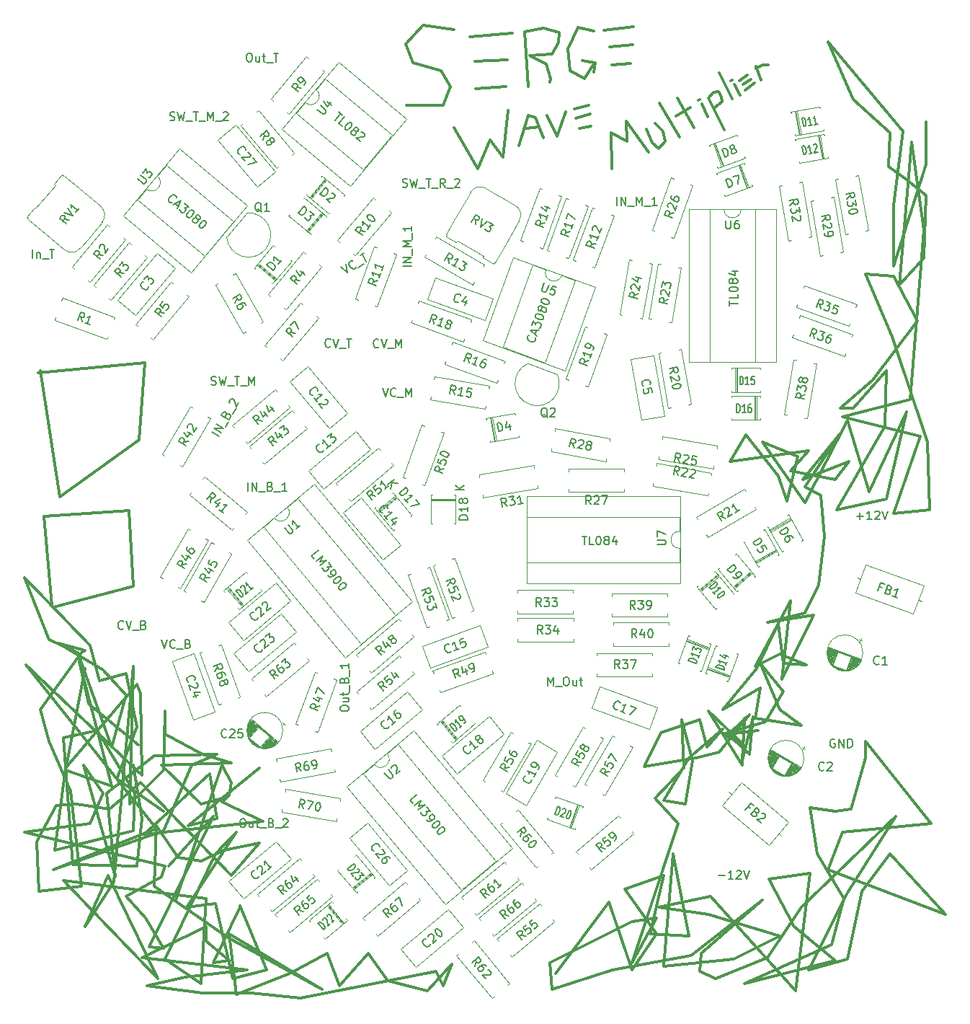
<source format=gbr>
G04 #@! TF.GenerationSoftware,KiCad,Pcbnew,(5.1.2-1)-1*
G04 #@! TF.CreationDate,2021-05-31T13:24:30-04:00*
G04 #@! TF.ProjectId,Wave Multiplier - Serge,57617665-204d-4756-9c74-69706c696572,rev?*
G04 #@! TF.SameCoordinates,Original*
G04 #@! TF.FileFunction,Legend,Top*
G04 #@! TF.FilePolarity,Positive*
%FSLAX46Y46*%
G04 Gerber Fmt 4.6, Leading zero omitted, Abs format (unit mm)*
G04 Created by KiCad (PCBNEW (5.1.2-1)-1) date 2021-05-31 13:24:30*
%MOMM*%
%LPD*%
G04 APERTURE LIST*
%ADD10C,0.320000*%
%ADD11C,0.150000*%
%ADD12C,0.120000*%
G04 APERTURE END LIST*
D10*
X119202200Y-29337000D02*
X119202200Y-24307800D01*
X115417600Y-41275000D02*
X119202200Y-29337000D01*
X115417600Y-34163000D02*
X115417600Y-41275000D01*
X116484400Y-25374600D02*
X115417600Y-34163000D01*
X107670600Y-14909800D02*
X116484400Y-25374600D01*
X110617000Y-21666200D02*
X107670600Y-14909800D01*
X115011200Y-25552400D02*
X110617000Y-21666200D01*
X114808000Y-29591000D02*
X115011200Y-25552400D01*
X116890800Y-31064200D02*
X114808000Y-29591000D01*
X119202200Y-32943800D02*
X116890800Y-31064200D01*
X118973600Y-40284400D02*
X119202200Y-32943800D01*
X116052600Y-43408600D02*
X118973600Y-40284400D01*
X117525800Y-26695400D02*
X116052600Y-43408600D01*
X118973600Y-36982400D02*
X117525800Y-26695400D01*
X117322600Y-56870600D02*
X118973600Y-36982400D01*
X109347000Y-58978800D02*
X117322600Y-56870600D01*
X118567200Y-61264800D02*
X109347000Y-58978800D01*
X115417600Y-70281800D02*
X118567200Y-61264800D01*
X119608600Y-69850000D02*
X115417600Y-70281800D01*
X119405400Y-61899800D02*
X119608600Y-69850000D01*
X115214400Y-49555400D02*
X119405400Y-61899800D01*
X112090200Y-42214800D02*
X115214400Y-49555400D01*
X115417600Y-42443400D02*
X112090200Y-42214800D01*
X118160800Y-47675800D02*
X115417600Y-42443400D01*
X112903000Y-54584600D02*
X118160800Y-47675800D01*
X109143800Y-57912000D02*
X112903000Y-54584600D01*
X110617000Y-57912000D02*
X109143800Y-57912000D01*
X114579400Y-53517800D02*
X110617000Y-57912000D01*
X114376200Y-60020200D02*
X114579400Y-53517800D01*
X108737400Y-69850000D02*
X114376200Y-60020200D01*
X114579400Y-68605400D02*
X108737400Y-69850000D01*
X116890800Y-58343800D02*
X114579400Y-68605400D01*
X112496600Y-67767200D02*
X116890800Y-58343800D01*
X109982000Y-59385200D02*
X112496600Y-67767200D01*
X104952800Y-69011800D02*
X109982000Y-59385200D01*
X99949000Y-61899800D02*
X104952800Y-69011800D01*
X104114600Y-63576200D02*
X99949000Y-61899800D01*
X102870000Y-68808600D02*
X104114600Y-63576200D01*
X101828600Y-65887600D02*
X102870000Y-68808600D01*
X98044000Y-61061600D02*
X101828600Y-65887600D01*
X96164400Y-64211200D02*
X98044000Y-61061600D01*
X105384600Y-62941200D02*
X96164400Y-64211200D01*
X103276400Y-65252600D02*
X105384600Y-62941200D01*
X108508800Y-66294000D02*
X103276400Y-65252600D01*
X110185200Y-64211200D02*
X108508800Y-66294000D01*
X104749600Y-66294000D02*
X110185200Y-64211200D01*
X109143800Y-60858400D02*
X104749600Y-66294000D01*
X104952800Y-67132200D02*
X109143800Y-60858400D01*
X106857800Y-68173600D02*
X104952800Y-67132200D01*
X107264200Y-72999600D02*
X106857800Y-68173600D01*
X106629200Y-78638400D02*
X107264200Y-72999600D01*
X104952800Y-81991200D02*
X106629200Y-78638400D01*
X100558600Y-83032600D02*
X104952800Y-81991200D01*
X106019600Y-82194400D02*
X100558600Y-83032600D01*
X102235000Y-89738200D02*
X106019600Y-82194400D01*
X103276400Y-80518000D02*
X102235000Y-89738200D01*
X99110800Y-88265000D02*
X103276400Y-80518000D01*
X102031800Y-86817200D02*
X99110800Y-88265000D01*
X105181400Y-88061800D02*
X102031800Y-86817200D01*
X102438200Y-87858600D02*
X105181400Y-88061800D01*
X101828600Y-83235800D02*
X102438200Y-87858600D01*
X99314000Y-88493600D02*
X101828600Y-83235800D01*
X95326200Y-93294200D02*
X99314000Y-88493600D01*
X99720400Y-90779600D02*
X95326200Y-93294200D01*
X99110800Y-94335600D02*
X99720400Y-90779600D01*
X104546400Y-95173800D02*
X99110800Y-94335600D01*
X102031800Y-93294200D02*
X104546400Y-95173800D01*
X99720400Y-87858600D02*
X102031800Y-93294200D01*
X102438200Y-91211400D02*
X99720400Y-87858600D01*
X100355400Y-94767400D02*
X102438200Y-91211400D01*
X95326200Y-96215200D02*
X100355400Y-94767400D01*
X99517200Y-95808800D02*
X95326200Y-96215200D01*
X95961200Y-96215200D02*
X99517200Y-95808800D01*
X98475800Y-98526600D02*
X95961200Y-96215200D01*
X98882200Y-94132400D02*
X98475800Y-98526600D01*
X97637600Y-99364800D02*
X98882200Y-94132400D01*
X97840800Y-94335600D02*
X97637600Y-99364800D01*
X97637600Y-99796600D02*
X97840800Y-94335600D01*
X93649800Y-93497400D02*
X97637600Y-99796600D01*
X97637600Y-97282000D02*
X93649800Y-93497400D01*
X95758000Y-96443800D02*
X97637600Y-97282000D01*
X98475800Y-93929200D02*
X95758000Y-96443800D01*
X94919800Y-98323400D02*
X98475800Y-93929200D01*
X92202000Y-98958400D02*
X94919800Y-98323400D01*
X86131400Y-99999800D02*
X92202000Y-98958400D01*
X88011000Y-96012000D02*
X86131400Y-99999800D01*
X92608400Y-94538800D02*
X88011000Y-96012000D01*
X93446600Y-97688400D02*
X92608400Y-94538800D01*
X95326200Y-95605600D02*
X93446600Y-97688400D01*
X91363800Y-98958400D02*
X95326200Y-95605600D01*
X88417400Y-103962200D02*
X91363800Y-98958400D01*
X90932000Y-104394000D02*
X88417400Y-103962200D01*
X91770200Y-99364800D02*
X90932000Y-104394000D01*
X90525600Y-94538800D02*
X91770200Y-99364800D01*
X90728800Y-100203000D02*
X90525600Y-94538800D01*
X87376000Y-103759000D02*
X90728800Y-100203000D01*
X90093800Y-106680000D02*
X87376000Y-103759000D01*
X84658200Y-123012200D02*
X90093800Y-106680000D01*
X87579200Y-117779800D02*
X84658200Y-123012200D01*
X84658200Y-118211600D02*
X87579200Y-117779800D01*
X75031600Y-123012200D02*
X84658200Y-118211600D01*
X75234800Y-126161800D02*
X75031600Y-123012200D01*
X82346800Y-123850400D02*
X75234800Y-126161800D01*
X91567000Y-122174000D02*
X82346800Y-123850400D01*
X99949000Y-115697000D02*
X91567000Y-122174000D01*
X92811600Y-121970800D02*
X99949000Y-115697000D01*
X92608400Y-124053600D02*
X92811600Y-121970800D01*
X94488000Y-124891800D02*
X92608400Y-124053600D01*
X100558600Y-122402600D02*
X94488000Y-124891800D01*
X104546400Y-116535200D02*
X100558600Y-122402600D01*
X115646200Y-105867200D02*
X104546400Y-116535200D01*
X109982000Y-114858800D02*
X115646200Y-105867200D01*
X105384600Y-123850400D02*
X109982000Y-114858800D01*
X109982000Y-122605800D02*
X105384600Y-123850400D01*
X111658400Y-114655600D02*
X109982000Y-122605800D01*
X115011200Y-110261400D02*
X111658400Y-114655600D01*
X121488200Y-117373400D02*
X115011200Y-110261400D01*
X107670600Y-112141000D02*
X121488200Y-117373400D01*
X109347000Y-107746800D02*
X107670600Y-112141000D01*
X119811800Y-106680000D02*
X109347000Y-107746800D01*
X112090200Y-97053400D02*
X119811800Y-106680000D01*
X112090200Y-98958400D02*
X112090200Y-97053400D01*
X110413800Y-105029000D02*
X112090200Y-98958400D01*
X108508800Y-105232200D02*
X110413800Y-105029000D01*
X105587800Y-104800400D02*
X108508800Y-105232200D01*
X106426000Y-110261400D02*
X105587800Y-104800400D01*
X109575600Y-115493800D02*
X106426000Y-110261400D01*
X108102400Y-120929400D02*
X109575600Y-115493800D01*
X97840800Y-125526800D02*
X108102400Y-120929400D01*
X108508800Y-122809000D02*
X97840800Y-125526800D01*
X103708200Y-118821200D02*
X108508800Y-122809000D01*
X100787200Y-113182400D02*
X103708200Y-118821200D01*
X105587800Y-112547400D02*
X100787200Y-113182400D01*
X103911400Y-126365000D02*
X105587800Y-112547400D01*
X93878400Y-115265200D02*
X103911400Y-126365000D01*
X87807800Y-116535200D02*
X93878400Y-115265200D01*
X93649800Y-117373400D02*
X87807800Y-116535200D01*
X102031800Y-119888000D02*
X93649800Y-117373400D01*
X96596200Y-122605800D02*
X102031800Y-119888000D01*
X88417400Y-123444000D02*
X96596200Y-122605800D01*
X89484200Y-110261400D02*
X88417400Y-123444000D01*
X91363800Y-119888000D02*
X89484200Y-110261400D01*
X86741000Y-119659400D02*
X91363800Y-119888000D01*
X88417400Y-112750600D02*
X86741000Y-119659400D01*
X83820000Y-114427000D02*
X88417400Y-112750600D01*
X87579200Y-119659400D02*
X83820000Y-114427000D01*
X84658200Y-123850400D02*
X87579200Y-119659400D01*
X81940400Y-115900200D02*
X84658200Y-123850400D01*
X75666600Y-124282200D02*
X81940400Y-115900200D01*
X24155400Y-101447600D02*
X29616400Y-105232200D01*
X26466800Y-95377000D02*
X24155400Y-101447600D01*
X25222200Y-89103200D02*
X26466800Y-95377000D01*
X22072600Y-89941400D02*
X25222200Y-89103200D01*
X21031200Y-85750400D02*
X22072600Y-89941400D01*
X13284200Y-77800200D02*
X21031200Y-85750400D01*
X16205200Y-85140800D02*
X13284200Y-77800200D01*
X19558000Y-86588600D02*
X16205200Y-85140800D01*
X23545800Y-97688400D02*
X19558000Y-86588600D01*
X25222200Y-91617800D02*
X23545800Y-97688400D01*
X22479000Y-88696800D02*
X25222200Y-91617800D01*
X17246600Y-85547200D02*
X22479000Y-88696800D01*
X20396200Y-86385400D02*
X17246600Y-85547200D01*
X19989800Y-86588600D02*
X20396200Y-86385400D01*
X15163800Y-93294200D02*
X19989800Y-86588600D01*
X16205200Y-97053400D02*
X15163800Y-93294200D01*
X18719800Y-102920800D02*
X16205200Y-97053400D01*
X19989800Y-114020600D02*
X18719800Y-102920800D01*
X14960600Y-114655600D02*
X19989800Y-114020600D01*
X14757400Y-108788200D02*
X14960600Y-114655600D01*
X17043400Y-104597200D02*
X14757400Y-108788200D01*
X19354800Y-104394000D02*
X17043400Y-104597200D01*
X23317200Y-105029000D02*
X19354800Y-104394000D01*
X26898600Y-101879400D02*
X23317200Y-105029000D01*
X37566600Y-112750600D02*
X26898600Y-101879400D01*
X40919400Y-108991400D02*
X37566600Y-112750600D01*
X36728400Y-109829600D02*
X40919400Y-108991400D01*
X34010600Y-111099600D02*
X36728400Y-109829600D01*
X31292800Y-110667800D02*
X34010600Y-111099600D01*
X28778200Y-106908600D02*
X31292800Y-110667800D01*
X28549600Y-114020600D02*
X28778200Y-106908600D01*
X37134800Y-120091200D02*
X28549600Y-114020600D01*
X48234600Y-126161800D02*
X37134800Y-120091200D01*
X37363400Y-119659400D02*
X48234600Y-126161800D01*
X38201600Y-126796800D02*
X37363400Y-119659400D01*
X44475400Y-124282200D02*
X38201600Y-126796800D01*
X48869600Y-121970800D02*
X44475400Y-124282200D01*
X50317400Y-125730000D02*
X48869600Y-121970800D01*
X53670200Y-121970800D02*
X50317400Y-125730000D01*
X55981600Y-125120400D02*
X53670200Y-121970800D01*
X60579000Y-126365000D02*
X55981600Y-125120400D01*
X63525400Y-123215400D02*
X60579000Y-126365000D01*
X62458600Y-125730000D02*
X63525400Y-123215400D01*
X61620400Y-124053600D02*
X62458600Y-125730000D01*
X45720000Y-127203200D02*
X61620400Y-124053600D01*
X39852600Y-126568200D02*
X45720000Y-127203200D01*
X34213800Y-126568200D02*
X39852600Y-126568200D01*
X27711400Y-125730000D02*
X34213800Y-126568200D01*
X32131000Y-124688600D02*
X27711400Y-125730000D01*
X39446200Y-123850400D02*
X32131000Y-124688600D01*
X27101800Y-122402600D02*
X39446200Y-123850400D01*
X34620200Y-118821200D02*
X27101800Y-122402600D01*
X34620200Y-120497600D02*
X34620200Y-118821200D01*
X37363400Y-122809000D02*
X34620200Y-120497600D01*
X35458400Y-123012200D02*
X37363400Y-122809000D01*
X38608000Y-116535200D02*
X35458400Y-123012200D01*
X38608000Y-116332000D02*
X38608000Y-116535200D01*
X41757600Y-123850400D02*
X38608000Y-116332000D01*
X37769800Y-124891800D02*
X41757600Y-123850400D01*
X35687000Y-116103400D02*
X37769800Y-124891800D01*
X32334200Y-116535200D02*
X35687000Y-116103400D01*
X38201600Y-107746800D02*
X32334200Y-116535200D01*
X35687000Y-110261400D02*
X38201600Y-107746800D01*
X29819600Y-122605800D02*
X35687000Y-110261400D01*
X34010600Y-125526800D02*
X29819600Y-122605800D01*
X34620200Y-115493800D02*
X34010600Y-125526800D01*
X17881600Y-113385600D02*
X34620200Y-115493800D01*
X28981400Y-124891800D02*
X17881600Y-113385600D01*
X23114000Y-112750600D02*
X28981400Y-124891800D01*
X20396200Y-118821200D02*
X23114000Y-112750600D01*
X23749000Y-113588800D02*
X20396200Y-118821200D01*
X26060400Y-88265000D02*
X23749000Y-113588800D01*
X25628600Y-104394000D02*
X26060400Y-88265000D01*
X29616400Y-100406200D02*
X25628600Y-104394000D01*
X29819600Y-93497400D02*
X29616400Y-100406200D01*
X29819600Y-96215200D02*
X29819600Y-93497400D01*
X34213800Y-98526600D02*
X29819600Y-96215200D01*
X37566600Y-99568000D02*
X34213800Y-98526600D01*
X29387800Y-99796600D02*
X37566600Y-99568000D01*
X34010600Y-104394000D02*
X29387800Y-99796600D01*
X37134800Y-103555800D02*
X34010600Y-104394000D01*
X32537400Y-106908600D02*
X40919400Y-100203000D01*
X35890200Y-106070400D02*
X32537400Y-106908600D01*
X35052000Y-100838000D02*
X35890200Y-106070400D01*
X27305000Y-107950000D02*
X35052000Y-100838000D01*
X41325800Y-106476800D02*
X27305000Y-107950000D01*
X36525200Y-104190800D02*
X41325800Y-106476800D01*
X37363400Y-103352600D02*
X36525200Y-104190800D01*
X37566600Y-101879400D02*
X37363400Y-103352600D01*
X36525200Y-99796600D02*
X37566600Y-101879400D01*
X31064200Y-115697000D02*
X36525200Y-99796600D01*
X35458400Y-105867200D02*
X30226000Y-111709200D01*
X27940000Y-121132600D02*
X35458400Y-105867200D01*
X29616400Y-121335800D02*
X27940000Y-121132600D01*
X27508200Y-117779800D02*
X29616400Y-121335800D01*
X25222200Y-115265200D02*
X27508200Y-117779800D01*
X29387800Y-112979200D02*
X25222200Y-115265200D01*
X29819600Y-111709200D02*
X29387800Y-112979200D01*
X13284200Y-107746800D02*
X29819600Y-111709200D01*
X21031200Y-106680000D02*
X13284200Y-107746800D01*
X22479000Y-103124000D02*
X21031200Y-106680000D01*
X20193000Y-99796600D02*
X22479000Y-103124000D01*
X23952200Y-112979200D02*
X20193000Y-99796600D01*
X22910800Y-103124000D02*
X23952200Y-112979200D01*
X28549600Y-98729800D02*
X22910800Y-103124000D01*
X35890200Y-98526600D02*
X28549600Y-98729800D01*
X32969200Y-99796600D02*
X35890200Y-98526600D01*
X29616400Y-107518200D02*
X32969200Y-99796600D01*
X16637000Y-112141000D02*
X29616400Y-107518200D01*
X28778200Y-107315000D02*
X16637000Y-112141000D01*
X13487400Y-88061800D02*
X28778200Y-107315000D01*
X27101800Y-101041200D02*
X13487400Y-88061800D01*
X26898600Y-91414600D02*
X27101800Y-101041200D01*
X26466800Y-90373200D02*
X26898600Y-91414600D01*
X18084800Y-100203000D02*
X26466800Y-90373200D01*
X16840200Y-109829600D02*
X18084800Y-100203000D01*
X26060400Y-107518200D02*
X16840200Y-109829600D01*
X26263600Y-103124000D02*
X26060400Y-107518200D01*
X21869400Y-95808800D02*
X26263600Y-103124000D01*
X17881600Y-96647000D02*
X21869400Y-95808800D01*
X18923000Y-111506000D02*
X17881600Y-96647000D01*
X26466800Y-111709200D02*
X18923000Y-111506000D01*
X27101800Y-106070400D02*
X26466800Y-111709200D01*
X26060400Y-99796600D02*
X27101800Y-106070400D01*
X20828000Y-92659200D02*
X26670000Y-97485200D01*
X19761200Y-87655400D02*
X20828000Y-92659200D01*
X23545800Y-102285800D02*
X19761200Y-87655400D01*
X18084800Y-100406200D02*
X23545800Y-102285800D01*
X20396200Y-88493600D02*
X18084800Y-100406200D01*
X26060400Y-78816200D02*
X16637000Y-81330800D01*
X25603200Y-69951600D02*
X26060400Y-78816200D01*
X15595600Y-70637400D02*
X25603200Y-69951600D01*
X16510000Y-81102200D02*
X15595600Y-70637400D01*
X27432000Y-52603400D02*
X14909800Y-53746400D01*
X26746200Y-61671200D02*
X27432000Y-52603400D01*
X17424400Y-68351400D02*
X26746200Y-61671200D01*
X15138400Y-53517800D02*
X17424400Y-68351400D01*
X99949000Y-17602200D02*
X100660200Y-17602200D01*
X99263200Y-18034000D02*
X99949000Y-17602200D01*
X99187000Y-17830800D02*
X99263200Y-18034000D01*
X99796600Y-19405600D02*
X99187000Y-17830800D01*
X97942400Y-20599400D02*
X99085400Y-19761200D01*
X97663000Y-19939000D02*
X98602800Y-19304000D01*
X97307400Y-19456400D02*
X98196400Y-18846800D01*
X96469200Y-19405600D02*
X96240600Y-19481800D01*
X97358200Y-21183600D02*
X96697800Y-19939000D01*
X94945200Y-18567400D02*
X96418400Y-21615400D01*
X95250000Y-21945600D02*
X94361000Y-22606000D01*
X95148400Y-21310600D02*
X95250000Y-21945600D01*
X94792800Y-20777200D02*
X95148400Y-21310600D01*
X94234000Y-20828000D02*
X94792800Y-20777200D01*
X93649800Y-21513800D02*
X94234000Y-20828000D01*
X95529400Y-25247600D02*
X93649800Y-21513800D01*
X92633800Y-21666200D02*
X92456000Y-21767800D01*
X92837000Y-22225000D02*
X93548200Y-23723600D01*
X89865200Y-23596600D02*
X91516200Y-22580600D01*
X89992200Y-21513800D02*
X91922600Y-25019000D01*
X87909400Y-22123400D02*
X90246200Y-26085800D01*
X88290400Y-25450800D02*
X87401400Y-24485600D01*
X88544400Y-26593800D02*
X88290400Y-25450800D01*
X87757000Y-27482800D02*
X88544400Y-26593800D01*
X87045800Y-26771600D02*
X87757000Y-27482800D01*
X86334600Y-25171400D02*
X87045800Y-26771600D01*
X84023200Y-24206200D02*
X86588600Y-27838400D01*
X84099400Y-26593800D02*
X84023200Y-24206200D01*
X82245200Y-25603200D02*
X84099400Y-26593800D01*
X82321400Y-29819600D02*
X82245200Y-25603200D01*
X78460600Y-25044400D02*
X79832200Y-24815800D01*
X78079600Y-23850600D02*
X79730600Y-23393400D01*
X77901800Y-22758400D02*
X79603600Y-22326600D01*
X75844400Y-26009600D02*
X76835000Y-23164800D01*
X74650600Y-23545800D02*
X75844400Y-26009600D01*
X73710800Y-24942800D02*
X72212200Y-25069800D01*
X74218800Y-26212800D02*
X73710800Y-24942800D01*
X73279000Y-23774400D02*
X74218800Y-26212800D01*
X72491600Y-23571200D02*
X73279000Y-23774400D01*
X71348600Y-27076400D02*
X72491600Y-23571200D01*
X69469000Y-28422600D02*
X70078600Y-22936200D01*
X67995800Y-26441400D02*
X69469000Y-28422600D01*
X66573400Y-29819600D02*
X67995800Y-26441400D01*
X63728600Y-24968200D02*
X66573400Y-29819600D01*
X82321400Y-17653000D02*
X84505800Y-17449800D01*
X82042000Y-15544800D02*
X84709000Y-15290800D01*
X81356200Y-13538200D02*
X84810600Y-13106400D01*
X80340200Y-17373600D02*
X80162400Y-18465800D01*
X78790800Y-17119600D02*
X80340200Y-17373600D01*
X80264000Y-17348200D02*
X78790800Y-17119600D01*
X79095600Y-19202400D02*
X80264000Y-17348200D01*
X77343000Y-18262600D02*
X79095600Y-19202400D01*
X77165200Y-15722600D02*
X77343000Y-18262600D01*
X78308200Y-13258800D02*
X77165200Y-15722600D01*
X80162400Y-13639800D02*
X78308200Y-13258800D01*
X75082400Y-19202400D02*
X75006200Y-19634200D01*
X74599800Y-17551400D02*
X75082400Y-19202400D01*
X72644000Y-16560800D02*
X74599800Y-17551400D01*
X75285600Y-16357600D02*
X72644000Y-16560800D01*
X76022200Y-15011400D02*
X75285600Y-16357600D01*
X76073000Y-13843000D02*
X76022200Y-15011400D01*
X74269600Y-13335000D02*
X76073000Y-13843000D01*
X72059800Y-13690600D02*
X74269600Y-13335000D01*
X72440800Y-20167600D02*
X72059800Y-13690600D01*
X66268600Y-20421600D02*
X69875400Y-20167600D01*
X66167000Y-17221200D02*
X70002400Y-17068800D01*
X65582800Y-14351000D02*
X70586600Y-13893800D01*
X62458600Y-22377400D02*
X58166000Y-22402800D01*
X63322200Y-20167600D02*
X62458600Y-22377400D01*
X62230000Y-18288000D02*
X63322200Y-20167600D01*
X58928000Y-17373600D02*
X62230000Y-18288000D01*
X58039000Y-15189200D02*
X58928000Y-17373600D01*
X60121800Y-13004800D02*
X58039000Y-15189200D01*
X63728600Y-13487400D02*
X60121800Y-13004800D01*
D11*
X78779952Y-72959980D02*
X79351380Y-72959980D01*
X79065666Y-73959980D02*
X79065666Y-72959980D01*
X80160904Y-73959980D02*
X79684714Y-73959980D01*
X79684714Y-72959980D01*
X80684714Y-72959980D02*
X80779952Y-72959980D01*
X80875190Y-73007600D01*
X80922809Y-73055219D01*
X80970428Y-73150457D01*
X81018047Y-73340933D01*
X81018047Y-73579028D01*
X80970428Y-73769504D01*
X80922809Y-73864742D01*
X80875190Y-73912361D01*
X80779952Y-73959980D01*
X80684714Y-73959980D01*
X80589476Y-73912361D01*
X80541857Y-73864742D01*
X80494238Y-73769504D01*
X80446619Y-73579028D01*
X80446619Y-73340933D01*
X80494238Y-73150457D01*
X80541857Y-73055219D01*
X80589476Y-73007600D01*
X80684714Y-72959980D01*
X81589476Y-73388552D02*
X81494238Y-73340933D01*
X81446619Y-73293314D01*
X81399000Y-73198076D01*
X81399000Y-73150457D01*
X81446619Y-73055219D01*
X81494238Y-73007600D01*
X81589476Y-72959980D01*
X81779952Y-72959980D01*
X81875190Y-73007600D01*
X81922809Y-73055219D01*
X81970428Y-73150457D01*
X81970428Y-73198076D01*
X81922809Y-73293314D01*
X81875190Y-73340933D01*
X81779952Y-73388552D01*
X81589476Y-73388552D01*
X81494238Y-73436171D01*
X81446619Y-73483790D01*
X81399000Y-73579028D01*
X81399000Y-73769504D01*
X81446619Y-73864742D01*
X81494238Y-73912361D01*
X81589476Y-73959980D01*
X81779952Y-73959980D01*
X81875190Y-73912361D01*
X81922809Y-73864742D01*
X81970428Y-73769504D01*
X81970428Y-73579028D01*
X81922809Y-73483790D01*
X81875190Y-73436171D01*
X81779952Y-73388552D01*
X82827571Y-73293314D02*
X82827571Y-73959980D01*
X82589476Y-72912361D02*
X82351380Y-73626647D01*
X82970428Y-73626647D01*
X47333549Y-75643821D02*
X47027460Y-75279038D01*
X47793504Y-74636251D01*
X47547812Y-75899170D02*
X48313856Y-75256382D01*
X47980944Y-75970864D01*
X48742381Y-75767078D01*
X47976337Y-76409866D01*
X48987253Y-76058905D02*
X49385169Y-76533123D01*
X48879080Y-76522646D01*
X48970907Y-76632081D01*
X48995646Y-76735646D01*
X48989777Y-76802734D01*
X48947429Y-76900430D01*
X48765038Y-77053475D01*
X48661472Y-77078214D01*
X48594385Y-77072345D01*
X48496689Y-77029997D01*
X48313035Y-76811127D01*
X48288295Y-76707562D01*
X48294165Y-76640474D01*
X48925214Y-77540693D02*
X49047649Y-77686607D01*
X49145346Y-77728954D01*
X49212433Y-77734824D01*
X49383086Y-77715953D01*
X49559608Y-77629996D01*
X49851434Y-77385125D01*
X49893782Y-77287428D01*
X49899651Y-77220341D01*
X49874912Y-77116776D01*
X49752476Y-76970862D01*
X49654780Y-76928515D01*
X49587693Y-76922645D01*
X49484127Y-76947385D01*
X49301735Y-77100430D01*
X49259388Y-77198126D01*
X49253518Y-77265213D01*
X49278258Y-77368779D01*
X49400694Y-77514692D01*
X49498390Y-77557039D01*
X49565477Y-77562909D01*
X49669043Y-77538169D01*
X50395264Y-77736907D02*
X50456481Y-77809863D01*
X50481221Y-77913429D01*
X50475352Y-77980516D01*
X50433004Y-78078212D01*
X50317700Y-78237126D01*
X50135308Y-78390171D01*
X49958786Y-78476129D01*
X49855220Y-78500868D01*
X49788133Y-78494999D01*
X49690437Y-78452651D01*
X49629219Y-78379694D01*
X49604480Y-78276129D01*
X49610349Y-78209042D01*
X49652697Y-78111345D01*
X49768001Y-77952431D01*
X49950392Y-77799387D01*
X50126915Y-77713429D01*
X50230480Y-77688690D01*
X50297567Y-77694559D01*
X50395264Y-77736907D01*
X51007442Y-78466473D02*
X51068660Y-78539430D01*
X51093400Y-78642995D01*
X51087530Y-78710082D01*
X51045183Y-78807779D01*
X50929878Y-78966693D01*
X50747487Y-79119737D01*
X50570965Y-79205695D01*
X50467399Y-79230434D01*
X50400312Y-79224565D01*
X50302616Y-79182217D01*
X50241398Y-79109261D01*
X50216658Y-79005695D01*
X50222528Y-78938608D01*
X50264875Y-78840912D01*
X50380180Y-78681998D01*
X50562571Y-78528953D01*
X50739093Y-78442995D01*
X50842659Y-78418256D01*
X50909746Y-78424125D01*
X51007442Y-78466473D01*
X58915949Y-104345821D02*
X58609860Y-103981038D01*
X59375904Y-103338251D01*
X59130212Y-104601170D02*
X59896256Y-103958382D01*
X59563344Y-104672864D01*
X60324781Y-104469078D01*
X59558737Y-105111866D01*
X60569653Y-104760905D02*
X60967569Y-105235123D01*
X60461480Y-105224646D01*
X60553307Y-105334081D01*
X60578046Y-105437646D01*
X60572177Y-105504734D01*
X60529829Y-105602430D01*
X60347438Y-105755475D01*
X60243872Y-105780214D01*
X60176785Y-105774345D01*
X60079089Y-105731997D01*
X59895435Y-105513127D01*
X59870695Y-105409562D01*
X59876565Y-105342474D01*
X60507614Y-106242693D02*
X60630049Y-106388607D01*
X60727746Y-106430954D01*
X60794833Y-106436824D01*
X60965486Y-106417953D01*
X61142008Y-106331996D01*
X61433834Y-106087125D01*
X61476182Y-105989428D01*
X61482051Y-105922341D01*
X61457312Y-105818776D01*
X61334876Y-105672862D01*
X61237180Y-105630515D01*
X61170093Y-105624645D01*
X61066527Y-105649385D01*
X60884135Y-105802430D01*
X60841788Y-105900126D01*
X60835918Y-105967213D01*
X60860658Y-106070779D01*
X60983094Y-106216692D01*
X61080790Y-106259039D01*
X61147877Y-106264909D01*
X61251443Y-106240169D01*
X61977664Y-106438907D02*
X62038881Y-106511863D01*
X62063621Y-106615429D01*
X62057752Y-106682516D01*
X62015404Y-106780212D01*
X61900100Y-106939126D01*
X61717708Y-107092171D01*
X61541186Y-107178129D01*
X61437620Y-107202868D01*
X61370533Y-107196999D01*
X61272837Y-107154651D01*
X61211619Y-107081694D01*
X61186880Y-106978129D01*
X61192749Y-106911042D01*
X61235097Y-106813345D01*
X61350401Y-106654431D01*
X61532792Y-106501387D01*
X61709315Y-106415429D01*
X61812880Y-106390690D01*
X61879967Y-106396559D01*
X61977664Y-106438907D01*
X62589842Y-107168473D02*
X62651060Y-107241430D01*
X62675800Y-107344995D01*
X62669930Y-107412082D01*
X62627583Y-107509779D01*
X62512278Y-107668693D01*
X62329887Y-107821737D01*
X62153365Y-107907695D01*
X62049799Y-107932434D01*
X61982712Y-107926565D01*
X61885016Y-107884217D01*
X61823798Y-107811261D01*
X61799058Y-107707695D01*
X61804928Y-107640608D01*
X61847275Y-107542912D01*
X61962580Y-107383998D01*
X62144971Y-107230953D01*
X62321493Y-107144995D01*
X62425059Y-107120256D01*
X62492146Y-107126125D01*
X62589842Y-107168473D01*
X38855971Y-106132380D02*
X39046447Y-106132380D01*
X39141685Y-106180000D01*
X39236923Y-106275238D01*
X39284542Y-106465714D01*
X39284542Y-106799047D01*
X39236923Y-106989523D01*
X39141685Y-107084761D01*
X39046447Y-107132380D01*
X38855971Y-107132380D01*
X38760733Y-107084761D01*
X38665495Y-106989523D01*
X38617876Y-106799047D01*
X38617876Y-106465714D01*
X38665495Y-106275238D01*
X38760733Y-106180000D01*
X38855971Y-106132380D01*
X40141685Y-106465714D02*
X40141685Y-107132380D01*
X39713114Y-106465714D02*
X39713114Y-106989523D01*
X39760733Y-107084761D01*
X39855971Y-107132380D01*
X39998828Y-107132380D01*
X40094066Y-107084761D01*
X40141685Y-107037142D01*
X40475019Y-106465714D02*
X40855971Y-106465714D01*
X40617876Y-106132380D02*
X40617876Y-106989523D01*
X40665495Y-107084761D01*
X40760733Y-107132380D01*
X40855971Y-107132380D01*
X40951209Y-107227619D02*
X41713114Y-107227619D01*
X42284542Y-106608571D02*
X42427400Y-106656190D01*
X42475019Y-106703809D01*
X42522638Y-106799047D01*
X42522638Y-106941904D01*
X42475019Y-107037142D01*
X42427400Y-107084761D01*
X42332161Y-107132380D01*
X41951209Y-107132380D01*
X41951209Y-106132380D01*
X42284542Y-106132380D01*
X42379780Y-106180000D01*
X42427400Y-106227619D01*
X42475019Y-106322857D01*
X42475019Y-106418095D01*
X42427400Y-106513333D01*
X42379780Y-106560952D01*
X42284542Y-106608571D01*
X41951209Y-106608571D01*
X42713114Y-107227619D02*
X43475019Y-107227619D01*
X43665495Y-106227619D02*
X43713114Y-106180000D01*
X43808352Y-106132380D01*
X44046447Y-106132380D01*
X44141685Y-106180000D01*
X44189304Y-106227619D01*
X44236923Y-106322857D01*
X44236923Y-106418095D01*
X44189304Y-106560952D01*
X43617876Y-107132380D01*
X44236923Y-107132380D01*
X94783495Y-112822028D02*
X95545400Y-112822028D01*
X96545400Y-113202980D02*
X95973971Y-113202980D01*
X96259685Y-113202980D02*
X96259685Y-112202980D01*
X96164447Y-112345838D01*
X96069209Y-112441076D01*
X95973971Y-112488695D01*
X96926352Y-112298219D02*
X96973971Y-112250600D01*
X97069209Y-112202980D01*
X97307304Y-112202980D01*
X97402542Y-112250600D01*
X97450161Y-112298219D01*
X97497780Y-112393457D01*
X97497780Y-112488695D01*
X97450161Y-112631552D01*
X96878733Y-113202980D01*
X97497780Y-113202980D01*
X97783495Y-112202980D02*
X98116828Y-113202980D01*
X98450161Y-112202980D01*
X108483495Y-96807400D02*
X108388257Y-96759780D01*
X108245400Y-96759780D01*
X108102542Y-96807400D01*
X108007304Y-96902638D01*
X107959685Y-96997876D01*
X107912066Y-97188352D01*
X107912066Y-97331209D01*
X107959685Y-97521685D01*
X108007304Y-97616923D01*
X108102542Y-97712161D01*
X108245400Y-97759780D01*
X108340638Y-97759780D01*
X108483495Y-97712161D01*
X108531114Y-97664542D01*
X108531114Y-97331209D01*
X108340638Y-97331209D01*
X108959685Y-97759780D02*
X108959685Y-96759780D01*
X109531114Y-97759780D01*
X109531114Y-96759780D01*
X110007304Y-97759780D02*
X110007304Y-96759780D01*
X110245400Y-96759780D01*
X110388257Y-96807400D01*
X110483495Y-96902638D01*
X110531114Y-96997876D01*
X110578733Y-97188352D01*
X110578733Y-97331209D01*
X110531114Y-97521685D01*
X110483495Y-97616923D01*
X110388257Y-97712161D01*
X110245400Y-97759780D01*
X110007304Y-97759780D01*
X111064895Y-70607228D02*
X111826800Y-70607228D01*
X111445847Y-70988180D02*
X111445847Y-70226276D01*
X112826800Y-70988180D02*
X112255371Y-70988180D01*
X112541085Y-70988180D02*
X112541085Y-69988180D01*
X112445847Y-70131038D01*
X112350609Y-70226276D01*
X112255371Y-70273895D01*
X113207752Y-70083419D02*
X113255371Y-70035800D01*
X113350609Y-69988180D01*
X113588704Y-69988180D01*
X113683942Y-70035800D01*
X113731561Y-70083419D01*
X113779180Y-70178657D01*
X113779180Y-70273895D01*
X113731561Y-70416752D01*
X113160133Y-70988180D01*
X113779180Y-70988180D01*
X114064895Y-69988180D02*
X114398228Y-70988180D01*
X114731561Y-69988180D01*
X74757209Y-90495380D02*
X74757209Y-89495380D01*
X75090542Y-90209666D01*
X75423876Y-89495380D01*
X75423876Y-90495380D01*
X75661971Y-90590619D02*
X76423876Y-90590619D01*
X76852447Y-89495380D02*
X77042923Y-89495380D01*
X77138161Y-89543000D01*
X77233400Y-89638238D01*
X77281019Y-89828714D01*
X77281019Y-90162047D01*
X77233400Y-90352523D01*
X77138161Y-90447761D01*
X77042923Y-90495380D01*
X76852447Y-90495380D01*
X76757209Y-90447761D01*
X76661971Y-90352523D01*
X76614352Y-90162047D01*
X76614352Y-89828714D01*
X76661971Y-89638238D01*
X76757209Y-89543000D01*
X76852447Y-89495380D01*
X78138161Y-89828714D02*
X78138161Y-90495380D01*
X77709590Y-89828714D02*
X77709590Y-90352523D01*
X77757209Y-90447761D01*
X77852447Y-90495380D01*
X77995304Y-90495380D01*
X78090542Y-90447761D01*
X78138161Y-90400142D01*
X78471495Y-89828714D02*
X78852447Y-89828714D01*
X78614352Y-89495380D02*
X78614352Y-90352523D01*
X78661971Y-90447761D01*
X78757209Y-90495380D01*
X78852447Y-90495380D01*
X50379380Y-93274828D02*
X50379380Y-93084352D01*
X50427000Y-92989114D01*
X50522238Y-92893876D01*
X50712714Y-92846257D01*
X51046047Y-92846257D01*
X51236523Y-92893876D01*
X51331761Y-92989114D01*
X51379380Y-93084352D01*
X51379380Y-93274828D01*
X51331761Y-93370066D01*
X51236523Y-93465304D01*
X51046047Y-93512923D01*
X50712714Y-93512923D01*
X50522238Y-93465304D01*
X50427000Y-93370066D01*
X50379380Y-93274828D01*
X50712714Y-91989114D02*
X51379380Y-91989114D01*
X50712714Y-92417685D02*
X51236523Y-92417685D01*
X51331761Y-92370066D01*
X51379380Y-92274828D01*
X51379380Y-92131971D01*
X51331761Y-92036733D01*
X51284142Y-91989114D01*
X50712714Y-91655780D02*
X50712714Y-91274828D01*
X50379380Y-91512923D02*
X51236523Y-91512923D01*
X51331761Y-91465304D01*
X51379380Y-91370066D01*
X51379380Y-91274828D01*
X51474619Y-91179590D02*
X51474619Y-90417685D01*
X50855571Y-89846257D02*
X50903190Y-89703400D01*
X50950809Y-89655780D01*
X51046047Y-89608161D01*
X51188904Y-89608161D01*
X51284142Y-89655780D01*
X51331761Y-89703400D01*
X51379380Y-89798638D01*
X51379380Y-90179590D01*
X50379380Y-90179590D01*
X50379380Y-89846257D01*
X50427000Y-89751019D01*
X50474619Y-89703400D01*
X50569857Y-89655780D01*
X50665095Y-89655780D01*
X50760333Y-89703400D01*
X50807952Y-89751019D01*
X50855571Y-89846257D01*
X50855571Y-90179590D01*
X51474619Y-89417685D02*
X51474619Y-88655780D01*
X51379380Y-87893876D02*
X51379380Y-88465304D01*
X51379380Y-88179590D02*
X50379380Y-88179590D01*
X50522238Y-88274828D01*
X50617476Y-88370066D01*
X50665095Y-88465304D01*
X24908000Y-83796142D02*
X24860380Y-83843761D01*
X24717523Y-83891380D01*
X24622285Y-83891380D01*
X24479428Y-83843761D01*
X24384190Y-83748523D01*
X24336571Y-83653285D01*
X24288952Y-83462809D01*
X24288952Y-83319952D01*
X24336571Y-83129476D01*
X24384190Y-83034238D01*
X24479428Y-82939000D01*
X24622285Y-82891380D01*
X24717523Y-82891380D01*
X24860380Y-82939000D01*
X24908000Y-82986619D01*
X25193714Y-82891380D02*
X25527047Y-83891380D01*
X25860380Y-82891380D01*
X25955619Y-83986619D02*
X26717523Y-83986619D01*
X27288952Y-83367571D02*
X27431809Y-83415190D01*
X27479428Y-83462809D01*
X27527047Y-83558047D01*
X27527047Y-83700904D01*
X27479428Y-83796142D01*
X27431809Y-83843761D01*
X27336571Y-83891380D01*
X26955619Y-83891380D01*
X26955619Y-82891380D01*
X27288952Y-82891380D01*
X27384190Y-82939000D01*
X27431809Y-82986619D01*
X27479428Y-83081857D01*
X27479428Y-83177095D01*
X27431809Y-83272333D01*
X27384190Y-83319952D01*
X27288952Y-83367571D01*
X26955619Y-83367571D01*
X29400714Y-85101180D02*
X29734047Y-86101180D01*
X30067380Y-85101180D01*
X30972142Y-86005942D02*
X30924523Y-86053561D01*
X30781666Y-86101180D01*
X30686428Y-86101180D01*
X30543571Y-86053561D01*
X30448333Y-85958323D01*
X30400714Y-85863085D01*
X30353095Y-85672609D01*
X30353095Y-85529752D01*
X30400714Y-85339276D01*
X30448333Y-85244038D01*
X30543571Y-85148800D01*
X30686428Y-85101180D01*
X30781666Y-85101180D01*
X30924523Y-85148800D01*
X30972142Y-85196419D01*
X31162619Y-86196419D02*
X31924523Y-86196419D01*
X32495952Y-85577371D02*
X32638809Y-85624990D01*
X32686428Y-85672609D01*
X32734047Y-85767847D01*
X32734047Y-85910704D01*
X32686428Y-86005942D01*
X32638809Y-86053561D01*
X32543571Y-86101180D01*
X32162619Y-86101180D01*
X32162619Y-85101180D01*
X32495952Y-85101180D01*
X32591190Y-85148800D01*
X32638809Y-85196419D01*
X32686428Y-85291657D01*
X32686428Y-85386895D01*
X32638809Y-85482133D01*
X32591190Y-85529752D01*
X32495952Y-85577371D01*
X32162619Y-85577371D01*
X36167021Y-61214657D02*
X35300995Y-60714657D01*
X36405116Y-60802264D02*
X35539090Y-60302264D01*
X36690830Y-60307392D01*
X35824805Y-59807392D01*
X36892356Y-60148815D02*
X37273309Y-59488986D01*
X37022912Y-58684590D02*
X37135580Y-58584682D01*
X37200629Y-58567252D01*
X37306917Y-58573632D01*
X37430635Y-58645061D01*
X37489304Y-58733919D01*
X37506734Y-58798968D01*
X37500354Y-58905256D01*
X37309878Y-59235170D01*
X36443852Y-58735170D01*
X36610519Y-58446495D01*
X36699377Y-58387826D01*
X36764426Y-58370396D01*
X36870714Y-58376776D01*
X36953193Y-58424395D01*
X37011862Y-58513253D01*
X37029292Y-58578302D01*
X37022912Y-58684590D01*
X36856245Y-58973266D01*
X37773309Y-58622960D02*
X38154261Y-57963132D01*
X37383474Y-57298174D02*
X37366044Y-57233126D01*
X37372424Y-57126837D01*
X37491471Y-56920641D01*
X37580330Y-56861972D01*
X37645378Y-56844542D01*
X37751667Y-56850922D01*
X37834145Y-56898541D01*
X37934054Y-57011209D01*
X38143211Y-57791795D01*
X38452735Y-57255684D01*
X39546495Y-67635380D02*
X39546495Y-66635380D01*
X40022685Y-67635380D02*
X40022685Y-66635380D01*
X40594114Y-67635380D01*
X40594114Y-66635380D01*
X40832209Y-67730619D02*
X41594114Y-67730619D01*
X42165542Y-67111571D02*
X42308400Y-67159190D01*
X42356019Y-67206809D01*
X42403638Y-67302047D01*
X42403638Y-67444904D01*
X42356019Y-67540142D01*
X42308400Y-67587761D01*
X42213161Y-67635380D01*
X41832209Y-67635380D01*
X41832209Y-66635380D01*
X42165542Y-66635380D01*
X42260780Y-66683000D01*
X42308400Y-66730619D01*
X42356019Y-66825857D01*
X42356019Y-66921095D01*
X42308400Y-67016333D01*
X42260780Y-67063952D01*
X42165542Y-67111571D01*
X41832209Y-67111571D01*
X42594114Y-67730619D02*
X43356019Y-67730619D01*
X44117923Y-67635380D02*
X43546495Y-67635380D01*
X43832209Y-67635380D02*
X43832209Y-66635380D01*
X43736971Y-66778238D01*
X43641733Y-66873476D01*
X43546495Y-66921095D01*
X54884771Y-50725342D02*
X54837152Y-50772961D01*
X54694295Y-50820580D01*
X54599057Y-50820580D01*
X54456200Y-50772961D01*
X54360961Y-50677723D01*
X54313342Y-50582485D01*
X54265723Y-50392009D01*
X54265723Y-50249152D01*
X54313342Y-50058676D01*
X54360961Y-49963438D01*
X54456200Y-49868200D01*
X54599057Y-49820580D01*
X54694295Y-49820580D01*
X54837152Y-49868200D01*
X54884771Y-49915819D01*
X55170485Y-49820580D02*
X55503819Y-50820580D01*
X55837152Y-49820580D01*
X55932390Y-50915819D02*
X56694295Y-50915819D01*
X56932390Y-50820580D02*
X56932390Y-49820580D01*
X57265723Y-50534866D01*
X57599057Y-49820580D01*
X57599057Y-50820580D01*
X55338885Y-55560980D02*
X55672219Y-56560980D01*
X56005552Y-55560980D01*
X56910314Y-56465742D02*
X56862695Y-56513361D01*
X56719838Y-56560980D01*
X56624600Y-56560980D01*
X56481742Y-56513361D01*
X56386504Y-56418123D01*
X56338885Y-56322885D01*
X56291266Y-56132409D01*
X56291266Y-55989552D01*
X56338885Y-55799076D01*
X56386504Y-55703838D01*
X56481742Y-55608600D01*
X56624600Y-55560980D01*
X56719838Y-55560980D01*
X56862695Y-55608600D01*
X56910314Y-55656219D01*
X57100790Y-56656219D02*
X57862695Y-56656219D01*
X58100790Y-56560980D02*
X58100790Y-55560980D01*
X58434123Y-56275266D01*
X58767457Y-55560980D01*
X58767457Y-56560980D01*
X82883666Y-34107380D02*
X82883666Y-33107380D01*
X83359857Y-34107380D02*
X83359857Y-33107380D01*
X83931285Y-34107380D01*
X83931285Y-33107380D01*
X84169380Y-34202619D02*
X84931285Y-34202619D01*
X85169380Y-34107380D02*
X85169380Y-33107380D01*
X85502714Y-33821666D01*
X85836047Y-33107380D01*
X85836047Y-34107380D01*
X86074142Y-34202619D02*
X86836047Y-34202619D01*
X87597952Y-34107380D02*
X87026523Y-34107380D01*
X87312238Y-34107380D02*
X87312238Y-33107380D01*
X87217000Y-33250238D01*
X87121761Y-33345476D01*
X87026523Y-33393095D01*
X96073980Y-45908647D02*
X96073980Y-45337219D01*
X97073980Y-45622933D02*
X96073980Y-45622933D01*
X97073980Y-44527695D02*
X97073980Y-45003885D01*
X96073980Y-45003885D01*
X96073980Y-44003885D02*
X96073980Y-43908647D01*
X96121600Y-43813409D01*
X96169219Y-43765790D01*
X96264457Y-43718171D01*
X96454933Y-43670552D01*
X96693028Y-43670552D01*
X96883504Y-43718171D01*
X96978742Y-43765790D01*
X97026361Y-43813409D01*
X97073980Y-43908647D01*
X97073980Y-44003885D01*
X97026361Y-44099123D01*
X96978742Y-44146742D01*
X96883504Y-44194361D01*
X96693028Y-44241980D01*
X96454933Y-44241980D01*
X96264457Y-44194361D01*
X96169219Y-44146742D01*
X96121600Y-44099123D01*
X96073980Y-44003885D01*
X96502552Y-43099123D02*
X96454933Y-43194361D01*
X96407314Y-43241980D01*
X96312076Y-43289600D01*
X96264457Y-43289600D01*
X96169219Y-43241980D01*
X96121600Y-43194361D01*
X96073980Y-43099123D01*
X96073980Y-42908647D01*
X96121600Y-42813409D01*
X96169219Y-42765790D01*
X96264457Y-42718171D01*
X96312076Y-42718171D01*
X96407314Y-42765790D01*
X96454933Y-42813409D01*
X96502552Y-42908647D01*
X96502552Y-43099123D01*
X96550171Y-43194361D01*
X96597790Y-43241980D01*
X96693028Y-43289600D01*
X96883504Y-43289600D01*
X96978742Y-43241980D01*
X97026361Y-43194361D01*
X97073980Y-43099123D01*
X97073980Y-42908647D01*
X97026361Y-42813409D01*
X96978742Y-42765790D01*
X96883504Y-42718171D01*
X96693028Y-42718171D01*
X96597790Y-42765790D01*
X96550171Y-42813409D01*
X96502552Y-42908647D01*
X96407314Y-41861028D02*
X97073980Y-41861028D01*
X96026361Y-42099123D02*
X96740647Y-42337219D01*
X96740647Y-41718171D01*
X73328820Y-49648908D02*
X73357281Y-49709942D01*
X73353168Y-49860471D01*
X73320595Y-49949965D01*
X73226988Y-50067921D01*
X73104920Y-50124842D01*
X72999138Y-50137016D01*
X72803863Y-50116616D01*
X72669621Y-50067756D01*
X72506919Y-49957862D01*
X72433711Y-49880542D01*
X72376790Y-49758474D01*
X72380902Y-49607945D01*
X72413476Y-49518451D01*
X72507083Y-49400496D01*
X72568117Y-49372035D01*
X73280125Y-49225784D02*
X73442991Y-48778311D01*
X73516035Y-49412998D02*
X72690349Y-48757747D01*
X73744048Y-48786536D01*
X72885789Y-48220780D02*
X73097516Y-47639065D01*
X73341487Y-48082590D01*
X73390347Y-47948348D01*
X73467668Y-47875140D01*
X73528702Y-47846679D01*
X73634483Y-47834506D01*
X73858219Y-47915939D01*
X73931427Y-47993260D01*
X73959888Y-48054293D01*
X73972062Y-48160075D01*
X73874342Y-48428558D01*
X73797021Y-48501766D01*
X73735987Y-48530227D01*
X73309243Y-47057351D02*
X73341816Y-46967856D01*
X73419137Y-46894649D01*
X73480171Y-46866188D01*
X73585952Y-46854014D01*
X73781228Y-46874413D01*
X74004964Y-46955847D01*
X74167666Y-47065741D01*
X74240874Y-47143061D01*
X74269335Y-47204095D01*
X74281509Y-47309877D01*
X74248935Y-47399371D01*
X74171615Y-47472579D01*
X74110581Y-47501040D01*
X74004800Y-47513213D01*
X73809524Y-47492814D01*
X73585787Y-47411381D01*
X73423085Y-47301487D01*
X73349877Y-47224166D01*
X73321417Y-47163132D01*
X73309243Y-47057351D01*
X74021415Y-46353733D02*
X73944094Y-46426941D01*
X73883060Y-46455401D01*
X73777279Y-46467575D01*
X73732532Y-46451289D01*
X73659324Y-46373968D01*
X73630863Y-46312934D01*
X73618689Y-46207153D01*
X73683836Y-46028164D01*
X73761157Y-45954956D01*
X73822191Y-45926495D01*
X73927972Y-45914321D01*
X73972719Y-45930608D01*
X74045927Y-46007929D01*
X74074388Y-46068963D01*
X74086562Y-46174744D01*
X74021415Y-46353733D01*
X74033589Y-46459514D01*
X74062049Y-46520548D01*
X74135257Y-46597869D01*
X74314246Y-46663015D01*
X74420028Y-46650841D01*
X74481061Y-46622381D01*
X74558382Y-46549173D01*
X74623529Y-46370184D01*
X74611355Y-46264403D01*
X74582894Y-46203369D01*
X74509686Y-46126048D01*
X74330697Y-46060902D01*
X74224916Y-46073075D01*
X74163882Y-46101536D01*
X74086562Y-46174744D01*
X73960710Y-45267460D02*
X73993283Y-45177966D01*
X74070604Y-45104758D01*
X74131637Y-45076297D01*
X74237419Y-45064123D01*
X74432694Y-45084523D01*
X74656431Y-45165956D01*
X74819133Y-45275850D01*
X74892341Y-45353171D01*
X74920802Y-45414205D01*
X74932976Y-45519986D01*
X74900402Y-45609480D01*
X74823082Y-45682688D01*
X74762048Y-45711149D01*
X74656266Y-45723323D01*
X74460991Y-45702923D01*
X74237254Y-45621490D01*
X74074552Y-45511596D01*
X74001344Y-45434275D01*
X73972884Y-45373241D01*
X73960710Y-45267460D01*
X30605104Y-33821507D02*
X30538017Y-33827376D01*
X30397973Y-33772028D01*
X30325017Y-33710810D01*
X30246191Y-33582505D01*
X30234452Y-33448331D01*
X30259192Y-33344765D01*
X30345149Y-33168243D01*
X30436976Y-33058808D01*
X30595890Y-32943504D01*
X30693586Y-32901156D01*
X30827761Y-32889417D01*
X30967804Y-32944766D01*
X31040761Y-33005984D01*
X31119587Y-33134289D01*
X31125456Y-33201376D01*
X31019367Y-33920465D02*
X31384150Y-34226555D01*
X30762756Y-34078117D02*
X31660892Y-33526335D01*
X31273453Y-34506642D01*
X32098632Y-33893643D02*
X32572850Y-34291559D01*
X32072630Y-34369123D01*
X32182065Y-34460949D01*
X32224413Y-34558646D01*
X32230282Y-34625733D01*
X32205543Y-34729298D01*
X32052498Y-34911690D01*
X31954802Y-34954038D01*
X31887715Y-34959907D01*
X31784149Y-34935167D01*
X31565279Y-34751514D01*
X31522932Y-34653818D01*
X31517062Y-34586730D01*
X33047068Y-34689475D02*
X33120024Y-34750693D01*
X33162372Y-34848389D01*
X33168242Y-34915476D01*
X33143502Y-35019042D01*
X33057545Y-35195564D01*
X32904500Y-35377955D01*
X32745586Y-35493260D01*
X32647890Y-35535607D01*
X32580802Y-35541477D01*
X32477237Y-35516737D01*
X32404280Y-35455519D01*
X32361933Y-35357823D01*
X32356063Y-35290736D01*
X32380803Y-35187170D01*
X32466760Y-35010648D01*
X32619805Y-34828257D01*
X32778719Y-34712952D01*
X32876415Y-34670605D01*
X32943502Y-34664735D01*
X33047068Y-34689475D01*
X33464675Y-35599349D02*
X33422328Y-35501653D01*
X33416458Y-35434566D01*
X33441198Y-35331000D01*
X33471807Y-35294522D01*
X33569503Y-35252174D01*
X33636590Y-35246305D01*
X33740156Y-35271045D01*
X33886069Y-35393480D01*
X33928417Y-35491177D01*
X33934286Y-35558264D01*
X33909546Y-35661829D01*
X33878937Y-35698308D01*
X33781241Y-35740655D01*
X33714154Y-35746525D01*
X33610588Y-35721785D01*
X33464675Y-35599349D01*
X33361110Y-35574610D01*
X33294022Y-35580479D01*
X33196326Y-35622827D01*
X33073891Y-35768740D01*
X33049151Y-35872306D01*
X33055020Y-35939393D01*
X33097368Y-36037089D01*
X33243281Y-36159525D01*
X33346847Y-36184264D01*
X33413934Y-36178395D01*
X33511630Y-36136047D01*
X33634066Y-35990134D01*
X33658806Y-35886569D01*
X33652936Y-35819481D01*
X33610588Y-35721785D01*
X34506200Y-35913832D02*
X34579157Y-35975050D01*
X34621504Y-36072746D01*
X34627374Y-36139834D01*
X34602634Y-36243399D01*
X34516677Y-36419921D01*
X34363632Y-36602313D01*
X34204718Y-36717617D01*
X34107022Y-36759965D01*
X34039935Y-36765834D01*
X33936369Y-36741095D01*
X33863413Y-36679877D01*
X33821065Y-36582181D01*
X33815195Y-36515093D01*
X33839935Y-36411528D01*
X33925892Y-36235006D01*
X34078937Y-36052614D01*
X34237851Y-35937310D01*
X34335547Y-35894962D01*
X34402635Y-35889093D01*
X34506200Y-35913832D01*
X50189118Y-23161201D02*
X50626857Y-23528509D01*
X49765200Y-24110899D02*
X50407987Y-23344855D01*
X50604201Y-24814905D02*
X50239418Y-24508816D01*
X50882205Y-23742771D01*
X51648250Y-24385559D02*
X51721206Y-24446777D01*
X51763554Y-24544473D01*
X51769424Y-24611560D01*
X51744684Y-24715126D01*
X51658727Y-24891648D01*
X51505682Y-25074039D01*
X51346768Y-25189344D01*
X51249072Y-25231691D01*
X51181984Y-25237561D01*
X51078419Y-25212821D01*
X51005462Y-25151603D01*
X50963115Y-25053907D01*
X50957245Y-24986820D01*
X50981985Y-24883254D01*
X51067942Y-24706732D01*
X51220987Y-24524341D01*
X51379901Y-24409036D01*
X51477597Y-24366689D01*
X51544684Y-24360819D01*
X51648250Y-24385559D01*
X52065857Y-25295433D02*
X52023510Y-25197737D01*
X52017640Y-25130650D01*
X52042380Y-25027084D01*
X52072989Y-24990606D01*
X52170685Y-24948258D01*
X52237772Y-24942389D01*
X52341338Y-24967129D01*
X52487251Y-25089564D01*
X52529599Y-25187260D01*
X52535468Y-25254348D01*
X52510728Y-25357913D01*
X52480119Y-25394392D01*
X52382423Y-25436739D01*
X52315336Y-25442609D01*
X52211771Y-25417869D01*
X52065857Y-25295433D01*
X51962292Y-25270694D01*
X51895204Y-25276563D01*
X51797508Y-25318911D01*
X51675073Y-25464824D01*
X51650333Y-25568390D01*
X51656202Y-25635477D01*
X51698550Y-25733173D01*
X51844463Y-25855609D01*
X51948029Y-25880348D01*
X52015116Y-25874479D01*
X52112812Y-25832131D01*
X52235248Y-25686218D01*
X52259988Y-25582652D01*
X52254118Y-25515565D01*
X52211771Y-25417869D01*
X52863773Y-25529828D02*
X52930860Y-25523959D01*
X53034426Y-25548698D01*
X53216817Y-25701743D01*
X53259165Y-25799439D01*
X53265034Y-25866526D01*
X53240295Y-25970092D01*
X53179077Y-26043048D01*
X53050772Y-26121874D01*
X52245725Y-26192307D01*
X52719943Y-26590223D01*
X57704457Y-31926161D02*
X57847314Y-31973780D01*
X58085409Y-31973780D01*
X58180647Y-31926161D01*
X58228266Y-31878542D01*
X58275885Y-31783304D01*
X58275885Y-31688066D01*
X58228266Y-31592828D01*
X58180647Y-31545209D01*
X58085409Y-31497590D01*
X57894933Y-31449971D01*
X57799695Y-31402352D01*
X57752076Y-31354733D01*
X57704457Y-31259495D01*
X57704457Y-31164257D01*
X57752076Y-31069019D01*
X57799695Y-31021400D01*
X57894933Y-30973780D01*
X58133028Y-30973780D01*
X58275885Y-31021400D01*
X58609219Y-30973780D02*
X58847314Y-31973780D01*
X59037790Y-31259495D01*
X59228266Y-31973780D01*
X59466361Y-30973780D01*
X59609219Y-32069019D02*
X60371123Y-32069019D01*
X60466361Y-30973780D02*
X61037790Y-30973780D01*
X60752076Y-31973780D02*
X60752076Y-30973780D01*
X61133028Y-32069019D02*
X61894933Y-32069019D01*
X62704457Y-31973780D02*
X62371123Y-31497590D01*
X62133028Y-31973780D02*
X62133028Y-30973780D01*
X62513980Y-30973780D01*
X62609219Y-31021400D01*
X62656838Y-31069019D01*
X62704457Y-31164257D01*
X62704457Y-31307114D01*
X62656838Y-31402352D01*
X62609219Y-31449971D01*
X62513980Y-31497590D01*
X62133028Y-31497590D01*
X62894933Y-32069019D02*
X63656838Y-32069019D01*
X63847314Y-31069019D02*
X63894933Y-31021400D01*
X63990171Y-30973780D01*
X64228266Y-30973780D01*
X64323504Y-31021400D01*
X64371123Y-31069019D01*
X64418742Y-31164257D01*
X64418742Y-31259495D01*
X64371123Y-31402352D01*
X63799695Y-31973780D01*
X64418742Y-31973780D01*
X58745380Y-41271533D02*
X57745380Y-41271533D01*
X58745380Y-40795342D02*
X57745380Y-40795342D01*
X58745380Y-40223914D01*
X57745380Y-40223914D01*
X58840619Y-39985819D02*
X58840619Y-39223914D01*
X58745380Y-38985819D02*
X57745380Y-38985819D01*
X58459666Y-38652485D01*
X57745380Y-38319152D01*
X58745380Y-38319152D01*
X58840619Y-38081057D02*
X58840619Y-37319152D01*
X58745380Y-36557247D02*
X58745380Y-37128676D01*
X58745380Y-36842961D02*
X57745380Y-36842961D01*
X57888238Y-36938200D01*
X57983476Y-37033438D01*
X58031095Y-37128676D01*
X50440073Y-41318967D02*
X51228748Y-42018325D01*
X51017424Y-40985633D01*
X52253351Y-41316799D02*
X52235921Y-41381848D01*
X52136013Y-41494516D01*
X52053534Y-41542135D01*
X51906007Y-41572324D01*
X51775909Y-41537465D01*
X51687051Y-41478795D01*
X51550574Y-41337648D01*
X51479145Y-41213930D01*
X51425146Y-41025163D01*
X51418767Y-40918875D01*
X51453626Y-40788777D01*
X51553534Y-40676109D01*
X51636013Y-40628490D01*
X51783541Y-40598301D01*
X51848589Y-40615731D01*
X52513547Y-41386518D02*
X53173375Y-41005566D01*
X52708235Y-40009443D02*
X53203107Y-39723728D01*
X53455671Y-40732611D02*
X52955671Y-39866586D01*
X49233247Y-50674542D02*
X49185628Y-50722161D01*
X49042771Y-50769780D01*
X48947533Y-50769780D01*
X48804676Y-50722161D01*
X48709438Y-50626923D01*
X48661819Y-50531685D01*
X48614200Y-50341209D01*
X48614200Y-50198352D01*
X48661819Y-50007876D01*
X48709438Y-49912638D01*
X48804676Y-49817400D01*
X48947533Y-49769780D01*
X49042771Y-49769780D01*
X49185628Y-49817400D01*
X49233247Y-49865019D01*
X49518961Y-49769780D02*
X49852295Y-50769780D01*
X50185628Y-49769780D01*
X50280866Y-50865019D02*
X51042771Y-50865019D01*
X51138009Y-49769780D02*
X51709438Y-49769780D01*
X51423723Y-50769780D02*
X51423723Y-49769780D01*
X35223771Y-55167161D02*
X35366628Y-55214780D01*
X35604723Y-55214780D01*
X35699961Y-55167161D01*
X35747580Y-55119542D01*
X35795200Y-55024304D01*
X35795200Y-54929066D01*
X35747580Y-54833828D01*
X35699961Y-54786209D01*
X35604723Y-54738590D01*
X35414247Y-54690971D01*
X35319009Y-54643352D01*
X35271390Y-54595733D01*
X35223771Y-54500495D01*
X35223771Y-54405257D01*
X35271390Y-54310019D01*
X35319009Y-54262400D01*
X35414247Y-54214780D01*
X35652342Y-54214780D01*
X35795200Y-54262400D01*
X36128533Y-54214780D02*
X36366628Y-55214780D01*
X36557104Y-54500495D01*
X36747580Y-55214780D01*
X36985676Y-54214780D01*
X37128533Y-55310019D02*
X37890438Y-55310019D01*
X37985676Y-54214780D02*
X38557104Y-54214780D01*
X38271390Y-55214780D02*
X38271390Y-54214780D01*
X38652342Y-55310019D02*
X39414247Y-55310019D01*
X39652342Y-55214780D02*
X39652342Y-54214780D01*
X39985676Y-54929066D01*
X40319009Y-54214780D01*
X40319009Y-55214780D01*
X14228914Y-40330380D02*
X14228914Y-39330380D01*
X14705104Y-39663714D02*
X14705104Y-40330380D01*
X14705104Y-39758952D02*
X14752723Y-39711333D01*
X14847961Y-39663714D01*
X14990819Y-39663714D01*
X15086057Y-39711333D01*
X15133676Y-39806571D01*
X15133676Y-40330380D01*
X15371771Y-40425619D02*
X16133676Y-40425619D01*
X16228914Y-39330380D02*
X16800342Y-39330380D01*
X16514628Y-40330380D02*
X16514628Y-39330380D01*
X30353428Y-24102961D02*
X30496285Y-24150580D01*
X30734380Y-24150580D01*
X30829619Y-24102961D01*
X30877238Y-24055342D01*
X30924857Y-23960104D01*
X30924857Y-23864866D01*
X30877238Y-23769628D01*
X30829619Y-23722009D01*
X30734380Y-23674390D01*
X30543904Y-23626771D01*
X30448666Y-23579152D01*
X30401047Y-23531533D01*
X30353428Y-23436295D01*
X30353428Y-23341057D01*
X30401047Y-23245819D01*
X30448666Y-23198200D01*
X30543904Y-23150580D01*
X30782000Y-23150580D01*
X30924857Y-23198200D01*
X31258190Y-23150580D02*
X31496285Y-24150580D01*
X31686761Y-23436295D01*
X31877238Y-24150580D01*
X32115333Y-23150580D01*
X32258190Y-24245819D02*
X33020095Y-24245819D01*
X33115333Y-23150580D02*
X33686761Y-23150580D01*
X33401047Y-24150580D02*
X33401047Y-23150580D01*
X33782000Y-24245819D02*
X34543904Y-24245819D01*
X34782000Y-24150580D02*
X34782000Y-23150580D01*
X35115333Y-23864866D01*
X35448666Y-23150580D01*
X35448666Y-24150580D01*
X35686761Y-24245819D02*
X36448666Y-24245819D01*
X36639142Y-23245819D02*
X36686761Y-23198200D01*
X36782000Y-23150580D01*
X37020095Y-23150580D01*
X37115333Y-23198200D01*
X37162952Y-23245819D01*
X37210571Y-23341057D01*
X37210571Y-23436295D01*
X37162952Y-23579152D01*
X36591523Y-24150580D01*
X37210571Y-24150580D01*
X39603561Y-16241780D02*
X39794038Y-16241780D01*
X39889276Y-16289400D01*
X39984514Y-16384638D01*
X40032133Y-16575114D01*
X40032133Y-16908447D01*
X39984514Y-17098923D01*
X39889276Y-17194161D01*
X39794038Y-17241780D01*
X39603561Y-17241780D01*
X39508323Y-17194161D01*
X39413085Y-17098923D01*
X39365466Y-16908447D01*
X39365466Y-16575114D01*
X39413085Y-16384638D01*
X39508323Y-16289400D01*
X39603561Y-16241780D01*
X40889276Y-16575114D02*
X40889276Y-17241780D01*
X40460704Y-16575114D02*
X40460704Y-17098923D01*
X40508323Y-17194161D01*
X40603561Y-17241780D01*
X40746419Y-17241780D01*
X40841657Y-17194161D01*
X40889276Y-17146542D01*
X41222609Y-16575114D02*
X41603561Y-16575114D01*
X41365466Y-16241780D02*
X41365466Y-17098923D01*
X41413085Y-17194161D01*
X41508323Y-17241780D01*
X41603561Y-17241780D01*
X41698800Y-17337019D02*
X42460704Y-17337019D01*
X42555942Y-16241780D02*
X43127371Y-16241780D01*
X42841657Y-17241780D02*
X42841657Y-16241780D01*
D12*
X90302700Y-78520600D02*
X90302700Y-68240600D01*
X72282700Y-78520600D02*
X90302700Y-78520600D01*
X72282700Y-68240600D02*
X72282700Y-78520600D01*
X90302700Y-68240600D02*
X72282700Y-68240600D01*
X90242700Y-76030600D02*
X90242700Y-74380600D01*
X72342700Y-76030600D02*
X90242700Y-76030600D01*
X72342700Y-70730600D02*
X72342700Y-76030600D01*
X90242700Y-70730600D02*
X72342700Y-70730600D01*
X90242700Y-72380600D02*
X90242700Y-70730600D01*
X90242700Y-74380600D02*
G75*
G02X90242700Y-72380600I0J1000000D01*
G01*
X101609200Y-34512900D02*
X91329200Y-34512900D01*
X101609200Y-52532900D02*
X101609200Y-34512900D01*
X91329200Y-52532900D02*
X101609200Y-52532900D01*
X91329200Y-34512900D02*
X91329200Y-52532900D01*
X99119200Y-34572900D02*
X97469200Y-34572900D01*
X99119200Y-52472900D02*
X99119200Y-34572900D01*
X93819200Y-52472900D02*
X99119200Y-52472900D01*
X93819200Y-34572900D02*
X93819200Y-52472900D01*
X95469200Y-34572900D02*
X93819200Y-34572900D01*
X97469200Y-34572900D02*
G75*
G02X95469200Y-34572900I-1000000J0D01*
G01*
X111783192Y-86664524D02*
G75*
G03X111783192Y-86664524I-2120000J0D01*
G01*
X111617753Y-87375926D02*
X107708631Y-85953122D01*
X111604072Y-87413513D02*
X107694950Y-85990709D01*
X111589451Y-87450759D02*
X107682209Y-86028639D01*
X111573891Y-87487663D02*
X107670408Y-86066911D01*
X111557391Y-87524224D02*
X107659546Y-86105525D01*
X111540891Y-87560786D02*
X110384130Y-87139759D01*
X108805446Y-86565165D02*
X107648684Y-86144138D01*
X111523452Y-87597005D02*
X110370449Y-87177347D01*
X108791765Y-86602753D02*
X107638762Y-86183094D01*
X111505072Y-87632883D02*
X110356768Y-87214934D01*
X108778084Y-86640341D02*
X107629780Y-86222392D01*
X111485753Y-87668419D02*
X110343087Y-87252522D01*
X108764404Y-86677928D02*
X107621737Y-86262032D01*
X111466434Y-87703954D02*
X110329406Y-87290110D01*
X108750723Y-86715516D02*
X107613695Y-86301672D01*
X111445236Y-87738806D02*
X110315726Y-87327698D01*
X108737042Y-86753104D02*
X107607531Y-86341996D01*
X111424038Y-87773657D02*
X110302045Y-87365285D01*
X108723361Y-86790691D02*
X107601368Y-86382319D01*
X111401900Y-87808167D02*
X110288364Y-87402873D01*
X108709680Y-86828279D02*
X107596145Y-86422985D01*
X111379762Y-87842676D02*
X110274683Y-87440461D01*
X108696000Y-86865867D02*
X107590921Y-86463651D01*
X111355744Y-87876502D02*
X110261002Y-87478048D01*
X108682319Y-86903455D02*
X107587577Y-86505001D01*
X111331727Y-87910327D02*
X110247322Y-87515636D01*
X108668638Y-86941042D02*
X107584233Y-86546351D01*
X111306770Y-87943811D02*
X110233641Y-87553224D01*
X108654957Y-86978630D02*
X107581828Y-86588043D01*
X111279933Y-87976610D02*
X110219960Y-87590812D01*
X108641276Y-87016218D02*
X107581303Y-86630419D01*
X111252755Y-88010349D02*
X110205937Y-87629339D01*
X108627254Y-87054745D02*
X107580436Y-86673735D01*
X111225918Y-88043149D02*
X110192256Y-87666927D01*
X108613573Y-87092333D02*
X107579911Y-86716111D01*
X111197202Y-88075264D02*
X110178576Y-87704514D01*
X108599892Y-87129920D02*
X107581265Y-86759171D01*
X111167547Y-88107038D02*
X110164895Y-87742102D01*
X108586211Y-87167508D02*
X107583559Y-86802573D01*
X111136951Y-88138469D02*
X110151214Y-87779690D01*
X108572530Y-87205096D02*
X107586793Y-86846317D01*
X111105417Y-88169558D02*
X110137533Y-87817277D01*
X108558850Y-87242684D02*
X107590966Y-86890403D01*
X111073882Y-88200648D02*
X110123852Y-87854865D01*
X108545169Y-87280271D02*
X107595139Y-86934489D01*
X111040467Y-88231053D02*
X110110171Y-87892453D01*
X108531488Y-87317859D02*
X107601192Y-86979259D01*
X111006113Y-88261116D02*
X110096491Y-87930041D01*
X108517807Y-87355447D02*
X107608185Y-87024371D01*
X110970819Y-88290837D02*
X110082810Y-87967628D01*
X108504126Y-87393034D02*
X107616117Y-87069825D01*
X110933646Y-88319875D02*
X110069129Y-88005216D01*
X108490445Y-87430622D02*
X107625928Y-87115964D01*
X110896473Y-88348912D02*
X110055448Y-88042804D01*
X108476765Y-87468210D02*
X107635740Y-87162102D01*
X110857421Y-88377265D02*
X110041767Y-88080391D01*
X108463084Y-87505798D02*
X107647431Y-87208924D01*
X110817428Y-88405276D02*
X110028087Y-88117979D01*
X108449403Y-87543385D02*
X107660061Y-87256088D01*
X110775557Y-88432603D02*
X110014406Y-88155567D01*
X108435722Y-87580973D02*
X107674571Y-87303937D01*
X110732746Y-88459588D02*
X110000725Y-88193154D01*
X108422041Y-87618561D02*
X107690021Y-87352127D01*
X110688995Y-88486231D02*
X109987044Y-88230742D01*
X108408361Y-87656148D02*
X107706410Y-87400659D01*
X110642425Y-88511848D02*
X109973363Y-88268330D01*
X108394680Y-87693736D02*
X107725619Y-87450218D01*
X110594915Y-88537123D02*
X109959683Y-88305918D01*
X108380999Y-87731324D02*
X107745767Y-87500118D01*
X110545526Y-88561714D02*
X109946002Y-88343505D01*
X108367318Y-87768911D02*
X107767794Y-87550703D01*
X110494257Y-88585621D02*
X109932321Y-88381093D01*
X108353637Y-87806499D02*
X107791701Y-87601971D01*
X110441109Y-88608844D02*
X109918640Y-88418681D01*
X108339957Y-87844087D02*
X107817488Y-87653924D01*
X110385142Y-88631041D02*
X109904959Y-88456268D01*
X108326276Y-87881675D02*
X107846093Y-87706902D01*
X110327296Y-88652553D02*
X109891279Y-88493856D01*
X108312595Y-87919262D02*
X107876578Y-87760565D01*
X110266631Y-88673040D02*
X109877598Y-88531444D01*
X108298914Y-87956850D02*
X107909881Y-87815254D01*
X110202206Y-88692159D02*
X109863917Y-88569032D01*
X108285233Y-87994438D02*
X107946944Y-87871310D01*
X110134023Y-88709909D02*
X109850236Y-88606619D01*
X108271553Y-88032025D02*
X107987765Y-87928735D01*
X110062082Y-88726292D02*
X109836555Y-88644207D01*
X108257872Y-88069613D02*
X108032346Y-87987528D01*
X109985441Y-88740964D02*
X108081624Y-88048031D01*
X109903163Y-88753584D02*
X108136541Y-88110587D01*
X109813367Y-88763468D02*
X108198975Y-88175878D01*
X109714174Y-88769932D02*
X108270806Y-88244589D01*
X109602765Y-88771950D02*
X108354854Y-88317747D01*
X109469744Y-88766101D02*
X108460514Y-88398771D01*
X109299134Y-88746571D02*
X108603762Y-88493477D01*
X111562442Y-84940322D02*
X111425634Y-85316199D01*
X111681977Y-85196665D02*
X111306100Y-85059857D01*
X104865035Y-99037462D02*
G75*
G03X104865035Y-99037462I-2120000J0D01*
G01*
X104546368Y-100077462D02*
X100943702Y-97997462D01*
X104526368Y-100112103D02*
X100923702Y-98032103D01*
X104505502Y-100146244D02*
X100904568Y-98067244D01*
X104483770Y-100179885D02*
X100886300Y-98102885D01*
X104461172Y-100213026D02*
X100868898Y-98139026D01*
X104438574Y-100246167D02*
X103372496Y-99630667D01*
X101917574Y-98790667D02*
X100851496Y-98175167D01*
X104415110Y-100278809D02*
X103352496Y-99665309D01*
X101897574Y-98825309D02*
X100834960Y-98211809D01*
X104390779Y-100310950D02*
X103332496Y-99699950D01*
X101877574Y-98859950D02*
X100819291Y-98248950D01*
X104365583Y-100342591D02*
X103312496Y-99734591D01*
X101857574Y-98894591D02*
X100804487Y-98286591D01*
X104340387Y-100374232D02*
X103292496Y-99769232D01*
X101837574Y-98929232D02*
X100789683Y-98324232D01*
X104313459Y-100404873D02*
X103272496Y-99803873D01*
X101817574Y-98963873D02*
X100776611Y-98362873D01*
X104286531Y-100435514D02*
X103252496Y-99838514D01*
X101797574Y-98998514D02*
X100763539Y-98401514D01*
X104258736Y-100465655D02*
X103232496Y-99873155D01*
X101777574Y-99033155D02*
X100751334Y-98440655D01*
X104230942Y-100495796D02*
X103212496Y-99907796D01*
X101757574Y-99067796D02*
X100739128Y-98479796D01*
X104201416Y-100524937D02*
X103192496Y-99942437D01*
X101737574Y-99102437D02*
X100728654Y-98519937D01*
X104171890Y-100554078D02*
X103172496Y-99977078D01*
X101717574Y-99137078D02*
X100718180Y-98560078D01*
X104141497Y-100582719D02*
X103152496Y-100011719D01*
X101697574Y-99171719D02*
X100708573Y-98600719D01*
X104109373Y-100610360D02*
X103132496Y-100046360D01*
X101677574Y-99206360D02*
X100700697Y-98642360D01*
X104076749Y-100638867D02*
X103111996Y-100081867D01*
X101657074Y-99241867D02*
X100692321Y-98684867D01*
X104044624Y-100666508D02*
X103091996Y-100116508D01*
X101637074Y-99276508D02*
X100684446Y-98726508D01*
X104010768Y-100693149D02*
X103071996Y-100151149D01*
X101617074Y-99311149D02*
X100678302Y-98769149D01*
X103976045Y-100719290D02*
X103051996Y-100185790D01*
X101597074Y-99345790D02*
X100673025Y-98812290D01*
X103940457Y-100744931D02*
X103031996Y-100220431D01*
X101577074Y-99380431D02*
X100668613Y-98855931D01*
X103904003Y-100770072D02*
X103011996Y-100255072D01*
X101557074Y-99415072D02*
X100665067Y-98900072D01*
X103867548Y-100795213D02*
X102991996Y-100289713D01*
X101537074Y-99449713D02*
X100661522Y-98944213D01*
X103829361Y-100819354D02*
X102971996Y-100324354D01*
X101517074Y-99484354D02*
X100659709Y-98989354D01*
X103790309Y-100842995D02*
X102951996Y-100358995D01*
X101497074Y-99518995D02*
X100658761Y-99034995D01*
X103750390Y-100866136D02*
X102931996Y-100393636D01*
X101477074Y-99553636D02*
X100658680Y-99081136D01*
X103708740Y-100888277D02*
X102911996Y-100428277D01*
X101457074Y-99588277D02*
X100660330Y-99128277D01*
X103667089Y-100910418D02*
X102891996Y-100462918D01*
X101437074Y-99622918D02*
X100661981Y-99175418D01*
X103623706Y-100931559D02*
X102871996Y-100497559D01*
X101417074Y-99657559D02*
X100665364Y-99223559D01*
X103579458Y-100952200D02*
X102851996Y-100532200D01*
X101397074Y-99692200D02*
X100669612Y-99272200D01*
X103533477Y-100971841D02*
X102831996Y-100566841D01*
X101377074Y-99726841D02*
X100675593Y-99321841D01*
X103486630Y-100990982D02*
X102811996Y-100601482D01*
X101357074Y-99761482D02*
X100682440Y-99371982D01*
X103438917Y-101009623D02*
X102791996Y-100636123D01*
X101337074Y-99796123D02*
X100690153Y-99422623D01*
X103388606Y-101026764D02*
X102771996Y-100670764D01*
X101317074Y-99830764D02*
X100700464Y-99474764D01*
X103337430Y-101043405D02*
X102751996Y-100705405D01*
X101297074Y-99865405D02*
X100711640Y-99527405D01*
X103284521Y-101059046D02*
X102731996Y-100740046D01*
X101277074Y-99900046D02*
X100724549Y-99581046D01*
X103229880Y-101073687D02*
X102711996Y-100774687D01*
X101257074Y-99934687D02*
X100739190Y-99635687D01*
X103173506Y-101087328D02*
X102691996Y-100809328D01*
X101237074Y-99969328D02*
X100755564Y-99691328D01*
X103114535Y-101099469D02*
X102671996Y-100843969D01*
X101217074Y-100003969D02*
X100774535Y-99748469D01*
X103053832Y-101110610D02*
X102651996Y-100878610D01*
X101197074Y-100038610D02*
X100795238Y-99806610D01*
X102990531Y-101120251D02*
X102631996Y-100913251D01*
X101177074Y-100073251D02*
X100818539Y-99866251D01*
X102923765Y-101127892D02*
X102611996Y-100947892D01*
X101157074Y-100107892D02*
X100845305Y-99927892D01*
X102853536Y-101133533D02*
X102591996Y-100982533D01*
X101137074Y-100142533D02*
X100875534Y-99991533D01*
X102779842Y-101137174D02*
X102571996Y-101017174D01*
X101117074Y-100177174D02*
X100909228Y-100057174D01*
X102701819Y-101138315D02*
X100947251Y-100125315D01*
X102618599Y-101136456D02*
X100990471Y-100196456D01*
X102528451Y-101130597D02*
X101040619Y-100271597D01*
X102429643Y-101119738D02*
X101099427Y-100351738D01*
X102319576Y-101102379D02*
X101169494Y-100438379D01*
X102189591Y-101073520D02*
X101259479Y-100536520D01*
X102024964Y-101024661D02*
X101384106Y-100654661D01*
X104914836Y-97669257D02*
X104714836Y-98015667D01*
X104988041Y-97942462D02*
X104641631Y-97742462D01*
X30988870Y-41459123D02*
X26335088Y-47005285D01*
X28889908Y-39697885D02*
X24236126Y-45244047D01*
X30988870Y-41459123D02*
X28889908Y-39697885D01*
X26335088Y-47005285D02*
X24236126Y-45244047D01*
X67408344Y-47625242D02*
X60604970Y-45149017D01*
X68345479Y-45050485D02*
X61542105Y-42574259D01*
X67408344Y-47625242D02*
X68345479Y-45050485D01*
X60604970Y-45149017D02*
X61542105Y-42574259D01*
X85743772Y-59315029D02*
X84486560Y-52185021D01*
X88442146Y-58839233D02*
X87184933Y-51709225D01*
X85743772Y-59315029D02*
X88442146Y-58839233D01*
X84486560Y-52185021D02*
X87184933Y-51709225D01*
X44447408Y-54751912D02*
X46546370Y-52990674D01*
X49101190Y-60298074D02*
X51200152Y-58536836D01*
X51200152Y-58536836D02*
X46546370Y-52990674D01*
X49101190Y-60298074D02*
X44447408Y-54751912D01*
X46661479Y-65300819D02*
X52207641Y-60647037D01*
X48422717Y-67399781D02*
X53968879Y-62745999D01*
X46661479Y-65300819D02*
X48422717Y-67399781D01*
X52207641Y-60647037D02*
X53968879Y-62745999D01*
X57496107Y-73970556D02*
X55397145Y-75731794D01*
X52842325Y-68424394D02*
X50743363Y-70185632D01*
X50743363Y-70185632D02*
X55397145Y-75731794D01*
X52842325Y-68424394D02*
X57496107Y-73970556D01*
X66791277Y-83380245D02*
X67728412Y-85955003D01*
X59987903Y-85856471D02*
X60925038Y-88431228D01*
X60925038Y-88431228D02*
X67728412Y-85955003D01*
X59987903Y-85856471D02*
X66791277Y-83380245D01*
X58253302Y-91181800D02*
X60014540Y-93280762D01*
X52707140Y-95835582D02*
X54468378Y-97934544D01*
X54468378Y-97934544D02*
X60014540Y-93280762D01*
X52707140Y-95835582D02*
X58253302Y-91181800D01*
X80817216Y-90576260D02*
X87620590Y-93052485D01*
X79880081Y-93151017D02*
X86683455Y-95627243D01*
X80817216Y-90576260D02*
X79880081Y-93151017D01*
X87620590Y-93052485D02*
X86683455Y-95627243D01*
X67864897Y-94066165D02*
X69626135Y-96165127D01*
X62318735Y-98719947D02*
X64079973Y-100818909D01*
X64079973Y-100818909D02*
X69626135Y-96165127D01*
X62318735Y-98719947D02*
X67864897Y-94066165D01*
X69878702Y-103173274D02*
X73498702Y-96903251D01*
X72251612Y-104543274D02*
X75871612Y-98273251D01*
X69878702Y-103173274D02*
X72251612Y-104543274D01*
X73498702Y-96903251D02*
X75871612Y-98273251D01*
X59273193Y-123524235D02*
X57511955Y-121425273D01*
X64819355Y-118870453D02*
X63058117Y-116771491D01*
X63058117Y-116771491D02*
X57511955Y-121425273D01*
X64819355Y-118870453D02*
X59273193Y-123524235D01*
X44597526Y-110874138D02*
X39051364Y-115527920D01*
X42836288Y-108775176D02*
X37290126Y-113428958D01*
X44597526Y-110874138D02*
X42836288Y-108775176D01*
X39051364Y-115527920D02*
X37290126Y-113428958D01*
X37263111Y-83096741D02*
X42809273Y-78442959D01*
X39024349Y-85195703D02*
X44570511Y-80541921D01*
X37263111Y-83096741D02*
X39024349Y-85195703D01*
X42809273Y-78442959D02*
X44570511Y-80541921D01*
X39636050Y-88832745D02*
X37874812Y-86733783D01*
X45182212Y-84178963D02*
X43420974Y-82080001D01*
X43420974Y-82080001D02*
X37874812Y-86733783D01*
X45182212Y-84178963D02*
X39636050Y-88832745D01*
X35670348Y-93529537D02*
X33095590Y-94466672D01*
X33194122Y-86726163D02*
X30619365Y-87663298D01*
X30619365Y-87663298D02*
X33095590Y-94466672D01*
X33194122Y-86726163D02*
X35670348Y-93529537D01*
X43913642Y-95077656D02*
X43607224Y-94820541D01*
X43888990Y-94795889D02*
X43631875Y-95102307D01*
X40460363Y-97598496D02*
X39893490Y-97122834D01*
X40614004Y-97675200D02*
X39791272Y-96984846D01*
X40737003Y-97726192D02*
X39719696Y-96872570D01*
X40842383Y-97762400D02*
X39665739Y-96775079D01*
X40937805Y-97790252D02*
X39621740Y-96685943D01*
X41025566Y-97811676D02*
X39585402Y-96603236D01*
X41107198Y-97827958D02*
X39555192Y-96525670D01*
X39713430Y-96606231D02*
X39529579Y-96451962D01*
X41184235Y-97840383D02*
X41000384Y-97686114D01*
X39739141Y-96575589D02*
X39507796Y-96381467D01*
X41257441Y-97849594D02*
X41026096Y-97655472D01*
X39764853Y-96544947D02*
X39489077Y-96313544D01*
X41327583Y-97856234D02*
X41051807Y-97624831D01*
X39790564Y-96514306D02*
X39473422Y-96248191D01*
X41394661Y-97860303D02*
X41077519Y-97594189D01*
X39816276Y-96483664D02*
X39460831Y-96185410D01*
X41458675Y-97861800D02*
X41103230Y-97563547D01*
X39841987Y-96453022D02*
X39450538Y-96124558D01*
X41520390Y-97861370D02*
X41128942Y-97532905D01*
X39867699Y-96422380D02*
X39441778Y-96064990D01*
X41580574Y-97859653D02*
X41154653Y-97502263D01*
X39893410Y-96391738D02*
X39435316Y-96007351D01*
X41638459Y-97856009D02*
X41180365Y-97471622D01*
X39919122Y-96361097D02*
X39430385Y-95950998D01*
X41694813Y-97851078D02*
X41206076Y-97440980D01*
X39944833Y-96330455D02*
X39426987Y-95895930D01*
X41749634Y-97844863D02*
X41231788Y-97410338D01*
X39970545Y-96299813D02*
X39425121Y-95842148D01*
X41802923Y-97837361D02*
X41257499Y-97379696D01*
X39996256Y-96269171D02*
X39424021Y-95789009D01*
X41855446Y-97829217D02*
X41283211Y-97349055D01*
X40021968Y-96238530D02*
X39425219Y-95737798D01*
X41905671Y-97819144D02*
X41308922Y-97318413D01*
X40047679Y-96207888D02*
X39427183Y-95687230D01*
X41955130Y-97808429D02*
X41334634Y-97287771D01*
X40073391Y-96177246D02*
X39429913Y-95637304D01*
X42003823Y-97797071D02*
X41360345Y-97257129D01*
X40099102Y-96146604D02*
X39434176Y-95588665D01*
X42050983Y-97784427D02*
X41386057Y-97226487D01*
X40124814Y-96115962D02*
X39439204Y-95540668D01*
X42097378Y-97771141D02*
X41411768Y-97195846D01*
X40150525Y-96085321D02*
X39445764Y-95493956D01*
X42142241Y-97756568D02*
X41437480Y-97165204D01*
X40176237Y-96054679D02*
X39452325Y-95447245D01*
X42187103Y-97741996D02*
X41463191Y-97134562D01*
X40201948Y-96024037D02*
X39460417Y-95401819D01*
X42230434Y-97726139D02*
X41488903Y-97103920D01*
X40227660Y-95993395D02*
X39469276Y-95357036D01*
X42272998Y-97709638D02*
X41514614Y-97073279D01*
X40253371Y-95962754D02*
X39478900Y-95312895D01*
X42314797Y-97692495D02*
X41540326Y-97042637D01*
X40279083Y-95932112D02*
X39490057Y-95270041D01*
X42355063Y-97674066D02*
X41566037Y-97011995D01*
X40304794Y-95901470D02*
X39501214Y-95227186D01*
X42395329Y-97655637D02*
X41591749Y-96981353D01*
X40330506Y-95870828D02*
X39513136Y-95184974D01*
X42434830Y-97636566D02*
X41617460Y-96950711D01*
X40356217Y-95840186D02*
X39525825Y-95143405D01*
X42473564Y-97616851D02*
X41643172Y-96920070D01*
X40381929Y-95809545D02*
X39539280Y-95102478D01*
X42511532Y-97596494D02*
X41668883Y-96889428D01*
X40407640Y-95778903D02*
X39554267Y-95062837D01*
X42547968Y-97574851D02*
X41694595Y-96858786D01*
X40433994Y-95747495D02*
X39569896Y-95022431D01*
X42585047Y-97552443D02*
X41720949Y-96827378D01*
X40459706Y-95716853D02*
X39584883Y-94982790D01*
X42621483Y-97530800D02*
X41746661Y-96796736D01*
X40485417Y-95686212D02*
X39601402Y-94944435D01*
X42656387Y-97507872D02*
X41772372Y-96766095D01*
X40511129Y-95655570D02*
X39618687Y-94906722D01*
X42690525Y-97484300D02*
X41798084Y-96735453D01*
X40536841Y-95624928D02*
X39635972Y-94869010D01*
X42724663Y-97460729D02*
X41823795Y-96704811D01*
X40562552Y-95594286D02*
X39654789Y-94832583D01*
X42757269Y-97435873D02*
X41849507Y-96674169D01*
X40588264Y-95563644D02*
X39673606Y-94796156D01*
X42789875Y-97411016D02*
X41875218Y-96643528D01*
X40613975Y-95533003D02*
X39693190Y-94760372D01*
X42821715Y-97385517D02*
X41900930Y-96612886D01*
X40639687Y-95502361D02*
X39712773Y-94724588D01*
X42853555Y-97360017D02*
X41926641Y-96582244D01*
X40665398Y-95471719D02*
X39733888Y-94690089D01*
X42883863Y-97333232D02*
X41952353Y-96551602D01*
X40691110Y-95441077D02*
X39755003Y-94655591D01*
X42914171Y-97306447D02*
X41978064Y-96520960D01*
X40716821Y-95410436D02*
X39776885Y-94621735D01*
X42943712Y-97279019D02*
X42003776Y-96490319D01*
X40742533Y-95379794D02*
X39799532Y-94588522D01*
X42972488Y-97250948D02*
X42029487Y-96459677D01*
X43000498Y-97222235D02*
X39822945Y-94555952D01*
X43028507Y-97193522D02*
X39846359Y-94523382D01*
X43055751Y-97164165D02*
X39870538Y-94491455D01*
X43082228Y-97134166D02*
X39895483Y-94460170D01*
X43107940Y-97103525D02*
X39921195Y-94429528D01*
X43634567Y-95766526D02*
G75*
G03X43634567Y-95766526I-2120000J0D01*
G01*
X53600072Y-106643049D02*
X58253854Y-112189211D01*
X51501110Y-108404287D02*
X56154892Y-113950449D01*
X53600072Y-106643049D02*
X51501110Y-108404287D01*
X58253854Y-112189211D02*
X56154892Y-113950449D01*
X38096825Y-24639430D02*
X42750607Y-30185592D01*
X35997863Y-26400668D02*
X40651645Y-31946830D01*
X38096825Y-24639430D02*
X35997863Y-26400668D01*
X42750607Y-30185592D02*
X40651645Y-31946830D01*
X40588483Y-41082541D02*
X42764049Y-42908058D01*
X40742752Y-40898690D02*
X42918318Y-42724207D01*
X40665617Y-40990615D02*
X42841184Y-42816132D01*
X44666700Y-40640566D02*
X44528812Y-40524864D01*
X42455511Y-43275759D02*
X44666700Y-40640566D01*
X42317623Y-43160057D02*
X42455511Y-43275759D01*
X42491134Y-38815049D02*
X42629022Y-38930751D01*
X40279945Y-41450242D02*
X42491134Y-38815049D01*
X40417833Y-41565944D02*
X40279945Y-41450242D01*
X48608485Y-30955483D02*
X46782968Y-33131049D01*
X48792336Y-31109752D02*
X46966819Y-33285318D01*
X48700411Y-31032617D02*
X46874894Y-33208184D01*
X49050460Y-35033700D02*
X49166162Y-34895812D01*
X46415267Y-32822511D02*
X49050460Y-35033700D01*
X46530969Y-32684623D02*
X46415267Y-32822511D01*
X50875977Y-32858134D02*
X50760275Y-32996022D01*
X48240784Y-30646945D02*
X50875977Y-32858134D01*
X48125082Y-30784833D02*
X48240784Y-30646945D01*
X46576602Y-37235184D02*
X48402119Y-35059618D01*
X46392751Y-37080915D02*
X48218268Y-34905349D01*
X46484676Y-37158050D02*
X48310193Y-34982483D01*
X46134627Y-33156967D02*
X46018925Y-33294855D01*
X48769820Y-35368156D02*
X46134627Y-33156967D01*
X48654118Y-35506044D02*
X48769820Y-35368156D01*
X44309110Y-35332533D02*
X44424812Y-35194645D01*
X46944303Y-37543722D02*
X44309110Y-35332533D01*
X47060005Y-37405834D02*
X46944303Y-37543722D01*
X67538214Y-59258777D02*
X67506957Y-59081511D01*
X67506957Y-59081511D02*
X70894696Y-58484162D01*
X70894696Y-58484162D02*
X70925952Y-58661427D01*
X67968861Y-61701100D02*
X68000118Y-61878366D01*
X68000118Y-61878366D02*
X71387856Y-61281016D01*
X71387856Y-61281016D02*
X71356600Y-61103750D01*
X68097842Y-58977323D02*
X68591002Y-61774177D01*
X68216019Y-58956485D02*
X68709179Y-61753339D01*
X67979665Y-58998160D02*
X68472825Y-61795014D01*
X99620828Y-76440059D02*
X99464944Y-76530059D01*
X99464944Y-76530059D02*
X97744944Y-73550932D01*
X97744944Y-73550932D02*
X97900828Y-73460932D01*
X101768572Y-75200059D02*
X101924456Y-75110059D01*
X101924456Y-75110059D02*
X100204456Y-72130932D01*
X100204456Y-72130932D02*
X100048572Y-72220932D01*
X99164944Y-76010444D02*
X101624456Y-74590444D01*
X99104944Y-75906521D02*
X101564456Y-74486521D01*
X99224944Y-76114367D02*
X101684456Y-74694367D01*
X102842573Y-70498941D02*
X102998457Y-70408941D01*
X102998457Y-70408941D02*
X104718457Y-73388068D01*
X104718457Y-73388068D02*
X104562573Y-73478068D01*
X100694829Y-71738941D02*
X100538945Y-71828941D01*
X100538945Y-71828941D02*
X102258945Y-74808068D01*
X102258945Y-74808068D02*
X102414829Y-74718068D01*
X103298457Y-70928556D02*
X100838945Y-72348556D01*
X103358457Y-71032479D02*
X100898945Y-72452479D01*
X103238457Y-70824633D02*
X100778945Y-72244633D01*
X98741298Y-31672170D02*
X98802862Y-31841315D01*
X98802862Y-31841315D02*
X95570319Y-33017864D01*
X95570319Y-33017864D02*
X95508755Y-32848720D01*
X97893088Y-29341733D02*
X97831524Y-29172588D01*
X97831524Y-29172588D02*
X94598982Y-30349137D01*
X94598982Y-30349137D02*
X94660545Y-30518282D01*
X98239046Y-32046527D02*
X97267709Y-29377800D01*
X98126283Y-32087570D02*
X97154946Y-29418842D01*
X98351809Y-32005485D02*
X97380472Y-29336758D01*
X93823010Y-27214599D02*
X93761446Y-27045454D01*
X93761446Y-27045454D02*
X96993989Y-25868905D01*
X96993989Y-25868905D02*
X97055553Y-26038049D01*
X94671220Y-29545036D02*
X94732784Y-29714181D01*
X94732784Y-29714181D02*
X97965326Y-28537632D01*
X97965326Y-28537632D02*
X97903763Y-28368487D01*
X94325262Y-26840242D02*
X95296599Y-29508969D01*
X94438025Y-26799199D02*
X95409362Y-29467927D01*
X94212499Y-26881284D02*
X95183836Y-29550011D01*
X97097244Y-79339430D02*
X96959356Y-79455132D01*
X96959356Y-79455132D02*
X94748167Y-76819939D01*
X94748167Y-76819939D02*
X94886055Y-76704237D01*
X98997034Y-77745317D02*
X99134922Y-77629615D01*
X99134922Y-77629615D02*
X96923733Y-74994422D01*
X96923733Y-74994422D02*
X96785845Y-75110124D01*
X96573683Y-78995505D02*
X98749250Y-77169988D01*
X96496549Y-78903580D02*
X98672115Y-77078063D01*
X96650818Y-79087431D02*
X98826384Y-77261914D01*
X94735108Y-77424330D02*
X92559542Y-79249847D01*
X94889377Y-77608181D02*
X92713811Y-79433698D01*
X94812243Y-77516256D02*
X92636676Y-79341773D01*
X94462193Y-81517339D02*
X94600081Y-81401637D01*
X92251004Y-78882146D02*
X94462193Y-81517339D01*
X92388892Y-78766444D02*
X92251004Y-78882146D01*
X96637759Y-79691822D02*
X96499871Y-79807524D01*
X94426570Y-77056629D02*
X96637759Y-79691822D01*
X94288682Y-77172331D02*
X94426570Y-77056629D01*
X103347919Y-23312547D02*
X103316662Y-23135281D01*
X103316662Y-23135281D02*
X106704401Y-22537932D01*
X106704401Y-22537932D02*
X106735657Y-22715197D01*
X103778566Y-25754870D02*
X103809823Y-25932136D01*
X103809823Y-25932136D02*
X107197561Y-25334786D01*
X107197561Y-25334786D02*
X107166305Y-25157520D01*
X103907547Y-23031093D02*
X104400707Y-25827947D01*
X104025724Y-23010255D02*
X104518884Y-25807109D01*
X103789370Y-23051930D02*
X104282530Y-25848784D01*
X107221130Y-28624370D02*
X106727970Y-25827516D01*
X106984776Y-28666045D02*
X106491616Y-25869191D01*
X107102953Y-28645207D02*
X106609793Y-25848353D01*
X103812939Y-26341514D02*
X103844195Y-26518780D01*
X107200677Y-25744164D02*
X103812939Y-26341514D01*
X107231934Y-25921430D02*
X107200677Y-25744164D01*
X104306099Y-29138368D02*
X104274843Y-28961103D01*
X107693838Y-28541019D02*
X104306099Y-29138368D01*
X107662581Y-28363753D02*
X107693838Y-28541019D01*
X93759421Y-85512013D02*
X93928566Y-85573577D01*
X93928566Y-85573577D02*
X92752017Y-88806119D01*
X92752017Y-88806119D02*
X92582872Y-88744556D01*
X91428984Y-84663803D02*
X91259839Y-84602239D01*
X91259839Y-84602239D02*
X90083290Y-87834782D01*
X90083290Y-87834782D02*
X90252434Y-87896346D01*
X93723354Y-86137392D02*
X91054627Y-85166055D01*
X93682312Y-86250155D02*
X91013584Y-85278818D01*
X93764396Y-86024629D02*
X91095669Y-85053292D01*
X93453517Y-89079216D02*
X93284372Y-89017652D01*
X93284372Y-89017652D02*
X94460921Y-85785110D01*
X94460921Y-85785110D02*
X94630066Y-85846673D01*
X95783954Y-89927426D02*
X95953099Y-89988990D01*
X95953099Y-89988990D02*
X97129648Y-86756447D01*
X97129648Y-86756447D02*
X96960504Y-86694883D01*
X93489584Y-88453837D02*
X96158311Y-89425174D01*
X93530626Y-88341074D02*
X96199354Y-89312411D01*
X93448542Y-88566600D02*
X96117269Y-89537937D01*
X96804000Y-53202700D02*
X96804000Y-56042700D01*
X97044000Y-53202700D02*
X97044000Y-56042700D01*
X96924000Y-53202700D02*
X96924000Y-56042700D01*
X99764000Y-56042700D02*
X99764000Y-55862700D01*
X96324000Y-56042700D02*
X99764000Y-56042700D01*
X96324000Y-55862700D02*
X96324000Y-56042700D01*
X99764000Y-53202700D02*
X99764000Y-53382700D01*
X96324000Y-53202700D02*
X99764000Y-53202700D01*
X96324000Y-53382700D02*
X96324000Y-53202700D01*
X99751300Y-59113900D02*
X99751300Y-59293900D01*
X99751300Y-59293900D02*
X96311300Y-59293900D01*
X96311300Y-59293900D02*
X96311300Y-59113900D01*
X99751300Y-56633900D02*
X99751300Y-56453900D01*
X99751300Y-56453900D02*
X96311300Y-56453900D01*
X96311300Y-56453900D02*
X96311300Y-56633900D01*
X99151300Y-59293900D02*
X99151300Y-56453900D01*
X99031300Y-59293900D02*
X99031300Y-56453900D01*
X99271300Y-59293900D02*
X99271300Y-56453900D01*
X56879759Y-68204694D02*
X54704193Y-70030211D01*
X57034028Y-68388545D02*
X54858462Y-70214062D01*
X56956894Y-68296620D02*
X54781327Y-70122137D01*
X56606844Y-72297703D02*
X56744732Y-72182001D01*
X54395655Y-69662510D02*
X56606844Y-72297703D01*
X54533543Y-69546808D02*
X54395655Y-69662510D01*
X58782410Y-70472186D02*
X58644522Y-70587888D01*
X56571221Y-67836993D02*
X58782410Y-70472186D01*
X56433333Y-67952695D02*
X56571221Y-67836993D01*
X63908492Y-68548446D02*
X61068492Y-68548446D01*
X63908492Y-68788446D02*
X61068492Y-68788446D01*
X63908492Y-68668446D02*
X61068492Y-68668446D01*
X61068492Y-71508446D02*
X61248492Y-71508446D01*
X61068492Y-68068446D02*
X61068492Y-71508446D01*
X61248492Y-68068446D02*
X61068492Y-68068446D01*
X63908492Y-71508446D02*
X63728492Y-71508446D01*
X63908492Y-68068446D02*
X63908492Y-71508446D01*
X63728492Y-68068446D02*
X63908492Y-68068446D01*
X61857302Y-95132169D02*
X61741600Y-94994281D01*
X61741600Y-94994281D02*
X64376793Y-92783092D01*
X64376793Y-92783092D02*
X64492495Y-92920980D01*
X63451415Y-97031959D02*
X63567117Y-97169847D01*
X63567117Y-97169847D02*
X66202310Y-94958658D01*
X66202310Y-94958658D02*
X66086608Y-94820770D01*
X62201227Y-94608608D02*
X64026744Y-96784175D01*
X62293152Y-94531474D02*
X64118669Y-96707040D01*
X62109301Y-94685743D02*
X63934818Y-96861309D01*
X77484141Y-107199941D02*
X78455478Y-104531214D01*
X77258615Y-107117857D02*
X78229952Y-104449129D01*
X77371378Y-107158899D02*
X78342715Y-104490172D01*
X75673988Y-103518835D02*
X75612424Y-103687979D01*
X78906531Y-104695384D02*
X75673988Y-103518835D01*
X78844967Y-104864529D02*
X78906531Y-104695384D01*
X74702651Y-106187562D02*
X74764214Y-106018417D01*
X77935193Y-107364111D02*
X74702651Y-106187562D01*
X77996757Y-107194966D02*
X77935193Y-107364111D01*
X36785107Y-79497514D02*
X36669405Y-79359626D01*
X36669405Y-79359626D02*
X39304598Y-77148437D01*
X39304598Y-77148437D02*
X39420300Y-77286325D01*
X38379220Y-81397304D02*
X38494922Y-81535192D01*
X38494922Y-81535192D02*
X41130115Y-79324003D01*
X41130115Y-79324003D02*
X41014413Y-79186115D01*
X37129032Y-78973953D02*
X38954549Y-81149520D01*
X37220957Y-78896819D02*
X39046474Y-81072385D01*
X37037106Y-79051088D02*
X38862623Y-81226654D01*
X50835087Y-118338422D02*
X49009570Y-116162856D01*
X50651236Y-118492691D02*
X48825719Y-116317125D01*
X50743161Y-118415557D02*
X48917644Y-116239990D01*
X46742078Y-118065507D02*
X46857780Y-118203395D01*
X49377271Y-115854318D02*
X46742078Y-118065507D01*
X49492973Y-115992206D02*
X49377271Y-115854318D01*
X48567595Y-120241073D02*
X48451893Y-120103185D01*
X51202788Y-118029884D02*
X48567595Y-120241073D01*
X51087086Y-117891996D02*
X51202788Y-118029884D01*
X51971450Y-114434534D02*
X54147016Y-112609017D01*
X51817181Y-114250683D02*
X53992747Y-112425166D01*
X51894315Y-114342608D02*
X54069882Y-112517091D01*
X52244365Y-110341525D02*
X52106477Y-110457227D01*
X54455554Y-112976718D02*
X52244365Y-110341525D01*
X54317666Y-113092420D02*
X54455554Y-112976718D01*
X50068799Y-112167042D02*
X50206687Y-112051340D01*
X52279988Y-114802235D02*
X50068799Y-112167042D01*
X52417876Y-114686533D02*
X52279988Y-114802235D01*
X117720826Y-82091405D02*
X118931577Y-78764893D01*
X118931577Y-78764893D02*
X112128203Y-76288667D01*
X112128203Y-76288667D02*
X110917452Y-79615179D01*
X110917452Y-79615179D02*
X117720826Y-82091405D01*
X118720873Y-80571797D02*
X118326202Y-80428149D01*
X111128156Y-77808274D02*
X111522827Y-77951923D01*
X96039472Y-102928156D02*
X96361210Y-103198127D01*
X102229111Y-108121880D02*
X101907372Y-107851909D01*
X95223476Y-104554025D02*
X100769638Y-109207808D01*
X97498944Y-101842228D02*
X95223476Y-104554025D01*
X103045106Y-106496010D02*
X97498944Y-101842228D01*
X100769638Y-109207808D02*
X103045106Y-106496010D01*
X37025709Y-37825056D02*
G75*
G03X41607530Y-39269700I2590106J226604D01*
G01*
X39389211Y-35008346D02*
G75*
G02X41607530Y-39269700I226604J-2590106D01*
G01*
X39355650Y-35030415D02*
X37041615Y-37788175D01*
X75847136Y-53905952D02*
X72464243Y-52674680D01*
X75879352Y-53929939D02*
G75*
G02X72633700Y-57471948I-2356400J-1098808D01*
G01*
X72424144Y-52672347D02*
G75*
G03X72633700Y-57471948I1098808J-2356400D01*
G01*
X23083039Y-49500348D02*
X22970172Y-49810447D01*
X22970172Y-49810447D02*
X16824583Y-47573635D01*
X16824583Y-47573635D02*
X16937449Y-47263537D01*
X23794441Y-47545788D02*
X23907308Y-47235689D01*
X23907308Y-47235689D02*
X17761718Y-44998877D01*
X17761718Y-44998877D02*
X17648851Y-45308976D01*
X18856557Y-41360779D02*
X19109352Y-41572899D01*
X23060388Y-36350848D02*
X18856557Y-41360779D01*
X23313182Y-36562968D02*
X23060388Y-36350848D01*
X20955519Y-43122017D02*
X20702724Y-42909897D01*
X25159350Y-38112086D02*
X20955519Y-43122017D01*
X24906555Y-37899966D02*
X25159350Y-38112086D01*
X27430966Y-40008528D02*
X27683761Y-40220648D01*
X27683761Y-40220648D02*
X23479930Y-45230579D01*
X23479930Y-45230579D02*
X23227135Y-45018459D01*
X25837593Y-38671530D02*
X25584799Y-38459410D01*
X25584799Y-38459410D02*
X21380968Y-43469341D01*
X21380968Y-43469341D02*
X21633763Y-43681461D01*
X48190982Y-41325177D02*
X47938187Y-41113057D01*
X43987151Y-46335108D02*
X48190982Y-41325177D01*
X43734357Y-46122988D02*
X43987151Y-46335108D01*
X46092020Y-39563939D02*
X46344815Y-39776059D01*
X41888189Y-44573870D02*
X46092020Y-39563939D01*
X42140984Y-44785990D02*
X41888189Y-44573870D01*
X32602245Y-44836603D02*
X32349450Y-44624483D01*
X28398414Y-49846534D02*
X32602245Y-44836603D01*
X28145620Y-49634414D02*
X28398414Y-49846534D01*
X30503283Y-43075365D02*
X30756078Y-43287485D01*
X26299452Y-48085296D02*
X30503283Y-43075365D01*
X26552247Y-48297416D02*
X26299452Y-48085296D01*
X39244207Y-48928855D02*
X38958418Y-49093855D01*
X38958418Y-49093855D02*
X35688418Y-43430049D01*
X35688418Y-43430049D02*
X35974207Y-43265049D01*
X41045539Y-47888855D02*
X41331328Y-47723855D01*
X41331328Y-47723855D02*
X38061328Y-42060049D01*
X38061328Y-42060049D02*
X37775539Y-42225049D01*
X47823831Y-47297313D02*
X47571036Y-47085193D01*
X43620000Y-52307244D02*
X47823831Y-47297313D01*
X43367206Y-52095124D02*
X43620000Y-52307244D01*
X45724869Y-45536075D02*
X45977664Y-45748195D01*
X41521038Y-50546006D02*
X45724869Y-45536075D01*
X41773833Y-50758126D02*
X41521038Y-50546006D01*
X40533394Y-23154051D02*
X40786188Y-22941931D01*
X40786188Y-22941931D02*
X44990019Y-27951862D01*
X44990019Y-27951862D02*
X44737224Y-28163982D01*
X38940021Y-24491049D02*
X38687226Y-24703169D01*
X38687226Y-24703169D02*
X42891057Y-29713100D01*
X42891057Y-29713100D02*
X43143852Y-29500980D01*
X48272378Y-18178004D02*
X48525173Y-18390124D01*
X48525173Y-18390124D02*
X44321342Y-23400055D01*
X44321342Y-23400055D02*
X44068547Y-23187935D01*
X46679005Y-16841006D02*
X46426211Y-16628886D01*
X46426211Y-16628886D02*
X42222380Y-21638817D01*
X42222380Y-21638817D02*
X42475175Y-21850937D01*
X56365927Y-34970976D02*
X56113132Y-34758856D01*
X52162096Y-39980907D02*
X56365927Y-34970976D01*
X51909302Y-39768787D02*
X52162096Y-39980907D01*
X54266965Y-33209738D02*
X54519760Y-33421858D01*
X50063134Y-38219669D02*
X54266965Y-33209738D01*
X50315929Y-38431789D02*
X50063134Y-38219669D01*
X52457404Y-45179820D02*
X52147305Y-45066953D01*
X52147305Y-45066953D02*
X54384117Y-38921364D01*
X54384117Y-38921364D02*
X54694215Y-39034230D01*
X54411964Y-45891222D02*
X54722063Y-46004089D01*
X54722063Y-46004089D02*
X56958875Y-39858499D01*
X56958875Y-39858499D02*
X56648776Y-39745632D01*
X77727905Y-40509828D02*
X78038004Y-40622695D01*
X79964717Y-34364238D02*
X77727905Y-40509828D01*
X80274816Y-34477105D02*
X79964717Y-34364238D01*
X80302663Y-41446963D02*
X79992565Y-41334097D01*
X82539475Y-35301374D02*
X80302663Y-41446963D01*
X82229376Y-35188507D02*
X82539475Y-35301374D01*
X61510204Y-38056888D02*
X61675204Y-37771099D01*
X61675204Y-37771099D02*
X67339010Y-41041099D01*
X67339010Y-41041099D02*
X67174010Y-41326888D01*
X60470204Y-39858220D02*
X60305204Y-40144009D01*
X60305204Y-40144009D02*
X65969010Y-43414009D01*
X65969010Y-43414009D02*
X66134010Y-43128220D01*
X71554730Y-38235946D02*
X71864829Y-38348813D01*
X73791542Y-32090356D02*
X71554730Y-38235946D01*
X74101641Y-32203223D02*
X73791542Y-32090356D01*
X74129488Y-39173081D02*
X73819390Y-39060215D01*
X76366300Y-33027492D02*
X74129488Y-39173081D01*
X76056201Y-32914625D02*
X76366300Y-33027492D01*
X61396011Y-54506845D02*
X61453315Y-54181858D01*
X61453315Y-54181858D02*
X67893958Y-55317517D01*
X67893958Y-55317517D02*
X67836654Y-55642504D01*
X61034823Y-56555245D02*
X60977519Y-56880232D01*
X60977519Y-56880232D02*
X67418162Y-58015891D01*
X67418162Y-58015891D02*
X67475466Y-57690904D01*
X68786569Y-54951980D02*
X68899436Y-54641881D01*
X62640979Y-52715168D02*
X68786569Y-54951980D01*
X62753846Y-52405069D02*
X62640979Y-52715168D01*
X69723704Y-52377222D02*
X69610838Y-52687320D01*
X63578115Y-50140410D02*
X69723704Y-52377222D01*
X63465248Y-50450509D02*
X63578115Y-50140410D01*
X74959008Y-39502031D02*
X74648909Y-39389164D01*
X74648909Y-39389164D02*
X76885721Y-33243575D01*
X76885721Y-33243575D02*
X77195819Y-33356441D01*
X76913568Y-40213433D02*
X77223667Y-40326300D01*
X77223667Y-40326300D02*
X79460479Y-34180710D01*
X79460479Y-34180710D02*
X79150380Y-34067843D01*
X59632185Y-45311928D02*
X59519318Y-45622027D01*
X65777775Y-47548740D02*
X59632185Y-45311928D01*
X65664908Y-47858839D02*
X65777775Y-47548740D01*
X58695050Y-47886686D02*
X58807916Y-47576588D01*
X64840639Y-50123498D02*
X58695050Y-47886686D01*
X64953506Y-49813399D02*
X64840639Y-50123498D01*
X81389782Y-49154820D02*
X81699881Y-49267687D01*
X81699881Y-49267687D02*
X79463069Y-55413276D01*
X79463069Y-55413276D02*
X79152971Y-55300410D01*
X79435222Y-48443418D02*
X79125123Y-48330551D01*
X79125123Y-48330551D02*
X76888311Y-54476141D01*
X76888311Y-54476141D02*
X77198410Y-54589008D01*
X90134045Y-51026850D02*
X90459032Y-50969546D01*
X90459032Y-50969546D02*
X91594691Y-57410189D01*
X91594691Y-57410189D02*
X91269704Y-57467493D01*
X88085645Y-51388038D02*
X87760658Y-51445342D01*
X87760658Y-51445342D02*
X88896317Y-57885985D01*
X88896317Y-57885985D02*
X89221304Y-57828681D01*
X92205440Y-70666845D02*
X92370440Y-70952634D01*
X97869246Y-67396845D02*
X92205440Y-70666845D01*
X98034246Y-67682634D02*
X97869246Y-67396845D01*
X93575440Y-73039755D02*
X93410440Y-72753966D01*
X99239246Y-69769755D02*
X93575440Y-73039755D01*
X99074246Y-69483966D02*
X99239246Y-69769755D01*
X94258210Y-64735230D02*
X94200906Y-65060217D01*
X94200906Y-65060217D02*
X87760263Y-63924558D01*
X87760263Y-63924558D02*
X87817567Y-63599571D01*
X94619398Y-62686830D02*
X94676702Y-62361843D01*
X94676702Y-62361843D02*
X88236059Y-61226184D01*
X88236059Y-61226184D02*
X88178755Y-61551171D01*
X86928170Y-47458710D02*
X86603183Y-47401406D01*
X86603183Y-47401406D02*
X87738842Y-40960763D01*
X87738842Y-40960763D02*
X88063829Y-41018067D01*
X88976570Y-47819898D02*
X89301557Y-47877202D01*
X89301557Y-47877202D02*
X90437216Y-41436559D01*
X90437216Y-41436559D02*
X90112229Y-41379255D01*
X87020916Y-40953959D02*
X86695929Y-40896655D01*
X85885257Y-47394602D02*
X87020916Y-40953959D01*
X85560270Y-47337298D02*
X85885257Y-47394602D01*
X84322542Y-40478163D02*
X84647529Y-40535467D01*
X83186883Y-46918806D02*
X84322542Y-40478163D01*
X83511870Y-46976110D02*
X83186883Y-46918806D01*
X93539041Y-68199516D02*
X93596345Y-67874529D01*
X87098398Y-67063857D02*
X93539041Y-68199516D01*
X87155702Y-66738870D02*
X87098398Y-67063857D01*
X94014837Y-65501142D02*
X93957533Y-65826129D01*
X87574194Y-64365483D02*
X94014837Y-65501142D01*
X87516890Y-64690470D02*
X87574194Y-64365483D01*
X91808782Y-31788544D02*
X91498683Y-31675677D01*
X89571970Y-37934134D02*
X91808782Y-31788544D01*
X89261871Y-37821267D02*
X89571970Y-37934134D01*
X89234024Y-30851409D02*
X89544122Y-30964275D01*
X86997212Y-36996998D02*
X89234024Y-30851409D01*
X87307311Y-37109865D02*
X86997212Y-36996998D01*
X77222600Y-65012900D02*
X77222600Y-65342900D01*
X83762600Y-65012900D02*
X77222600Y-65012900D01*
X83762600Y-65342900D02*
X83762600Y-65012900D01*
X77222600Y-67752900D02*
X77222600Y-67422900D01*
X83762600Y-67752900D02*
X77222600Y-67752900D01*
X83762600Y-67422900D02*
X83762600Y-67752900D01*
X75566191Y-60639170D02*
X75623495Y-60314183D01*
X75623495Y-60314183D02*
X82064138Y-61449842D01*
X82064138Y-61449842D02*
X82006834Y-61774829D01*
X75205003Y-62687570D02*
X75147699Y-63012557D01*
X75147699Y-63012557D02*
X81588342Y-64148216D01*
X81588342Y-64148216D02*
X81645646Y-63823229D01*
X106776142Y-40052537D02*
X107101129Y-39995233D01*
X105640483Y-33611894D02*
X106776142Y-40052537D01*
X105965470Y-33554590D02*
X105640483Y-33611894D01*
X109474516Y-39576741D02*
X109149529Y-39634045D01*
X108338857Y-33136098D02*
X109474516Y-39576741D01*
X108013870Y-33193402D02*
X108338857Y-33136098D01*
X111270158Y-30572163D02*
X110945171Y-30629467D01*
X112405817Y-37012806D02*
X111270158Y-30572163D01*
X112080830Y-37070110D02*
X112405817Y-37012806D01*
X108571784Y-31047959D02*
X108896771Y-30990655D01*
X109707443Y-37488602D02*
X108571784Y-31047959D01*
X110032430Y-37431298D02*
X109707443Y-37488602D01*
X73550099Y-66980170D02*
X73607403Y-67305157D01*
X73607403Y-67305157D02*
X67166760Y-68440816D01*
X67166760Y-68440816D02*
X67109456Y-68115829D01*
X73188911Y-64931770D02*
X73131607Y-64606783D01*
X73131607Y-64606783D02*
X66690964Y-65742442D01*
X66690964Y-65742442D02*
X66748268Y-66067429D01*
X103377630Y-38218698D02*
X103052643Y-38276002D01*
X103052643Y-38276002D02*
X101916984Y-31835359D01*
X101916984Y-31835359D02*
X102241971Y-31778055D01*
X105426030Y-37857510D02*
X105751017Y-37800206D01*
X105751017Y-37800206D02*
X104615358Y-31359563D01*
X104615358Y-31359563D02*
X104290371Y-31416867D01*
X77717400Y-82027700D02*
X77717400Y-81697700D01*
X71177400Y-82027700D02*
X77717400Y-82027700D01*
X71177400Y-81697700D02*
X71177400Y-82027700D01*
X77717400Y-79287700D02*
X77717400Y-79617700D01*
X71177400Y-79287700D02*
X77717400Y-79287700D01*
X71177400Y-79617700D02*
X71177400Y-79287700D01*
X77780900Y-85317000D02*
X77780900Y-84987000D01*
X71240900Y-85317000D02*
X77780900Y-85317000D01*
X71240900Y-84987000D02*
X71240900Y-85317000D01*
X77780900Y-82577000D02*
X77780900Y-82907000D01*
X71240900Y-82577000D02*
X77780900Y-82577000D01*
X71240900Y-82907000D02*
X71240900Y-82577000D01*
X104787235Y-43809811D02*
X104900102Y-43499712D01*
X104900102Y-43499712D02*
X111045691Y-45736524D01*
X111045691Y-45736524D02*
X110932825Y-46046622D01*
X104075833Y-45764371D02*
X103962966Y-46074470D01*
X103962966Y-46074470D02*
X110108556Y-48311282D01*
X110108556Y-48311282D02*
X110221423Y-48001183D01*
X104419844Y-47014918D02*
X104306977Y-47325017D01*
X110565434Y-49251730D02*
X104419844Y-47014918D01*
X110452567Y-49561829D02*
X110565434Y-49251730D01*
X103482709Y-49589676D02*
X103595575Y-49279578D01*
X109628298Y-51826488D02*
X103482709Y-49589676D01*
X109741165Y-51516389D02*
X109628298Y-51826488D01*
X87026500Y-89406400D02*
X87026500Y-89076400D01*
X80486500Y-89406400D02*
X87026500Y-89406400D01*
X80486500Y-89076400D02*
X80486500Y-89406400D01*
X87026500Y-86666400D02*
X87026500Y-86996400D01*
X80486500Y-86666400D02*
X87026500Y-86666400D01*
X80486500Y-86996400D02*
X80486500Y-86666400D01*
X102513884Y-58652141D02*
X102838871Y-58709445D01*
X103649543Y-52211498D02*
X102513884Y-58652141D01*
X103974530Y-52268802D02*
X103649543Y-52211498D01*
X105212258Y-59127937D02*
X104887271Y-59070633D01*
X106347917Y-52687294D02*
X105212258Y-59127937D01*
X106022930Y-52629990D02*
X106347917Y-52687294D01*
X82251800Y-80011400D02*
X82251800Y-79681400D01*
X82251800Y-79681400D02*
X88791800Y-79681400D01*
X88791800Y-79681400D02*
X88791800Y-80011400D01*
X82251800Y-82091400D02*
X82251800Y-82421400D01*
X82251800Y-82421400D02*
X88791800Y-82421400D01*
X88791800Y-82421400D02*
X88791800Y-82091400D01*
X82455000Y-83415000D02*
X82455000Y-83085000D01*
X82455000Y-83085000D02*
X88995000Y-83085000D01*
X88995000Y-83085000D02*
X88995000Y-83415000D01*
X82455000Y-85495000D02*
X82455000Y-85825000D01*
X82455000Y-85825000D02*
X88995000Y-85825000D01*
X88995000Y-85825000D02*
X88995000Y-85495000D01*
X34201513Y-66193201D02*
X34413633Y-65940406D01*
X34413633Y-65940406D02*
X39423564Y-70144237D01*
X39423564Y-70144237D02*
X39211444Y-70397032D01*
X32864515Y-67786574D02*
X32652395Y-68039368D01*
X32652395Y-68039368D02*
X37662326Y-72243199D01*
X37662326Y-72243199D02*
X37874446Y-71990404D01*
X35110071Y-59081948D02*
X34824282Y-58916948D01*
X31840071Y-64745754D02*
X35110071Y-59081948D01*
X31554282Y-64580754D02*
X31840071Y-64745754D01*
X32737161Y-57711948D02*
X33022950Y-57876948D01*
X29467161Y-63375754D02*
X32737161Y-57711948D01*
X29752950Y-63540754D02*
X29467161Y-63375754D01*
X39699856Y-62383151D02*
X39911976Y-62635946D01*
X44709787Y-58179320D02*
X39699856Y-62383151D01*
X44921907Y-58432115D02*
X44709787Y-58179320D01*
X41461094Y-64482113D02*
X41248974Y-64229318D01*
X46471025Y-60278282D02*
X41461094Y-64482113D01*
X46258905Y-60025488D02*
X46471025Y-60278282D01*
X44263568Y-57588262D02*
X44475688Y-57841056D01*
X44475688Y-57841056D02*
X39465757Y-62044887D01*
X39465757Y-62044887D02*
X39253637Y-61792092D01*
X42926570Y-55994889D02*
X42714450Y-55742094D01*
X42714450Y-55742094D02*
X37704519Y-59945925D01*
X37704519Y-59945925D02*
X37916639Y-60198720D01*
X37316094Y-74877281D02*
X37601883Y-75042281D01*
X37601883Y-75042281D02*
X34331883Y-80706087D01*
X34331883Y-80706087D02*
X34046094Y-80541087D01*
X35514762Y-73837281D02*
X35228973Y-73672281D01*
X35228973Y-73672281D02*
X31958973Y-79336087D01*
X31958973Y-79336087D02*
X32244762Y-79501087D01*
X29221772Y-77726719D02*
X29507561Y-77891719D01*
X32491772Y-72062913D02*
X29221772Y-77726719D01*
X32777561Y-72227913D02*
X32491772Y-72062913D01*
X31594682Y-79096719D02*
X31308893Y-78931719D01*
X34864682Y-73432913D02*
X31594682Y-79096719D01*
X34578893Y-73267913D02*
X34864682Y-73432913D01*
X45458561Y-95132008D02*
X45148462Y-95019141D01*
X45148462Y-95019141D02*
X47385274Y-88873552D01*
X47385274Y-88873552D02*
X47695372Y-88986418D01*
X47413121Y-95843410D02*
X47723220Y-95956277D01*
X47723220Y-95956277D02*
X49960032Y-89810687D01*
X49960032Y-89810687D02*
X49649933Y-89697820D01*
X59028413Y-84782339D02*
X58816293Y-84529544D01*
X54018482Y-88986170D02*
X59028413Y-84782339D01*
X53806362Y-88733375D02*
X54018482Y-88986170D01*
X57267175Y-82683377D02*
X57479295Y-82936172D01*
X52257244Y-86887208D02*
X57267175Y-82683377D01*
X52469364Y-87140002D02*
X52257244Y-86887208D01*
X61349940Y-89048436D02*
X61237073Y-88738337D01*
X61237073Y-88738337D02*
X67382663Y-86501525D01*
X67382663Y-86501525D02*
X67495530Y-86811624D01*
X62061342Y-91002996D02*
X62174209Y-91313095D01*
X62174209Y-91313095D02*
X68319798Y-89076283D01*
X68319798Y-89076283D02*
X68206932Y-88766185D01*
X57727537Y-66048056D02*
X58037636Y-66160923D01*
X59964349Y-59902466D02*
X57727537Y-66048056D01*
X60274448Y-60015333D02*
X59964349Y-59902466D01*
X60302295Y-66985191D02*
X59992197Y-66872325D01*
X62539107Y-60839602D02*
X60302295Y-66985191D01*
X62229008Y-60726735D02*
X62539107Y-60839602D01*
X56415031Y-64390908D02*
X56627151Y-64643702D01*
X56627151Y-64643702D02*
X51617220Y-68847533D01*
X51617220Y-68847533D02*
X51405100Y-68594738D01*
X55078033Y-62797535D02*
X54865913Y-62544740D01*
X54865913Y-62544740D02*
X49855982Y-66748571D01*
X49855982Y-66748571D02*
X50068102Y-67001366D01*
X63529554Y-75623557D02*
X63839653Y-75510690D01*
X63839653Y-75510690D02*
X66076465Y-81656280D01*
X66076465Y-81656280D02*
X65766366Y-81769147D01*
X61574994Y-76334959D02*
X61264895Y-76447826D01*
X61264895Y-76447826D02*
X63501707Y-82593415D01*
X63501707Y-82593415D02*
X63811805Y-82480549D01*
X60556016Y-83663528D02*
X60866114Y-83550662D01*
X58319204Y-77517939D02*
X60556016Y-83663528D01*
X58629303Y-77405072D02*
X58319204Y-77517939D01*
X63130774Y-82726393D02*
X62820675Y-82839260D01*
X60893962Y-76580803D02*
X63130774Y-82726393D01*
X60583863Y-76693670D02*
X60893962Y-76580803D01*
X52499511Y-91434017D02*
X52287391Y-91181223D01*
X52287391Y-91181223D02*
X57297322Y-86977392D01*
X57297322Y-86977392D02*
X57509442Y-87230187D01*
X53836509Y-93027390D02*
X54048629Y-93280185D01*
X54048629Y-93280185D02*
X59058560Y-89076354D01*
X59058560Y-89076354D02*
X58846440Y-88823559D01*
X75547142Y-118168815D02*
X75335022Y-117916020D01*
X70537211Y-122372646D02*
X75547142Y-118168815D01*
X70325091Y-122119851D02*
X70537211Y-122372646D01*
X73785904Y-116069853D02*
X73998024Y-116322648D01*
X68775973Y-120273684D02*
X73785904Y-116069853D01*
X68988093Y-120526478D02*
X68775973Y-120273684D01*
X67419403Y-101789308D02*
X67133614Y-101624308D01*
X67133614Y-101624308D02*
X70403614Y-95960502D01*
X70403614Y-95960502D02*
X70689403Y-96125502D01*
X69220735Y-102829308D02*
X69506524Y-102994308D01*
X69506524Y-102994308D02*
X72776524Y-97330502D01*
X72776524Y-97330502D02*
X72490735Y-97165502D01*
X79363944Y-102178765D02*
X79078155Y-102013765D01*
X79078155Y-102013765D02*
X82348155Y-96349959D01*
X82348155Y-96349959D02*
X82633944Y-96514959D01*
X81165276Y-103218765D02*
X81451065Y-103383765D01*
X81451065Y-103383765D02*
X84721065Y-97719959D01*
X84721065Y-97719959D02*
X84435276Y-97554959D01*
X81249025Y-96697909D02*
X80963236Y-96532909D01*
X77979025Y-102361715D02*
X81249025Y-96697909D01*
X77693236Y-102196715D02*
X77979025Y-102361715D01*
X78876115Y-95327909D02*
X79161904Y-95492909D01*
X75606115Y-100991715D02*
X78876115Y-95327909D01*
X75891904Y-101156715D02*
X75606115Y-100991715D01*
X84645651Y-107627224D02*
X84857771Y-107880018D01*
X84857771Y-107880018D02*
X79847840Y-112083849D01*
X79847840Y-112083849D02*
X79635720Y-111831054D01*
X83308653Y-106033851D02*
X83096533Y-105781056D01*
X83096533Y-105781056D02*
X78086602Y-109984887D01*
X78086602Y-109984887D02*
X78298722Y-110237682D01*
X71015342Y-105264820D02*
X71268136Y-105052700D01*
X71268136Y-105052700D02*
X75471967Y-110062631D01*
X75471967Y-110062631D02*
X75219172Y-110274751D01*
X69421969Y-106601818D02*
X69169174Y-106813938D01*
X69169174Y-106813938D02*
X73373005Y-111823869D01*
X73373005Y-111823869D02*
X73625800Y-111611749D01*
X71405972Y-113256700D02*
X71193852Y-113003905D01*
X66396041Y-117460531D02*
X71405972Y-113256700D01*
X66183921Y-117207736D02*
X66396041Y-117460531D01*
X69644734Y-111157738D02*
X69856854Y-111410533D01*
X64634803Y-115361569D02*
X69644734Y-111157738D01*
X64846923Y-115614363D02*
X64634803Y-115361569D01*
X66102731Y-120436774D02*
X65849936Y-120648894D01*
X70306562Y-125446705D02*
X66102731Y-120436774D01*
X70053767Y-125658825D02*
X70306562Y-125446705D01*
X64003769Y-122198012D02*
X64256564Y-121985892D01*
X68207600Y-127207943D02*
X64003769Y-122198012D01*
X68460394Y-126995823D02*
X68207600Y-127207943D01*
X46490111Y-87292753D02*
X46702231Y-87545547D01*
X46702231Y-87545547D02*
X41692300Y-91749378D01*
X41692300Y-91749378D02*
X41480180Y-91496583D01*
X45153113Y-85699380D02*
X44940993Y-85446585D01*
X44940993Y-85446585D02*
X39931062Y-89650416D01*
X39931062Y-89650416D02*
X40143182Y-89903211D01*
X40603500Y-114959159D02*
X40815620Y-115211954D01*
X45613431Y-110755328D02*
X40603500Y-114959159D01*
X45825551Y-111008123D02*
X45613431Y-110755328D01*
X42364738Y-117058121D02*
X42152618Y-116805326D01*
X47374669Y-112854290D02*
X42364738Y-117058121D01*
X47162549Y-112601496D02*
X47374669Y-112854290D01*
X49248915Y-115028654D02*
X49461035Y-115281448D01*
X49461035Y-115281448D02*
X44451104Y-119485279D01*
X44451104Y-119485279D02*
X44238984Y-119232484D01*
X47911917Y-113435281D02*
X47699797Y-113182486D01*
X47699797Y-113182486D02*
X42689866Y-117386317D01*
X42689866Y-117386317D02*
X42901986Y-117639112D01*
X73226708Y-115455186D02*
X73438828Y-115707980D01*
X73438828Y-115707980D02*
X68428897Y-119911811D01*
X68428897Y-119911811D02*
X68216777Y-119659016D01*
X71889710Y-113861813D02*
X71677590Y-113609018D01*
X71677590Y-113609018D02*
X66667659Y-117812849D01*
X66667659Y-117812849D02*
X66879779Y-118065644D01*
X53233140Y-118023844D02*
X53021020Y-117771050D01*
X53021020Y-117771050D02*
X58030951Y-113567219D01*
X58030951Y-113567219D02*
X58243071Y-113820014D01*
X54570138Y-119617217D02*
X54782258Y-119870012D01*
X54782258Y-119870012D02*
X59792189Y-115666181D01*
X59792189Y-115666181D02*
X59580069Y-115413386D01*
X36066611Y-92757837D02*
X36376709Y-92644971D01*
X33829799Y-86612248D02*
X36066611Y-92757837D01*
X34139898Y-86499381D02*
X33829799Y-86612248D01*
X38641369Y-91820702D02*
X38331270Y-91933569D01*
X36404557Y-85675112D02*
X38641369Y-91820702D01*
X36094458Y-85787979D02*
X36404557Y-85675112D01*
X42845064Y-99060943D02*
X42902368Y-99385930D01*
X49285707Y-97925284D02*
X42845064Y-99060943D01*
X49343011Y-98250271D02*
X49285707Y-97925284D01*
X43320860Y-101759317D02*
X43263556Y-101434330D01*
X49761503Y-100623658D02*
X43320860Y-101759317D01*
X49704199Y-100298671D02*
X49761503Y-100623658D01*
X43954047Y-102600994D02*
X43896743Y-102925981D01*
X50394690Y-103736653D02*
X43954047Y-102600994D01*
X50337386Y-104061640D02*
X50394690Y-103736653D01*
X43478251Y-105299368D02*
X43535555Y-104974381D01*
X49918894Y-106435027D02*
X43478251Y-105299368D01*
X49976198Y-106110040D02*
X49918894Y-106435027D01*
X21445788Y-37233783D02*
X20790145Y-38015149D01*
X13804218Y-35808401D02*
X15275024Y-37042553D01*
X18396532Y-31020013D02*
X19193218Y-31688512D01*
X13523777Y-35442542D02*
X14436536Y-34354759D01*
X14589744Y-34483316D02*
X16890924Y-31740877D01*
X16890924Y-31740877D02*
X16737715Y-31612320D01*
X16737715Y-31612320D02*
X17650474Y-30524537D01*
X17650474Y-30524537D02*
X17803682Y-30653094D01*
X20790145Y-38015149D02*
X19832391Y-39156555D01*
X17986821Y-39318021D02*
X15275024Y-37042553D01*
X19193218Y-31688512D02*
X22242075Y-34246807D01*
X22403541Y-36092377D02*
X21445788Y-37233783D01*
X19832391Y-39156555D02*
G75*
G02X17986821Y-39318021I-1003518J842052D01*
G01*
X22242075Y-34246807D02*
G75*
G02X22403541Y-36092377I-842052J-1003518D01*
G01*
X14589744Y-34483316D02*
X14436536Y-34354759D01*
X13523777Y-35442542D02*
X13676986Y-35571100D01*
X13676986Y-35571100D02*
X13612707Y-35647704D01*
X13612707Y-35647704D02*
X13804218Y-35808401D01*
X17803682Y-30653094D02*
X17867961Y-30576490D01*
X17867961Y-30576490D02*
X18396532Y-31020013D01*
X62821676Y-37529376D02*
X63166676Y-36931818D01*
X62908279Y-37579376D02*
X62821676Y-37529376D01*
X68554765Y-40839376D02*
X68679765Y-40622869D01*
X68468162Y-40789376D02*
X68554765Y-40839376D01*
X68368162Y-40962581D02*
X68468162Y-40789376D01*
X67238406Y-40079376D02*
X67138406Y-40252581D01*
X65676676Y-32584371D02*
G75*
G02X67466170Y-32104877I1134494J-655000D01*
G01*
X70930271Y-34104877D02*
G75*
G02X71409765Y-35894371I-655000J-1134494D01*
G01*
X67466170Y-32104877D02*
X68756548Y-32849877D01*
X63686676Y-36031152D02*
X65676676Y-32584371D01*
X71409765Y-35894371D02*
X69639765Y-38960101D01*
X69639893Y-33359877D02*
X70930271Y-34104877D01*
X62808279Y-37752581D02*
X62908279Y-37579376D01*
X64038035Y-38462581D02*
X62808279Y-37752581D01*
X64138035Y-38289376D02*
X64038035Y-38462581D01*
X67238406Y-40079376D02*
X64138035Y-38289376D01*
X68368162Y-40962581D02*
X67138406Y-40252581D01*
X63166676Y-36931818D02*
X63686676Y-36031152D01*
X68679765Y-40622869D02*
X69639765Y-38960101D01*
X68756548Y-32849877D02*
X69639893Y-33359877D01*
X44154813Y-69534634D02*
G75*
G02X42622723Y-70820210I-766045J-642788D01*
G01*
X42622723Y-70820210D02*
X41358750Y-71880809D01*
X41358750Y-71880809D02*
X52864648Y-85593005D01*
X52864648Y-85593005D02*
X56924684Y-82186230D01*
X56924684Y-82186230D02*
X45418786Y-68474035D01*
X45418786Y-68474035D02*
X44154812Y-69534634D01*
X39412732Y-73435388D02*
X50995765Y-87239509D01*
X50995765Y-87239509D02*
X58870702Y-80631652D01*
X58870702Y-80631652D02*
X47287669Y-66827531D01*
X47287669Y-66827531D02*
X39412732Y-73435388D01*
X55903686Y-98461017D02*
G75*
G02X54371596Y-99746593I-766045J-642788D01*
G01*
X54371596Y-99746593D02*
X53107623Y-100807192D01*
X53107623Y-100807192D02*
X64613521Y-114519388D01*
X64613521Y-114519388D02*
X68673557Y-111112613D01*
X68673557Y-111112613D02*
X57167659Y-97400418D01*
X57167659Y-97400418D02*
X55903685Y-98461017D01*
X51161605Y-102361771D02*
X62744638Y-116165892D01*
X62744638Y-116165892D02*
X70619575Y-109558035D01*
X70619575Y-109558035D02*
X59036542Y-95753914D01*
X59036542Y-95753914D02*
X51161605Y-102361771D01*
X28888333Y-30662995D02*
G75*
G02X27602757Y-32195085I-642788J-766045D01*
G01*
X27602757Y-32195085D02*
X26542158Y-33459058D01*
X26542158Y-33459058D02*
X34417094Y-40066915D01*
X34417094Y-40066915D02*
X37823869Y-36006879D01*
X37823869Y-36006879D02*
X29948932Y-29399022D01*
X29948932Y-29399022D02*
X28888332Y-30662996D01*
X24895654Y-35327941D02*
X32862516Y-42012932D01*
X32862516Y-42012932D02*
X39470373Y-34137996D01*
X39470373Y-34137996D02*
X31503510Y-27453004D01*
X31503510Y-27453004D02*
X24895654Y-35327941D01*
X50165278Y-17308941D02*
X43557422Y-25183878D01*
X58132141Y-23993933D02*
X50165278Y-17308941D01*
X51524284Y-31868869D02*
X58132141Y-23993933D01*
X43557422Y-25183878D02*
X51524284Y-31868869D01*
X48610700Y-19254959D02*
X47550100Y-20518933D01*
X56485637Y-25862816D02*
X48610700Y-19254959D01*
X53078862Y-29922852D02*
X56485637Y-25862816D01*
X45203926Y-23314995D02*
X53078862Y-29922852D01*
X46264525Y-22051022D02*
X45203926Y-23314995D01*
X47550101Y-20518932D02*
G75*
G02X46264525Y-22051022I-642788J-766045D01*
G01*
X76416179Y-42354223D02*
G75*
G02X74536793Y-41670181I-939693J342021D01*
G01*
X74536793Y-41670181D02*
X72986300Y-41105848D01*
X72986300Y-41105848D02*
X69470333Y-50765888D01*
X69470333Y-50765888D02*
X74450704Y-52578595D01*
X74450704Y-52578595D02*
X77966671Y-42918555D01*
X77966671Y-42918555D02*
X76416178Y-42354222D01*
X70666987Y-40197836D02*
X67109977Y-49970640D01*
X67109977Y-49970640D02*
X76770017Y-53486607D01*
X76770017Y-53486607D02*
X80327027Y-43713804D01*
X80327027Y-43713804D02*
X70666987Y-40197836D01*
D11*
X87615780Y-73964704D02*
X88425304Y-73964704D01*
X88520542Y-73917085D01*
X88568161Y-73869466D01*
X88615780Y-73774228D01*
X88615780Y-73583752D01*
X88568161Y-73488514D01*
X88520542Y-73440895D01*
X88425304Y-73393276D01*
X87615780Y-73393276D01*
X87615780Y-73012323D02*
X87615780Y-72345657D01*
X88615780Y-72774228D01*
X95681895Y-35875980D02*
X95681895Y-36685504D01*
X95729514Y-36780742D01*
X95777133Y-36828361D01*
X95872371Y-36875980D01*
X96062847Y-36875980D01*
X96158085Y-36828361D01*
X96205704Y-36780742D01*
X96253323Y-36685504D01*
X96253323Y-35875980D01*
X97158085Y-35875980D02*
X96967609Y-35875980D01*
X96872371Y-35923600D01*
X96824752Y-35971219D01*
X96729514Y-36114076D01*
X96681895Y-36304552D01*
X96681895Y-36685504D01*
X96729514Y-36780742D01*
X96777133Y-36828361D01*
X96872371Y-36875980D01*
X97062847Y-36875980D01*
X97158085Y-36828361D01*
X97205704Y-36780742D01*
X97253323Y-36685504D01*
X97253323Y-36447409D01*
X97205704Y-36352171D01*
X97158085Y-36304552D01*
X97062847Y-36256933D01*
X96872371Y-36256933D01*
X96777133Y-36304552D01*
X96729514Y-36352171D01*
X96681895Y-36447409D01*
X113676133Y-87936342D02*
X113628514Y-87983961D01*
X113485657Y-88031580D01*
X113390419Y-88031580D01*
X113247561Y-87983961D01*
X113152323Y-87888723D01*
X113104704Y-87793485D01*
X113057085Y-87603009D01*
X113057085Y-87460152D01*
X113104704Y-87269676D01*
X113152323Y-87174438D01*
X113247561Y-87079200D01*
X113390419Y-87031580D01*
X113485657Y-87031580D01*
X113628514Y-87079200D01*
X113676133Y-87126819D01*
X114628514Y-88031580D02*
X114057085Y-88031580D01*
X114342800Y-88031580D02*
X114342800Y-87031580D01*
X114247561Y-87174438D01*
X114152323Y-87269676D01*
X114057085Y-87317295D01*
X107224533Y-100382342D02*
X107176914Y-100429961D01*
X107034057Y-100477580D01*
X106938819Y-100477580D01*
X106795961Y-100429961D01*
X106700723Y-100334723D01*
X106653104Y-100239485D01*
X106605485Y-100049009D01*
X106605485Y-99906152D01*
X106653104Y-99715676D01*
X106700723Y-99620438D01*
X106795961Y-99525200D01*
X106938819Y-99477580D01*
X107034057Y-99477580D01*
X107176914Y-99525200D01*
X107224533Y-99572819D01*
X107605485Y-99572819D02*
X107653104Y-99525200D01*
X107748342Y-99477580D01*
X107986438Y-99477580D01*
X108081676Y-99525200D01*
X108129295Y-99572819D01*
X108176914Y-99668057D01*
X108176914Y-99763295D01*
X108129295Y-99906152D01*
X107557866Y-100477580D01*
X108176914Y-100477580D01*
X27852456Y-43638841D02*
X27858325Y-43705928D01*
X27802976Y-43845972D01*
X27741759Y-43918928D01*
X27613453Y-43997754D01*
X27479279Y-44009493D01*
X27375713Y-43984753D01*
X27199191Y-43898796D01*
X27089756Y-43806969D01*
X26974452Y-43648055D01*
X26932104Y-43550359D01*
X26920366Y-43416185D01*
X26975714Y-43276141D01*
X27036932Y-43203184D01*
X27165237Y-43124358D01*
X27232324Y-43118489D01*
X27373630Y-42801923D02*
X27771546Y-42327705D01*
X27849110Y-42827924D01*
X27940937Y-42718489D01*
X28038633Y-42676142D01*
X28105721Y-42670272D01*
X28209286Y-42695012D01*
X28391678Y-42848057D01*
X28434025Y-42945753D01*
X28439895Y-43012840D01*
X28415155Y-43116406D01*
X28231501Y-43335275D01*
X28133805Y-43377623D01*
X28066718Y-43383492D01*
X64262634Y-45465201D02*
X64201600Y-45493661D01*
X64051072Y-45489548D01*
X63961577Y-45456975D01*
X63843622Y-45363368D01*
X63786701Y-45241300D01*
X63774527Y-45135519D01*
X63794926Y-44940243D01*
X63843786Y-44806001D01*
X63953680Y-44643299D01*
X64031001Y-44570091D01*
X64153069Y-44513170D01*
X64303597Y-44517283D01*
X64393092Y-44549856D01*
X64511047Y-44643463D01*
X64539507Y-44704497D01*
X65263525Y-45221394D02*
X65035511Y-45847855D01*
X65170082Y-44781982D02*
X64702046Y-45371758D01*
X65283760Y-45583484D01*
X85979341Y-55295282D02*
X85924177Y-55256655D01*
X85852474Y-55124238D01*
X85835936Y-55030446D01*
X85858025Y-54881491D01*
X85935278Y-54771161D01*
X86020800Y-54707728D01*
X86200114Y-54627756D01*
X86340801Y-54602950D01*
X86536652Y-54616769D01*
X86638712Y-54647127D01*
X86749041Y-54724380D01*
X86820744Y-54856798D01*
X86837282Y-54950589D01*
X86815193Y-55099545D01*
X86776566Y-55154710D01*
X87027468Y-56029188D02*
X86944778Y-55560232D01*
X86467553Y-55596026D01*
X86522718Y-55634653D01*
X86586151Y-55720175D01*
X86627496Y-55954653D01*
X86597138Y-56056713D01*
X86558512Y-56111878D01*
X86472990Y-56175312D01*
X86238512Y-56216656D01*
X86136451Y-56186299D01*
X86081287Y-56147672D01*
X86017853Y-56062150D01*
X85976508Y-55827672D01*
X86006866Y-55725612D01*
X86045493Y-55670447D01*
X47115992Y-56379109D02*
X47048904Y-56373240D01*
X46920599Y-56294414D01*
X46859381Y-56221457D01*
X46804033Y-56081414D01*
X46815772Y-55947239D01*
X46858119Y-55849543D01*
X46973424Y-55690629D01*
X47082859Y-55598802D01*
X47259381Y-55512845D01*
X47362946Y-55488105D01*
X47497121Y-55499844D01*
X47625426Y-55578670D01*
X47686644Y-55651626D01*
X47741992Y-55791670D01*
X47736123Y-55858757D01*
X47655214Y-57169893D02*
X47287906Y-56732154D01*
X47471560Y-56951024D02*
X48237604Y-56308236D01*
X48066952Y-56327106D01*
X47932777Y-56315367D01*
X47835081Y-56273020D01*
X48593173Y-56880150D02*
X48660260Y-56886019D01*
X48757956Y-56928367D01*
X48911001Y-57110759D01*
X48935741Y-57214324D01*
X48929871Y-57281411D01*
X48887524Y-57379108D01*
X48814567Y-57440325D01*
X48674523Y-57495674D01*
X47869476Y-57425242D01*
X48267392Y-57899460D01*
X48445319Y-62795105D02*
X48439450Y-62862193D01*
X48360624Y-62990498D01*
X48287667Y-63051716D01*
X48147624Y-63107064D01*
X48013449Y-63095325D01*
X47915753Y-63052978D01*
X47756839Y-62937673D01*
X47665012Y-62828238D01*
X47579055Y-62651716D01*
X47554315Y-62548151D01*
X47566054Y-62413976D01*
X47644880Y-62285671D01*
X47717836Y-62224453D01*
X47857880Y-62169105D01*
X47924967Y-62174974D01*
X49236103Y-62255883D02*
X48798364Y-62623191D01*
X49017234Y-62439537D02*
X48374446Y-61673493D01*
X48393316Y-61844145D01*
X48381577Y-61978320D01*
X48339230Y-62076016D01*
X48848664Y-61275576D02*
X49322882Y-60877660D01*
X49312405Y-61383749D01*
X49421840Y-61291922D01*
X49525406Y-61267183D01*
X49592493Y-61273052D01*
X49690189Y-61315400D01*
X49843234Y-61497791D01*
X49867973Y-61601357D01*
X49862104Y-61668444D01*
X49819756Y-61766140D01*
X49600886Y-61949794D01*
X49497321Y-61974534D01*
X49430234Y-61968664D01*
X55348038Y-70208234D02*
X55280950Y-70202365D01*
X55152645Y-70123539D01*
X55091427Y-70050582D01*
X55036079Y-69910539D01*
X55047818Y-69776364D01*
X55090165Y-69678668D01*
X55205470Y-69519754D01*
X55314905Y-69427927D01*
X55491427Y-69341970D01*
X55594992Y-69317230D01*
X55729167Y-69328969D01*
X55857472Y-69407795D01*
X55918690Y-69480751D01*
X55974038Y-69620795D01*
X55968169Y-69687882D01*
X55887260Y-70999018D02*
X55519952Y-70561279D01*
X55703606Y-70780149D02*
X56469650Y-70137361D01*
X56298998Y-70156231D01*
X56164823Y-70144492D01*
X56067127Y-70102145D01*
X56948917Y-71227103D02*
X56438220Y-71655628D01*
X57087699Y-70799840D02*
X56387479Y-71076582D01*
X56785395Y-71550800D01*
X63399061Y-86432874D02*
X63370601Y-86493908D01*
X63252646Y-86587515D01*
X63163151Y-86620089D01*
X63012623Y-86624201D01*
X62890555Y-86567280D01*
X62813234Y-86494072D01*
X62703340Y-86331370D01*
X62654480Y-86197128D01*
X62634081Y-86001852D01*
X62646255Y-85896071D01*
X62703176Y-85774003D01*
X62821131Y-85680396D01*
X62910626Y-85647823D01*
X63061154Y-85643710D01*
X63122188Y-85672171D01*
X64326580Y-86196635D02*
X63789613Y-86392075D01*
X64058097Y-86294355D02*
X63716076Y-85354663D01*
X63675442Y-85521478D01*
X63618521Y-85643546D01*
X63545313Y-85720866D01*
X64834758Y-84947496D02*
X64387285Y-85110362D01*
X64505405Y-85574122D01*
X64533865Y-85513088D01*
X64607073Y-85435767D01*
X64830810Y-85354334D01*
X64936591Y-85366508D01*
X64997625Y-85394968D01*
X65074945Y-85468176D01*
X65156379Y-85691913D01*
X65144205Y-85797694D01*
X65115744Y-85858728D01*
X65042536Y-85936048D01*
X64818800Y-86017482D01*
X64713019Y-86005308D01*
X64651985Y-85976847D01*
X56099709Y-95225607D02*
X56093840Y-95292695D01*
X56015014Y-95421000D01*
X55942057Y-95482218D01*
X55802014Y-95537566D01*
X55667839Y-95525827D01*
X55570143Y-95483480D01*
X55411229Y-95368175D01*
X55319402Y-95258740D01*
X55233445Y-95082218D01*
X55208705Y-94978653D01*
X55220444Y-94844478D01*
X55299270Y-94716173D01*
X55372226Y-94654955D01*
X55512270Y-94599607D01*
X55579357Y-94605476D01*
X56890493Y-94686385D02*
X56452754Y-95053693D01*
X56671624Y-94870039D02*
X56028836Y-94103995D01*
X56047706Y-94274647D01*
X56035967Y-94408822D01*
X55993620Y-94506518D01*
X56904315Y-93369380D02*
X56758402Y-93491816D01*
X56716054Y-93589512D01*
X56710185Y-93656599D01*
X56729055Y-93827252D01*
X56815013Y-94003774D01*
X57059884Y-94295601D01*
X57157580Y-94337948D01*
X57224667Y-94343818D01*
X57328233Y-94319078D01*
X57474146Y-94196642D01*
X57516494Y-94098946D01*
X57522363Y-94031859D01*
X57497624Y-93928293D01*
X57344579Y-93745902D01*
X57246883Y-93703554D01*
X57179796Y-93697685D01*
X57076230Y-93722424D01*
X56930317Y-93844860D01*
X56887969Y-93942556D01*
X56882100Y-94009644D01*
X56906839Y-94113209D01*
X82992161Y-93282934D02*
X82931127Y-93311395D01*
X82780599Y-93307282D01*
X82691104Y-93274708D01*
X82573149Y-93181101D01*
X82516228Y-93059033D01*
X82504054Y-92953252D01*
X82524454Y-92757976D01*
X82573314Y-92623734D01*
X82683208Y-92461032D01*
X82760528Y-92387824D01*
X82882596Y-92330903D01*
X83033125Y-92335016D01*
X83122619Y-92367589D01*
X83240574Y-92461196D01*
X83269035Y-92522230D01*
X83854533Y-93698162D02*
X83317566Y-93502722D01*
X83586050Y-93600442D02*
X83928070Y-92660749D01*
X83789715Y-92762418D01*
X83667647Y-92819339D01*
X83561866Y-92831513D01*
X84509784Y-92872476D02*
X85136246Y-93100489D01*
X84391501Y-93893602D01*
X65726309Y-98172007D02*
X65720440Y-98239095D01*
X65641614Y-98367400D01*
X65568657Y-98428618D01*
X65428614Y-98483966D01*
X65294439Y-98472227D01*
X65196743Y-98429880D01*
X65037829Y-98314575D01*
X64946002Y-98205140D01*
X64860045Y-98028618D01*
X64835305Y-97925053D01*
X64847044Y-97790878D01*
X64925870Y-97662573D01*
X64998826Y-97601355D01*
X65138870Y-97546007D01*
X65205957Y-97551876D01*
X66517093Y-97632785D02*
X66079354Y-98000093D01*
X66298224Y-97816439D02*
X65655436Y-97050395D01*
X65674306Y-97221047D01*
X65662567Y-97355222D01*
X65620220Y-97452918D01*
X66587526Y-96827738D02*
X66483960Y-96852478D01*
X66416873Y-96846609D01*
X66319177Y-96804261D01*
X66288568Y-96767783D01*
X66263828Y-96664217D01*
X66269698Y-96597130D01*
X66312045Y-96499434D01*
X66457959Y-96376998D01*
X66561524Y-96352258D01*
X66628611Y-96358128D01*
X66726308Y-96400475D01*
X66756917Y-96436954D01*
X66781656Y-96540519D01*
X66775787Y-96607607D01*
X66733439Y-96705303D01*
X66587526Y-96827738D01*
X66545178Y-96925435D01*
X66539309Y-96992522D01*
X66564048Y-97096087D01*
X66686484Y-97242001D01*
X66784180Y-97284348D01*
X66851267Y-97290218D01*
X66954833Y-97265478D01*
X67100746Y-97143042D01*
X67143094Y-97045346D01*
X67148963Y-96978259D01*
X67124224Y-96874693D01*
X67001788Y-96728780D01*
X66904092Y-96686433D01*
X66837005Y-96680563D01*
X66733439Y-96705303D01*
X72860466Y-101497102D02*
X72877895Y-101562150D01*
X72847706Y-101709678D01*
X72800087Y-101792156D01*
X72687419Y-101892065D01*
X72557322Y-101926924D01*
X72451034Y-101920545D01*
X72262267Y-101866546D01*
X72138549Y-101795117D01*
X71997401Y-101658640D01*
X71938732Y-101569782D01*
X71903873Y-101439684D01*
X71934062Y-101292156D01*
X71981681Y-101209678D01*
X72094349Y-101109769D01*
X72159398Y-101092340D01*
X73419135Y-100719934D02*
X73133421Y-101214806D01*
X73276278Y-100967370D02*
X72410252Y-100467370D01*
X72486351Y-100621278D01*
X72521211Y-100751375D01*
X72514831Y-100857663D01*
X73657230Y-100307541D02*
X73752468Y-100142584D01*
X73758848Y-100036296D01*
X73741418Y-99971247D01*
X73665319Y-99817340D01*
X73524172Y-99680863D01*
X73194257Y-99490386D01*
X73087969Y-99484007D01*
X73022920Y-99501437D01*
X72934062Y-99560106D01*
X72838824Y-99725063D01*
X72832444Y-99831351D01*
X72849874Y-99896400D01*
X72908543Y-99985258D01*
X73114739Y-100104306D01*
X73221027Y-100110686D01*
X73286076Y-100093256D01*
X73374935Y-100034587D01*
X73470173Y-99869629D01*
X73476552Y-99763341D01*
X73459123Y-99698292D01*
X73400454Y-99609434D01*
X60951109Y-120854207D02*
X60945240Y-120921295D01*
X60866414Y-121049600D01*
X60793457Y-121110818D01*
X60653414Y-121166166D01*
X60519239Y-121154427D01*
X60421543Y-121112080D01*
X60262629Y-120996775D01*
X60170802Y-120887340D01*
X60084845Y-120710818D01*
X60060105Y-120607253D01*
X60071844Y-120473078D01*
X60150670Y-120344773D01*
X60223626Y-120283555D01*
X60363670Y-120228207D01*
X60430757Y-120234076D01*
X60722584Y-119989205D02*
X60728453Y-119922117D01*
X60770801Y-119824421D01*
X60953193Y-119671377D01*
X61056758Y-119646637D01*
X61123845Y-119652506D01*
X61221541Y-119694854D01*
X61282759Y-119767811D01*
X61338108Y-119907855D01*
X61267675Y-120712901D01*
X61741893Y-120314985D01*
X61573324Y-119151025D02*
X61646280Y-119089807D01*
X61749846Y-119065067D01*
X61816933Y-119070937D01*
X61914629Y-119113284D01*
X62073543Y-119228589D01*
X62226588Y-119410980D01*
X62312545Y-119587502D01*
X62337285Y-119691068D01*
X62331416Y-119758155D01*
X62289068Y-119855851D01*
X62216111Y-119917069D01*
X62112546Y-119941809D01*
X62045459Y-119935939D01*
X61947762Y-119893592D01*
X61788848Y-119778287D01*
X61635804Y-119595896D01*
X61549846Y-119419374D01*
X61525107Y-119315808D01*
X61530976Y-119248721D01*
X61573324Y-119151025D01*
X40834309Y-112853207D02*
X40828440Y-112920295D01*
X40749614Y-113048600D01*
X40676657Y-113109818D01*
X40536614Y-113165166D01*
X40402439Y-113153427D01*
X40304743Y-113111080D01*
X40145829Y-112995775D01*
X40054002Y-112886340D01*
X39968045Y-112709818D01*
X39943305Y-112606253D01*
X39955044Y-112472078D01*
X40033870Y-112343773D01*
X40106826Y-112282555D01*
X40246870Y-112227207D01*
X40313957Y-112233076D01*
X40605784Y-111988205D02*
X40611653Y-111921117D01*
X40654001Y-111823421D01*
X40836393Y-111670377D01*
X40939958Y-111645637D01*
X41007045Y-111651506D01*
X41104741Y-111693854D01*
X41165959Y-111766811D01*
X41221308Y-111906855D01*
X41150875Y-112711901D01*
X41625093Y-112313985D01*
X42354660Y-111701807D02*
X41916920Y-112069114D01*
X42135790Y-111885460D02*
X41493002Y-111119416D01*
X41511872Y-111290069D01*
X41500133Y-111424243D01*
X41457786Y-111521939D01*
X40707309Y-82500207D02*
X40701440Y-82567295D01*
X40622614Y-82695600D01*
X40549657Y-82756818D01*
X40409614Y-82812166D01*
X40275439Y-82800427D01*
X40177743Y-82758080D01*
X40018829Y-82642775D01*
X39927002Y-82533340D01*
X39841045Y-82356818D01*
X39816305Y-82253253D01*
X39828044Y-82119078D01*
X39906870Y-81990773D01*
X39979826Y-81929555D01*
X40119870Y-81874207D01*
X40186957Y-81880076D01*
X40478784Y-81635205D02*
X40484653Y-81568117D01*
X40527001Y-81470421D01*
X40709393Y-81317377D01*
X40812958Y-81292637D01*
X40880045Y-81298506D01*
X40977741Y-81340854D01*
X41038959Y-81413811D01*
X41094308Y-81553855D01*
X41023875Y-82358901D01*
X41498093Y-81960985D01*
X41208350Y-81023026D02*
X41214219Y-80955939D01*
X41256567Y-80858243D01*
X41438959Y-80705198D01*
X41542524Y-80680458D01*
X41609611Y-80686328D01*
X41707308Y-80728675D01*
X41768525Y-80801632D01*
X41823874Y-80941676D01*
X41753442Y-81746723D01*
X42227660Y-81348807D01*
X41189909Y-86259407D02*
X41184040Y-86326495D01*
X41105214Y-86454800D01*
X41032257Y-86516018D01*
X40892214Y-86571366D01*
X40758039Y-86559627D01*
X40660343Y-86517280D01*
X40501429Y-86401975D01*
X40409602Y-86292540D01*
X40323645Y-86116018D01*
X40298905Y-86012453D01*
X40310644Y-85878278D01*
X40389470Y-85749973D01*
X40462426Y-85688755D01*
X40602470Y-85633407D01*
X40669557Y-85639276D01*
X40961384Y-85394405D02*
X40967253Y-85327317D01*
X41009601Y-85229621D01*
X41191993Y-85076577D01*
X41295558Y-85051837D01*
X41362645Y-85057706D01*
X41460341Y-85100054D01*
X41521559Y-85173011D01*
X41576908Y-85313055D01*
X41506475Y-86118101D01*
X41980693Y-85720185D01*
X41593254Y-84739878D02*
X42067472Y-84341962D01*
X42056995Y-84848051D01*
X42166430Y-84756224D01*
X42269996Y-84731485D01*
X42337083Y-84737354D01*
X42434779Y-84779702D01*
X42587824Y-84962093D01*
X42612563Y-85065659D01*
X42606694Y-85132746D01*
X42564346Y-85230442D01*
X42345476Y-85414096D01*
X42241911Y-85438836D01*
X42174824Y-85432966D01*
X32540725Y-90094461D02*
X32479691Y-90066001D01*
X32386084Y-89948046D01*
X32353510Y-89858551D01*
X32349398Y-89708023D01*
X32406319Y-89585955D01*
X32479527Y-89508634D01*
X32642229Y-89398740D01*
X32776471Y-89349880D01*
X32971747Y-89329481D01*
X33077528Y-89341655D01*
X33199596Y-89398576D01*
X33293203Y-89516531D01*
X33325776Y-89606026D01*
X33329889Y-89756554D01*
X33301428Y-89817588D01*
X33431722Y-90175566D02*
X33492756Y-90204027D01*
X33570076Y-90277235D01*
X33651510Y-90500971D01*
X33639336Y-90606752D01*
X33610875Y-90667786D01*
X33537667Y-90745107D01*
X33448173Y-90777680D01*
X33297644Y-90781793D01*
X32565237Y-90440266D01*
X32776964Y-91021980D01*
X33696586Y-91599418D02*
X33070124Y-91827431D01*
X33973130Y-91245388D02*
X33220488Y-91265952D01*
X33432215Y-91847666D01*
X37025342Y-96521542D02*
X36977723Y-96569161D01*
X36834866Y-96616780D01*
X36739628Y-96616780D01*
X36596771Y-96569161D01*
X36501533Y-96473923D01*
X36453914Y-96378685D01*
X36406295Y-96188209D01*
X36406295Y-96045352D01*
X36453914Y-95854876D01*
X36501533Y-95759638D01*
X36596771Y-95664400D01*
X36739628Y-95616780D01*
X36834866Y-95616780D01*
X36977723Y-95664400D01*
X37025342Y-95712019D01*
X37406295Y-95712019D02*
X37453914Y-95664400D01*
X37549152Y-95616780D01*
X37787247Y-95616780D01*
X37882485Y-95664400D01*
X37930104Y-95712019D01*
X37977723Y-95807257D01*
X37977723Y-95902495D01*
X37930104Y-96045352D01*
X37358676Y-96616780D01*
X37977723Y-96616780D01*
X38882485Y-95616780D02*
X38406295Y-95616780D01*
X38358676Y-96092971D01*
X38406295Y-96045352D01*
X38501533Y-95997733D01*
X38739628Y-95997733D01*
X38834866Y-96045352D01*
X38882485Y-96092971D01*
X38930104Y-96188209D01*
X38930104Y-96426304D01*
X38882485Y-96521542D01*
X38834866Y-96569161D01*
X38739628Y-96616780D01*
X38501533Y-96616780D01*
X38406295Y-96569161D01*
X38358676Y-96521542D01*
X54380392Y-109947709D02*
X54313304Y-109941840D01*
X54184999Y-109863014D01*
X54123781Y-109790057D01*
X54068433Y-109650014D01*
X54080172Y-109515839D01*
X54122519Y-109418143D01*
X54237824Y-109259229D01*
X54347259Y-109167402D01*
X54523781Y-109081445D01*
X54627346Y-109056705D01*
X54761521Y-109068444D01*
X54889826Y-109147270D01*
X54951044Y-109220226D01*
X55006392Y-109360270D01*
X55000523Y-109427357D01*
X55245394Y-109719184D02*
X55312482Y-109725053D01*
X55410178Y-109767401D01*
X55563222Y-109949793D01*
X55587962Y-110053358D01*
X55582093Y-110120445D01*
X55539745Y-110218141D01*
X55466788Y-110279359D01*
X55326744Y-110334708D01*
X54521698Y-110264275D01*
X54919614Y-110738493D01*
X56236619Y-110752315D02*
X56114183Y-110606402D01*
X56016487Y-110564054D01*
X55949400Y-110558185D01*
X55778747Y-110577055D01*
X55602225Y-110663013D01*
X55310398Y-110907884D01*
X55268051Y-111005580D01*
X55262181Y-111072667D01*
X55286921Y-111176233D01*
X55409357Y-111322146D01*
X55507053Y-111364494D01*
X55574140Y-111370363D01*
X55677706Y-111345624D01*
X55860097Y-111192579D01*
X55902445Y-111094883D01*
X55908314Y-111027796D01*
X55883575Y-110924230D01*
X55761139Y-110778317D01*
X55663443Y-110735969D01*
X55596355Y-110730100D01*
X55492790Y-110754839D01*
X38632392Y-28108909D02*
X38565304Y-28103040D01*
X38436999Y-28024214D01*
X38375781Y-27951257D01*
X38320433Y-27811214D01*
X38332172Y-27677039D01*
X38374519Y-27579343D01*
X38489824Y-27420429D01*
X38599259Y-27328602D01*
X38775781Y-27242645D01*
X38879346Y-27217905D01*
X39013521Y-27229644D01*
X39141826Y-27308470D01*
X39203044Y-27381426D01*
X39258392Y-27521470D01*
X39252523Y-27588557D01*
X39497394Y-27880384D02*
X39564482Y-27886253D01*
X39662178Y-27928601D01*
X39815222Y-28110993D01*
X39839962Y-28214558D01*
X39834093Y-28281645D01*
X39791745Y-28379341D01*
X39718788Y-28440559D01*
X39578744Y-28495908D01*
X38773698Y-28425475D01*
X39171614Y-28899693D01*
X40151921Y-28512254D02*
X40580446Y-29022950D01*
X39538921Y-29337433D01*
X42518705Y-41724798D02*
X41752660Y-41082011D01*
X41905705Y-40899619D01*
X42034010Y-40820793D01*
X42168185Y-40809054D01*
X42271750Y-40833794D01*
X42448272Y-40919751D01*
X42557707Y-41011578D01*
X42673012Y-41170492D01*
X42715359Y-41268188D01*
X42727098Y-41402363D01*
X42671750Y-41542407D01*
X42518705Y-41724798D01*
X43498191Y-40557492D02*
X43130884Y-40995232D01*
X43314537Y-40776362D02*
X42548493Y-40133575D01*
X42596710Y-40298358D01*
X42608449Y-40432532D01*
X42583709Y-40536098D01*
X48038801Y-32790505D02*
X48681588Y-32024460D01*
X48863980Y-32177505D01*
X48942806Y-32305810D01*
X48954545Y-32439985D01*
X48929805Y-32543550D01*
X48843848Y-32720072D01*
X48752021Y-32829507D01*
X48593107Y-32944812D01*
X48495411Y-32987159D01*
X48361236Y-32998898D01*
X48221192Y-32943550D01*
X48038801Y-32790505D01*
X49349937Y-32709596D02*
X49417024Y-32703726D01*
X49520590Y-32728466D01*
X49702981Y-32881511D01*
X49745329Y-32979207D01*
X49751198Y-33046294D01*
X49726459Y-33149860D01*
X49665241Y-33222816D01*
X49536936Y-33301642D01*
X48731889Y-33372075D01*
X49206107Y-33769991D01*
X45473401Y-35000305D02*
X46116188Y-34234260D01*
X46298580Y-34387305D01*
X46377406Y-34515610D01*
X46389145Y-34649785D01*
X46364405Y-34753350D01*
X46278448Y-34929872D01*
X46186621Y-35039307D01*
X46027707Y-35154612D01*
X45930011Y-35196959D01*
X45795836Y-35208698D01*
X45655792Y-35153350D01*
X45473401Y-35000305D01*
X46809276Y-34815830D02*
X47283494Y-35213746D01*
X46783275Y-35291310D01*
X46892710Y-35383137D01*
X46935057Y-35480833D01*
X46940927Y-35547921D01*
X46916187Y-35651486D01*
X46763142Y-35833878D01*
X46665446Y-35876225D01*
X46598359Y-35882095D01*
X46494793Y-35857355D01*
X46275924Y-35673701D01*
X46233576Y-35576005D01*
X46227707Y-35508918D01*
X68973073Y-60670077D02*
X68799425Y-59685269D01*
X69033903Y-59643924D01*
X69182858Y-59666013D01*
X69293187Y-59743266D01*
X69356621Y-59828788D01*
X69436592Y-60008102D01*
X69461399Y-60148789D01*
X69447580Y-60344640D01*
X69417222Y-60446700D01*
X69339969Y-60557029D01*
X69207551Y-60628732D01*
X68973073Y-60670077D01*
X70264175Y-59765469D02*
X70379941Y-60422008D01*
X69963546Y-59431649D02*
X69853102Y-60176428D01*
X70462745Y-60068932D01*
X98857978Y-73627981D02*
X99724004Y-73127981D01*
X99843052Y-73334177D01*
X99873241Y-73481705D01*
X99838381Y-73611802D01*
X99779712Y-73700661D01*
X99638564Y-73837138D01*
X99514847Y-73908567D01*
X99326080Y-73962565D01*
X99219792Y-73968945D01*
X99089694Y-73934086D01*
X98977026Y-73834177D01*
X98857978Y-73627981D01*
X100462099Y-74406399D02*
X100224004Y-73994006D01*
X99787801Y-74190862D01*
X99852850Y-74208292D01*
X99941708Y-74266961D01*
X100060756Y-74473157D01*
X100067136Y-74579446D01*
X100049706Y-74644494D01*
X99991037Y-74733353D01*
X99784840Y-74852400D01*
X99678552Y-74858780D01*
X99613504Y-74841350D01*
X99524645Y-74782681D01*
X99405598Y-74576485D01*
X99399218Y-74470197D01*
X99416648Y-74405148D01*
X102007578Y-72408781D02*
X102873604Y-71908781D01*
X102992652Y-72114977D01*
X103022841Y-72262505D01*
X102987981Y-72392602D01*
X102929312Y-72481461D01*
X102788164Y-72617938D01*
X102664447Y-72689367D01*
X102475680Y-72743365D01*
X102369392Y-72749745D01*
X102239294Y-72714886D01*
X102126626Y-72614977D01*
X102007578Y-72408781D01*
X103587890Y-73145960D02*
X103492652Y-72981003D01*
X103403793Y-72922334D01*
X103338744Y-72904904D01*
X103167407Y-72893854D01*
X102978641Y-72947853D01*
X102648726Y-73138329D01*
X102590057Y-73227187D01*
X102572627Y-73292236D01*
X102579007Y-73398524D01*
X102674245Y-73563481D01*
X102763104Y-73622150D01*
X102828152Y-73639580D01*
X102934440Y-73633200D01*
X103140637Y-73514153D01*
X103199306Y-73425294D01*
X103216736Y-73360246D01*
X103210356Y-73253957D01*
X103115118Y-73089000D01*
X103026260Y-73030331D01*
X102961211Y-73012901D01*
X102854923Y-73019281D01*
X96031940Y-32021142D02*
X95689920Y-31081449D01*
X95913656Y-31000016D01*
X96064185Y-30995903D01*
X96186253Y-31052824D01*
X96263573Y-31126032D01*
X96373467Y-31288735D01*
X96422327Y-31422976D01*
X96442727Y-31618252D01*
X96430553Y-31724033D01*
X96373632Y-31846101D01*
X96255677Y-31939709D01*
X96031940Y-32021142D01*
X96540118Y-30772003D02*
X97166580Y-30543989D01*
X97105875Y-31630262D01*
X95549340Y-28439742D02*
X95207320Y-27500049D01*
X95431056Y-27418616D01*
X95581585Y-27414503D01*
X95703653Y-27471424D01*
X95780973Y-27544632D01*
X95890867Y-27707335D01*
X95939727Y-27841576D01*
X95960127Y-28036852D01*
X95947953Y-28142633D01*
X95891032Y-28264701D01*
X95773077Y-28358309D01*
X95549340Y-28439742D01*
X96427835Y-27511895D02*
X96322053Y-27499721D01*
X96261019Y-27471260D01*
X96183699Y-27398052D01*
X96167412Y-27353305D01*
X96179586Y-27247524D01*
X96208047Y-27186490D01*
X96281255Y-27109169D01*
X96460244Y-27044023D01*
X96566025Y-27056196D01*
X96627059Y-27084657D01*
X96704379Y-27157865D01*
X96720666Y-27202612D01*
X96708492Y-27308393D01*
X96680032Y-27369427D01*
X96606824Y-27446748D01*
X96427835Y-27511895D01*
X96354627Y-27589215D01*
X96326166Y-27650249D01*
X96313992Y-27756030D01*
X96379139Y-27935019D01*
X96456460Y-28008227D01*
X96517493Y-28036688D01*
X96623275Y-28048862D01*
X96802264Y-27983715D01*
X96875472Y-27906395D01*
X96903932Y-27845361D01*
X96916106Y-27739579D01*
X96850959Y-27560590D01*
X96773639Y-27487382D01*
X96712605Y-27458922D01*
X96606824Y-27446748D01*
X95876817Y-76915971D02*
X96642862Y-76273183D01*
X96795906Y-76455575D01*
X96851255Y-76595618D01*
X96839516Y-76729793D01*
X96797168Y-76827489D01*
X96681864Y-76986403D01*
X96572429Y-77078230D01*
X96395907Y-77164187D01*
X96292341Y-77188927D01*
X96158167Y-77177188D01*
X96029862Y-77098362D01*
X95876817Y-76915971D01*
X96550214Y-77718493D02*
X96672649Y-77864407D01*
X96770346Y-77906754D01*
X96837433Y-77912624D01*
X97008086Y-77893753D01*
X97184608Y-77807796D01*
X97476434Y-77562925D01*
X97518782Y-77465228D01*
X97524651Y-77398141D01*
X97499912Y-77294576D01*
X97377476Y-77148662D01*
X97279780Y-77106315D01*
X97212693Y-77100445D01*
X97109127Y-77125185D01*
X96926735Y-77278230D01*
X96884388Y-77375926D01*
X96878518Y-77443013D01*
X96903258Y-77546579D01*
X97025694Y-77692492D01*
X97123390Y-77734839D01*
X97190477Y-77740709D01*
X97294043Y-77715969D01*
X93747486Y-78963847D02*
X94513531Y-78321059D01*
X94620662Y-78448733D01*
X94648462Y-78555946D01*
X94618358Y-78668234D01*
X94566828Y-78754987D01*
X94442341Y-78902957D01*
X94332906Y-78994784D01*
X94165566Y-79091685D01*
X94071184Y-79127368D01*
X93955374Y-79137516D01*
X93854617Y-79091521D01*
X93747486Y-78963847D01*
X94433126Y-79780961D02*
X94176011Y-79474543D01*
X94304569Y-79627752D02*
X95070613Y-78984964D01*
X94918326Y-79025721D01*
X94802517Y-79035870D01*
X94723186Y-79015409D01*
X95477712Y-79470126D02*
X95520564Y-79521195D01*
X95526939Y-79602874D01*
X95511887Y-79659018D01*
X95460356Y-79745770D01*
X95335869Y-79893741D01*
X95153478Y-80046785D01*
X94986138Y-80143686D01*
X94891755Y-80179369D01*
X94833851Y-80184444D01*
X94754520Y-80163983D01*
X94711668Y-80112913D01*
X94705293Y-80031235D01*
X94720345Y-79975091D01*
X94771876Y-79888338D01*
X94896363Y-79740368D01*
X95078754Y-79587323D01*
X95246094Y-79490422D01*
X95340477Y-79454739D01*
X95398381Y-79449665D01*
X95477712Y-79470126D01*
X104778468Y-24850109D02*
X104604820Y-23865301D01*
X104768954Y-23836360D01*
X104875704Y-23865890D01*
X104957896Y-23948105D01*
X105007261Y-24036108D01*
X105073164Y-24217902D01*
X105097970Y-24358589D01*
X105098219Y-24551960D01*
X105081930Y-24651539D01*
X105032814Y-24756907D01*
X104942603Y-24821167D01*
X104778468Y-24850109D01*
X105828930Y-24664884D02*
X105435007Y-24734343D01*
X105631968Y-24699614D02*
X105458320Y-23714806D01*
X105417473Y-23867069D01*
X105368357Y-23972437D01*
X105310972Y-24030909D01*
X106485468Y-24549119D02*
X106091545Y-24618578D01*
X106288507Y-24583848D02*
X106114858Y-23599040D01*
X106074011Y-23751304D01*
X106024896Y-23856672D01*
X105967511Y-23915144D01*
X104803868Y-28152109D02*
X104630220Y-27167301D01*
X104794354Y-27138360D01*
X104901104Y-27167890D01*
X104983296Y-27250105D01*
X105032661Y-27338108D01*
X105098564Y-27519902D01*
X105123370Y-27660589D01*
X105123619Y-27853960D01*
X105107330Y-27953539D01*
X105058214Y-28058907D01*
X104968003Y-28123167D01*
X104803868Y-28152109D01*
X105854330Y-27966884D02*
X105460407Y-28036343D01*
X105657368Y-28001614D02*
X105483720Y-27016806D01*
X105442873Y-27169069D01*
X105393757Y-27274437D01*
X105336372Y-27332909D01*
X105959835Y-27029561D02*
X105984393Y-26976877D01*
X106041778Y-26918405D01*
X106205912Y-26889464D01*
X106279835Y-26924783D01*
X106320931Y-26965890D01*
X106370296Y-27053893D01*
X106386834Y-27147684D01*
X106378814Y-27294160D01*
X106084118Y-27926366D01*
X106510868Y-27851119D01*
X92234781Y-87872262D02*
X91295089Y-87530241D01*
X91352092Y-87373626D01*
X91431041Y-87295943D01*
X91543337Y-87265871D01*
X91644233Y-87267121D01*
X91834622Y-87300944D01*
X91968864Y-87349805D01*
X92136452Y-87446274D01*
X92214546Y-87510171D01*
X92281240Y-87605390D01*
X92291785Y-87715646D01*
X92234781Y-87872262D01*
X92599603Y-86869923D02*
X92462795Y-87245800D01*
X92531199Y-87057861D02*
X91591506Y-86715841D01*
X91702947Y-86827347D01*
X91769640Y-86922567D01*
X91791586Y-87001500D01*
X91739715Y-86308641D02*
X91887924Y-85901441D01*
X92166097Y-86250996D01*
X92200299Y-86157027D01*
X92267848Y-86110667D01*
X92323996Y-86095631D01*
X92424891Y-86096881D01*
X92648627Y-86178314D01*
X92726721Y-86242211D01*
X92760068Y-86289821D01*
X92782014Y-86368753D01*
X92713610Y-86556692D01*
X92646061Y-86603051D01*
X92589913Y-86618088D01*
X95460581Y-88685062D02*
X94520889Y-88343041D01*
X94577892Y-88186426D01*
X94656841Y-88108743D01*
X94769137Y-88078671D01*
X94870033Y-88079921D01*
X95060422Y-88113744D01*
X95194664Y-88162605D01*
X95362252Y-88259074D01*
X95440346Y-88322971D01*
X95507040Y-88418190D01*
X95517585Y-88528446D01*
X95460581Y-88685062D01*
X95825403Y-87682723D02*
X95688595Y-88058600D01*
X95756999Y-87870661D02*
X94817306Y-87528641D01*
X94928747Y-87640147D01*
X94995440Y-87735367D01*
X95017386Y-87814300D01*
X95404153Y-86890894D02*
X96030615Y-87118907D01*
X94989172Y-86917216D02*
X95603377Y-87318131D01*
X95751586Y-86910931D01*
X97321000Y-55163980D02*
X97321000Y-54163980D01*
X97487666Y-54163980D01*
X97587666Y-54211600D01*
X97654333Y-54306838D01*
X97687666Y-54402076D01*
X97721000Y-54592552D01*
X97721000Y-54735409D01*
X97687666Y-54925885D01*
X97654333Y-55021123D01*
X97587666Y-55116361D01*
X97487666Y-55163980D01*
X97321000Y-55163980D01*
X98387666Y-55163980D02*
X97987666Y-55163980D01*
X98187666Y-55163980D02*
X98187666Y-54163980D01*
X98121000Y-54306838D01*
X98054333Y-54402076D01*
X97987666Y-54449695D01*
X99021000Y-54163980D02*
X98687666Y-54163980D01*
X98654333Y-54640171D01*
X98687666Y-54592552D01*
X98754333Y-54544933D01*
X98921000Y-54544933D01*
X98987666Y-54592552D01*
X99021000Y-54640171D01*
X99054333Y-54735409D01*
X99054333Y-54973504D01*
X99021000Y-55068742D01*
X98987666Y-55116361D01*
X98921000Y-55163980D01*
X98754333Y-55163980D01*
X98687666Y-55116361D01*
X98654333Y-55068742D01*
X96965400Y-58440580D02*
X96965400Y-57440580D01*
X97132066Y-57440580D01*
X97232066Y-57488200D01*
X97298733Y-57583438D01*
X97332066Y-57678676D01*
X97365400Y-57869152D01*
X97365400Y-58012009D01*
X97332066Y-58202485D01*
X97298733Y-58297723D01*
X97232066Y-58392961D01*
X97132066Y-58440580D01*
X96965400Y-58440580D01*
X98032066Y-58440580D02*
X97632066Y-58440580D01*
X97832066Y-58440580D02*
X97832066Y-57440580D01*
X97765400Y-57583438D01*
X97698733Y-57678676D01*
X97632066Y-57726295D01*
X98632066Y-57440580D02*
X98498733Y-57440580D01*
X98432066Y-57488200D01*
X98398733Y-57535819D01*
X98332066Y-57678676D01*
X98298733Y-57869152D01*
X98298733Y-58250104D01*
X98332066Y-58345342D01*
X98365400Y-58392961D01*
X98432066Y-58440580D01*
X98565400Y-58440580D01*
X98632066Y-58392961D01*
X98665400Y-58345342D01*
X98698733Y-58250104D01*
X98698733Y-58012009D01*
X98665400Y-57916771D01*
X98632066Y-57869152D01*
X98565400Y-57821533D01*
X98432066Y-57821533D01*
X98365400Y-57869152D01*
X98332066Y-57916771D01*
X98298733Y-58012009D01*
X57315788Y-67872390D02*
X58081832Y-67229602D01*
X58234877Y-67411993D01*
X58290225Y-67552037D01*
X58278487Y-67686212D01*
X58236139Y-67783908D01*
X58120835Y-67942822D01*
X58011400Y-68034649D01*
X57834878Y-68120606D01*
X57731312Y-68145346D01*
X57597138Y-68133607D01*
X57468832Y-68054781D01*
X57315788Y-67872390D01*
X58295274Y-69039695D02*
X57927966Y-68601956D01*
X58111620Y-68820826D02*
X58877664Y-68178038D01*
X58707012Y-68196908D01*
X58572837Y-68185169D01*
X58475141Y-68142822D01*
X59275581Y-68652256D02*
X59704106Y-69162952D01*
X58662581Y-69477435D01*
X55973547Y-66926174D02*
X56739592Y-66283386D01*
X56340855Y-67363913D02*
X56503114Y-66668301D01*
X57106899Y-66721126D02*
X56301852Y-66650693D01*
X65360872Y-71002731D02*
X64360872Y-71002731D01*
X64360872Y-70764636D01*
X64408492Y-70621779D01*
X64503730Y-70526541D01*
X64598968Y-70478922D01*
X64789444Y-70431303D01*
X64932301Y-70431303D01*
X65122777Y-70478922D01*
X65218015Y-70526541D01*
X65313253Y-70621779D01*
X65360872Y-70764636D01*
X65360872Y-71002731D01*
X65360872Y-69478922D02*
X65360872Y-70050350D01*
X65360872Y-69764636D02*
X64360872Y-69764636D01*
X64503730Y-69859874D01*
X64598968Y-69955112D01*
X64646587Y-70050350D01*
X64789444Y-68907493D02*
X64741825Y-69002731D01*
X64694206Y-69050350D01*
X64598968Y-69097969D01*
X64551349Y-69097969D01*
X64456111Y-69050350D01*
X64408492Y-69002731D01*
X64360872Y-68907493D01*
X64360872Y-68717017D01*
X64408492Y-68621779D01*
X64456111Y-68574160D01*
X64551349Y-68526541D01*
X64598968Y-68526541D01*
X64694206Y-68574160D01*
X64741825Y-68621779D01*
X64789444Y-68717017D01*
X64789444Y-68907493D01*
X64837063Y-69002731D01*
X64884682Y-69050350D01*
X64979920Y-69097969D01*
X65170396Y-69097969D01*
X65265634Y-69050350D01*
X65313253Y-69002731D01*
X65360872Y-68907493D01*
X65360872Y-68717017D01*
X65313253Y-68621779D01*
X65265634Y-68574160D01*
X65170396Y-68526541D01*
X64979920Y-68526541D01*
X64884682Y-68574160D01*
X64837063Y-68621779D01*
X64789444Y-68717017D01*
X64940872Y-67510350D02*
X63940872Y-67510350D01*
X64940872Y-66938922D02*
X64369444Y-67367493D01*
X63940872Y-66938922D02*
X64512301Y-67510350D01*
X63876247Y-95838113D02*
X63233459Y-95072068D01*
X63361133Y-94964937D01*
X63468346Y-94937137D01*
X63580634Y-94967241D01*
X63667387Y-95018771D01*
X63815357Y-95143258D01*
X63907184Y-95252693D01*
X64004085Y-95420033D01*
X64039768Y-95514415D01*
X64049916Y-95630225D01*
X64003921Y-95730982D01*
X63876247Y-95838113D01*
X64693361Y-95152473D02*
X64386943Y-95409588D01*
X64540152Y-95281030D02*
X63897364Y-94514986D01*
X63938121Y-94667273D01*
X63948270Y-94783082D01*
X63927809Y-94862413D01*
X64948709Y-94938210D02*
X65050848Y-94852505D01*
X65071309Y-94773174D01*
X65066235Y-94715270D01*
X65025477Y-94562982D01*
X64928577Y-94395643D01*
X64683705Y-94103816D01*
X64596952Y-94052286D01*
X64540809Y-94037234D01*
X64459130Y-94043608D01*
X64356991Y-94129313D01*
X64336530Y-94208644D01*
X64341604Y-94266549D01*
X64377287Y-94360932D01*
X64530332Y-94543323D01*
X64617085Y-94594853D01*
X64673228Y-94609905D01*
X64754907Y-94603531D01*
X64857046Y-94517826D01*
X64877507Y-94438495D01*
X64872433Y-94380591D01*
X64836750Y-94286208D01*
X75627537Y-105595181D02*
X75969558Y-104655489D01*
X76126173Y-104712492D01*
X76203856Y-104791441D01*
X76233928Y-104903737D01*
X76232678Y-105004633D01*
X76198855Y-105195022D01*
X76149994Y-105329264D01*
X76053525Y-105496852D01*
X75989628Y-105574946D01*
X75894409Y-105641640D01*
X75784153Y-105652185D01*
X75627537Y-105595181D01*
X76563446Y-104972997D02*
X76611056Y-104939650D01*
X76689989Y-104917704D01*
X76846604Y-104974708D01*
X76892963Y-105042256D01*
X76908000Y-105098404D01*
X76906750Y-105199299D01*
X76874176Y-105288794D01*
X76793993Y-105411635D01*
X76222676Y-105811794D01*
X76629876Y-105960003D01*
X77379096Y-105168519D02*
X77441743Y-105191320D01*
X77488102Y-105258869D01*
X77503139Y-105315017D01*
X77501888Y-105415912D01*
X77468065Y-105606302D01*
X77386631Y-105830038D01*
X77290162Y-105997627D01*
X77226265Y-106075720D01*
X77178655Y-106109067D01*
X77099722Y-106131013D01*
X77037076Y-106108212D01*
X76990717Y-106040663D01*
X76975680Y-105984515D01*
X76976931Y-105883620D01*
X77010754Y-105693230D01*
X77092188Y-105469494D01*
X77188657Y-105301905D01*
X77252554Y-105223812D01*
X77300164Y-105190465D01*
X77379096Y-105168519D01*
X38781047Y-80140913D02*
X38138259Y-79374868D01*
X38265933Y-79267737D01*
X38373146Y-79239937D01*
X38485434Y-79270041D01*
X38572187Y-79321571D01*
X38720157Y-79446058D01*
X38811984Y-79555493D01*
X38908885Y-79722833D01*
X38944568Y-79817215D01*
X38954716Y-79933025D01*
X38908721Y-80033782D01*
X38781047Y-80140913D01*
X38710173Y-79019300D02*
X38705099Y-78961395D01*
X38725560Y-78882065D01*
X38853234Y-78774933D01*
X38934912Y-78768559D01*
X38991056Y-78783611D01*
X39077809Y-78835142D01*
X39139027Y-78908098D01*
X39205319Y-79038959D01*
X39266208Y-79733814D01*
X39598161Y-79455273D01*
X40108857Y-79026748D02*
X39802439Y-79283863D01*
X39955648Y-79155305D02*
X39312860Y-78389261D01*
X39353618Y-78541548D01*
X39363766Y-78657357D01*
X39343305Y-78736688D01*
X48407647Y-119155313D02*
X47764859Y-118389268D01*
X47892533Y-118282137D01*
X47999746Y-118254337D01*
X48112034Y-118284441D01*
X48198787Y-118335971D01*
X48346757Y-118460458D01*
X48438584Y-118569893D01*
X48535485Y-118737233D01*
X48571168Y-118831615D01*
X48581316Y-118947425D01*
X48535321Y-119048182D01*
X48407647Y-119155313D01*
X48336773Y-118033700D02*
X48331699Y-117975795D01*
X48352160Y-117896465D01*
X48479834Y-117789333D01*
X48561512Y-117782959D01*
X48617656Y-117798011D01*
X48704409Y-117849542D01*
X48765627Y-117922498D01*
X48831919Y-118053359D01*
X48892808Y-118748214D01*
X49224761Y-118469673D01*
X48847469Y-117605175D02*
X48842395Y-117547270D01*
X48862856Y-117467940D01*
X48990530Y-117360808D01*
X49072209Y-117354434D01*
X49128352Y-117369486D01*
X49215105Y-117421016D01*
X49276323Y-117493973D01*
X49342615Y-117624834D01*
X49403504Y-118319689D01*
X49735457Y-118041148D01*
X51253286Y-112060047D02*
X52019331Y-111417259D01*
X52126462Y-111544933D01*
X52154262Y-111652146D01*
X52124158Y-111764434D01*
X52072628Y-111851187D01*
X51948141Y-111999157D01*
X51838706Y-112090984D01*
X51671366Y-112187885D01*
X51576984Y-112223568D01*
X51461174Y-112233716D01*
X51360417Y-112187721D01*
X51253286Y-112060047D01*
X52374899Y-111989173D02*
X52432804Y-111984099D01*
X52512134Y-112004560D01*
X52619266Y-112132234D01*
X52625640Y-112213912D01*
X52610588Y-112270056D01*
X52559057Y-112356809D01*
X52486101Y-112418027D01*
X52355240Y-112484319D01*
X51660385Y-112545208D01*
X51938926Y-112877161D01*
X52854954Y-112413117D02*
X53133496Y-112745069D01*
X52691686Y-112811197D01*
X52755964Y-112887802D01*
X52762338Y-112969480D01*
X52747286Y-113025624D01*
X52695756Y-113112377D01*
X52513365Y-113265421D01*
X52418982Y-113301104D01*
X52361077Y-113306178D01*
X52281746Y-113285718D01*
X52153189Y-113132509D01*
X52146815Y-113050830D01*
X52161867Y-112994687D01*
X114049352Y-78972062D02*
X113736121Y-78858055D01*
X113556968Y-79350275D02*
X113898988Y-78410582D01*
X114346461Y-78573449D01*
X114854803Y-79265222D02*
X114972758Y-79358829D01*
X115001219Y-79419863D01*
X115013393Y-79525644D01*
X114964533Y-79659886D01*
X114887212Y-79733094D01*
X114826178Y-79761555D01*
X114720397Y-79773729D01*
X114362419Y-79643435D01*
X114704439Y-78703743D01*
X115017670Y-78817749D01*
X115090878Y-78895070D01*
X115119338Y-78956104D01*
X115131512Y-79061885D01*
X115098939Y-79151380D01*
X115021618Y-79224587D01*
X114960584Y-79253048D01*
X114854803Y-79265222D01*
X114541572Y-79151215D01*
X115794331Y-80164609D02*
X115257364Y-79969169D01*
X115525848Y-80066889D02*
X115867868Y-79127196D01*
X115729513Y-79228865D01*
X115607446Y-79285786D01*
X115501664Y-79297960D01*
X98569143Y-104870425D02*
X98313794Y-104656162D01*
X97977096Y-105057424D02*
X98619884Y-104291379D01*
X98984667Y-104597468D01*
X99225752Y-105421386D02*
X99304578Y-105549691D01*
X99310447Y-105616778D01*
X99285708Y-105720343D01*
X99193881Y-105829778D01*
X99096185Y-105872126D01*
X99029098Y-105877995D01*
X98925532Y-105853256D01*
X98633706Y-105608384D01*
X99276493Y-104842340D01*
X99531841Y-105056602D01*
X99574189Y-105154299D01*
X99580058Y-105221386D01*
X99555319Y-105324951D01*
X99494101Y-105397908D01*
X99396405Y-105440256D01*
X99329318Y-105446125D01*
X99225752Y-105421386D01*
X98970404Y-105207123D01*
X99944842Y-105527475D02*
X100011929Y-105521606D01*
X100115494Y-105546345D01*
X100297886Y-105699390D01*
X100340234Y-105797086D01*
X100346103Y-105864173D01*
X100321363Y-105967739D01*
X100260145Y-106040696D01*
X100131840Y-106119522D01*
X99326793Y-106189954D01*
X99801011Y-106587870D01*
X41128961Y-34888419D02*
X41033723Y-34840800D01*
X40938485Y-34745561D01*
X40795628Y-34602704D01*
X40700390Y-34555085D01*
X40605152Y-34555085D01*
X40652771Y-34793180D02*
X40557533Y-34745561D01*
X40462295Y-34650323D01*
X40414676Y-34459847D01*
X40414676Y-34126514D01*
X40462295Y-33936038D01*
X40557533Y-33840800D01*
X40652771Y-33793180D01*
X40843247Y-33793180D01*
X40938485Y-33840800D01*
X41033723Y-33936038D01*
X41081342Y-34126514D01*
X41081342Y-34459847D01*
X41033723Y-34650323D01*
X40938485Y-34745561D01*
X40843247Y-34793180D01*
X40652771Y-34793180D01*
X42033723Y-34793180D02*
X41462295Y-34793180D01*
X41748009Y-34793180D02*
X41748009Y-33793180D01*
X41652771Y-33936038D01*
X41557533Y-34031276D01*
X41462295Y-34078895D01*
X74733161Y-58993019D02*
X74637923Y-58945400D01*
X74542685Y-58850161D01*
X74399828Y-58707304D01*
X74304590Y-58659685D01*
X74209352Y-58659685D01*
X74256971Y-58897780D02*
X74161733Y-58850161D01*
X74066495Y-58754923D01*
X74018876Y-58564447D01*
X74018876Y-58231114D01*
X74066495Y-58040638D01*
X74161733Y-57945400D01*
X74256971Y-57897780D01*
X74447447Y-57897780D01*
X74542685Y-57945400D01*
X74637923Y-58040638D01*
X74685542Y-58231114D01*
X74685542Y-58564447D01*
X74637923Y-58754923D01*
X74542685Y-58850161D01*
X74447447Y-58897780D01*
X74256971Y-58897780D01*
X75066495Y-57993019D02*
X75114114Y-57945400D01*
X75209352Y-57897780D01*
X75447447Y-57897780D01*
X75542685Y-57945400D01*
X75590304Y-57993019D01*
X75637923Y-58088257D01*
X75637923Y-58183495D01*
X75590304Y-58326352D01*
X75018876Y-58897780D01*
X75637923Y-58897780D01*
X20059461Y-47764495D02*
X19909097Y-47203016D01*
X19522493Y-47569055D02*
X19864514Y-46629362D01*
X20222492Y-46759656D01*
X20295700Y-46836976D01*
X20324160Y-46898010D01*
X20336334Y-47003792D01*
X20287474Y-47138033D01*
X20210153Y-47211241D01*
X20149120Y-47239702D01*
X20043338Y-47251876D01*
X19685360Y-47121582D01*
X20954406Y-48090229D02*
X20417439Y-47894789D01*
X20685922Y-47992509D02*
X21027943Y-47052816D01*
X20889588Y-47154484D01*
X20767520Y-47211406D01*
X20661739Y-47223580D01*
X22540612Y-39966258D02*
X21961567Y-39915517D01*
X22173305Y-40403998D02*
X21407260Y-39761211D01*
X21652132Y-39469384D01*
X21749828Y-39427036D01*
X21816915Y-39421167D01*
X21920481Y-39445907D01*
X22029916Y-39537733D01*
X22072264Y-39635430D01*
X22078133Y-39702517D01*
X22053393Y-39806082D01*
X21808522Y-40097909D01*
X22092396Y-39092862D02*
X22086526Y-39025775D01*
X22111266Y-38922209D01*
X22264311Y-38739818D01*
X22362007Y-38697470D01*
X22429094Y-38691601D01*
X22532660Y-38716340D01*
X22605616Y-38777558D01*
X22684442Y-38905863D01*
X22754875Y-39710910D01*
X23152791Y-39236692D01*
X24979013Y-42074458D02*
X24399968Y-42023717D01*
X24611706Y-42512198D02*
X23845661Y-41869411D01*
X24090533Y-41577584D01*
X24188229Y-41535236D01*
X24255316Y-41529367D01*
X24358882Y-41554107D01*
X24468317Y-41645933D01*
X24510665Y-41743630D01*
X24516534Y-41810717D01*
X24491794Y-41914282D01*
X24246923Y-42206109D01*
X24427231Y-41176323D02*
X24825147Y-40702105D01*
X24902711Y-41202324D01*
X24994538Y-41092889D01*
X25092234Y-41050542D01*
X25159322Y-41044672D01*
X25262887Y-41069412D01*
X25445279Y-41222457D01*
X25487626Y-41320153D01*
X25493496Y-41387240D01*
X25468756Y-41490806D01*
X25285102Y-41709675D01*
X25187406Y-41752023D01*
X25120319Y-41757892D01*
X45654612Y-42912658D02*
X45075567Y-42861917D01*
X45287305Y-43350398D02*
X44521260Y-42707611D01*
X44766132Y-42415784D01*
X44863828Y-42373436D01*
X44930915Y-42367567D01*
X45034481Y-42392307D01*
X45143916Y-42484133D01*
X45186264Y-42581830D01*
X45192133Y-42648917D01*
X45167393Y-42752482D01*
X44922522Y-43044309D01*
X45694877Y-41827524D02*
X46205573Y-42256049D01*
X45250006Y-41765044D02*
X45644135Y-42406569D01*
X46042052Y-41932351D01*
X29728812Y-46748058D02*
X29149767Y-46697317D01*
X29361505Y-47185798D02*
X28595460Y-46543011D01*
X28840332Y-46251184D01*
X28938028Y-46208836D01*
X29005115Y-46202967D01*
X29108681Y-46227707D01*
X29218116Y-46319533D01*
X29260464Y-46417230D01*
X29266333Y-46484317D01*
X29241593Y-46587882D01*
X28996722Y-46879709D01*
X29544337Y-45412183D02*
X29238248Y-45776966D01*
X29572422Y-46119534D01*
X29566553Y-46052446D01*
X29591292Y-45948881D01*
X29744337Y-45766489D01*
X29842033Y-45724142D01*
X29909121Y-45718272D01*
X30012686Y-45743012D01*
X30195078Y-45896057D01*
X30237425Y-45993753D01*
X30243295Y-46060840D01*
X30218555Y-46164406D01*
X30065510Y-46346797D01*
X29967814Y-46389145D01*
X29900727Y-46395014D01*
X38005893Y-45573252D02*
X38251619Y-45046482D01*
X37720178Y-45078381D02*
X38586204Y-44578381D01*
X38776680Y-44908295D01*
X38783060Y-45014583D01*
X38765630Y-45079632D01*
X38706961Y-45168491D01*
X38583243Y-45239919D01*
X38476955Y-45246299D01*
X38411906Y-45228869D01*
X38323048Y-45170200D01*
X38132572Y-44840286D01*
X39300490Y-45815560D02*
X39205252Y-45650603D01*
X39116393Y-45591934D01*
X39051344Y-45574504D01*
X38880007Y-45563454D01*
X38691241Y-45617453D01*
X38361326Y-45807929D01*
X38302657Y-45896787D01*
X38285227Y-45961836D01*
X38291607Y-46068124D01*
X38386845Y-46233081D01*
X38475704Y-46291750D01*
X38540752Y-46309180D01*
X38647040Y-46302800D01*
X38853237Y-46183753D01*
X38911906Y-46094894D01*
X38929336Y-46029846D01*
X38922956Y-45923557D01*
X38827718Y-45758600D01*
X38738860Y-45699931D01*
X38673811Y-45682501D01*
X38567523Y-45688881D01*
X45121212Y-49084858D02*
X44542167Y-49034117D01*
X44753905Y-49522598D02*
X43987860Y-48879811D01*
X44232732Y-48587984D01*
X44330428Y-48545636D01*
X44397515Y-48539767D01*
X44501081Y-48564507D01*
X44610516Y-48656333D01*
X44652864Y-48754030D01*
X44658733Y-48821117D01*
X44633993Y-48924682D01*
X44389122Y-49216509D01*
X44569430Y-48186723D02*
X44997955Y-47676026D01*
X45488519Y-48647119D01*
X41354724Y-26426710D02*
X41505245Y-25865273D01*
X40987417Y-25988971D02*
X41753462Y-25346183D01*
X41998333Y-25638009D01*
X42023073Y-25741575D01*
X42017203Y-25808662D01*
X41974856Y-25906358D01*
X41865421Y-25998185D01*
X41761855Y-26022925D01*
X41694768Y-26017055D01*
X41597072Y-25974708D01*
X41352200Y-25682881D01*
X42159771Y-26497143D02*
X42135032Y-26393577D01*
X42140901Y-26326490D01*
X42183249Y-26228794D01*
X42219727Y-26198185D01*
X42323293Y-26173445D01*
X42390380Y-26179315D01*
X42488076Y-26221662D01*
X42610512Y-26367576D01*
X42635251Y-26471141D01*
X42629382Y-26538228D01*
X42587034Y-26635925D01*
X42550556Y-26666533D01*
X42446990Y-26691273D01*
X42379903Y-26685404D01*
X42282207Y-26643056D01*
X42159771Y-26497143D01*
X42062075Y-26454795D01*
X41994988Y-26448926D01*
X41891422Y-26473665D01*
X41745509Y-26596101D01*
X41703161Y-26693797D01*
X41697292Y-26760884D01*
X41722032Y-26864450D01*
X41844467Y-27010363D01*
X41942163Y-27052711D01*
X42009251Y-27058580D01*
X42112816Y-27033841D01*
X42258729Y-26911405D01*
X42301077Y-26813709D01*
X42306947Y-26746622D01*
X42282207Y-26643056D01*
X45832412Y-20332058D02*
X45253367Y-20281317D01*
X45465105Y-20769798D02*
X44699060Y-20127011D01*
X44943932Y-19835184D01*
X45041628Y-19792836D01*
X45108715Y-19786967D01*
X45212281Y-19811707D01*
X45321716Y-19903533D01*
X45364064Y-20001230D01*
X45369933Y-20068317D01*
X45345193Y-20171882D01*
X45100322Y-20463709D01*
X46138501Y-19967275D02*
X46260937Y-19821362D01*
X46285677Y-19717797D01*
X46279807Y-19650709D01*
X46231590Y-19485926D01*
X46116286Y-19327012D01*
X45824460Y-19082140D01*
X45720894Y-19057401D01*
X45653807Y-19063270D01*
X45556111Y-19105618D01*
X45433675Y-19251531D01*
X45408935Y-19355097D01*
X45414805Y-19422184D01*
X45457152Y-19519880D01*
X45639544Y-19672925D01*
X45743109Y-19697664D01*
X45810197Y-19691795D01*
X45907893Y-19649447D01*
X46030329Y-19503534D01*
X46055068Y-19399969D01*
X46049199Y-19332881D01*
X46006851Y-19235185D01*
X53324123Y-37181442D02*
X52745077Y-37130700D01*
X52956816Y-37619181D02*
X52190771Y-36976394D01*
X52435643Y-36684567D01*
X52533339Y-36642219D01*
X52600426Y-36636350D01*
X52703992Y-36661090D01*
X52813427Y-36752916D01*
X52855774Y-36850613D01*
X52861644Y-36917700D01*
X52836904Y-37021265D01*
X52592033Y-37313092D01*
X53936301Y-36451875D02*
X53568994Y-36889615D01*
X53752648Y-36670745D02*
X52986603Y-36027958D01*
X53034820Y-36192741D01*
X53046559Y-36326916D01*
X53021820Y-36430481D01*
X53568173Y-35334870D02*
X53629391Y-35261913D01*
X53727087Y-35219565D01*
X53794174Y-35213696D01*
X53897740Y-35238436D01*
X54074262Y-35324393D01*
X54256654Y-35477438D01*
X54371958Y-35636352D01*
X54414306Y-35734048D01*
X54420175Y-35801135D01*
X54395435Y-35904701D01*
X54334218Y-35977657D01*
X54236521Y-36020005D01*
X54169434Y-36025874D01*
X54065869Y-36001135D01*
X53889347Y-35915177D01*
X53706955Y-35762133D01*
X53591651Y-35603219D01*
X53549303Y-35505523D01*
X53543434Y-35438435D01*
X53568173Y-35334870D01*
X54789828Y-42973611D02*
X54228349Y-43123975D01*
X54594388Y-43510578D02*
X53654696Y-43168558D01*
X53784989Y-42810580D01*
X53862310Y-42737372D01*
X53923344Y-42708911D01*
X54029125Y-42696738D01*
X54163367Y-42745598D01*
X54236575Y-42822918D01*
X54265035Y-42883952D01*
X54277209Y-42989733D01*
X54146916Y-43347711D01*
X55115562Y-42078666D02*
X54920122Y-42615633D01*
X55017842Y-42347149D02*
X54078149Y-42005129D01*
X54179818Y-42143484D01*
X54236739Y-42265552D01*
X54248913Y-42371333D01*
X55441295Y-41183720D02*
X55245855Y-41720688D01*
X55343575Y-41452204D02*
X54403883Y-41110184D01*
X54505551Y-41248538D01*
X54562472Y-41370606D01*
X54574646Y-41476387D01*
X80418428Y-38579411D02*
X79856949Y-38729775D01*
X80222988Y-39116378D02*
X79283296Y-38774358D01*
X79413589Y-38416380D01*
X79490910Y-38343172D01*
X79551944Y-38314711D01*
X79657725Y-38302538D01*
X79791967Y-38351398D01*
X79865175Y-38428718D01*
X79893635Y-38489752D01*
X79905809Y-38595533D01*
X79775516Y-38953511D01*
X80744162Y-37684466D02*
X80548722Y-38221433D01*
X80646442Y-37952949D02*
X79706749Y-37610929D01*
X79808418Y-37749284D01*
X79865339Y-37871352D01*
X79877513Y-37977133D01*
X80024257Y-37017041D02*
X79995797Y-36956007D01*
X79983623Y-36850226D01*
X80065056Y-36626489D01*
X80142377Y-36553281D01*
X80203411Y-36524821D01*
X80309192Y-36512647D01*
X80398686Y-36545220D01*
X80516642Y-36638827D01*
X80858169Y-37371235D01*
X81069895Y-36789520D01*
X63148878Y-40888144D02*
X63098299Y-40309085D01*
X62654007Y-40602430D02*
X63154007Y-39736405D01*
X63483921Y-39926881D01*
X63542590Y-40015739D01*
X63560020Y-40080788D01*
X63553640Y-40187076D01*
X63482212Y-40310794D01*
X63393353Y-40369463D01*
X63328305Y-40386893D01*
X63222016Y-40380513D01*
X62892102Y-40190037D01*
X63973665Y-41364335D02*
X63478793Y-41078621D01*
X63726229Y-41221478D02*
X64226229Y-40355452D01*
X64072321Y-40431551D01*
X63942224Y-40466411D01*
X63835936Y-40460031D01*
X64762340Y-40664976D02*
X65298451Y-40974500D01*
X64819299Y-41137748D01*
X64943017Y-41209176D01*
X65001686Y-41298035D01*
X65019116Y-41363083D01*
X65012736Y-41469372D01*
X64893689Y-41675568D01*
X64804830Y-41734237D01*
X64739782Y-41751667D01*
X64633493Y-41745287D01*
X64386058Y-41602430D01*
X64327388Y-41513572D01*
X64309959Y-41448523D01*
X74424028Y-36141011D02*
X73862549Y-36291375D01*
X74228588Y-36677978D02*
X73288896Y-36335958D01*
X73419189Y-35977980D01*
X73496510Y-35904772D01*
X73557544Y-35876311D01*
X73663325Y-35864138D01*
X73797567Y-35912998D01*
X73870775Y-35990318D01*
X73899235Y-36051352D01*
X73911409Y-36157133D01*
X73781116Y-36515111D01*
X74749762Y-35246066D02*
X74554322Y-35783033D01*
X74652042Y-35514549D02*
X73712349Y-35172529D01*
X73814018Y-35310884D01*
X73870939Y-35432952D01*
X73883113Y-35538733D01*
X74416460Y-34212601D02*
X75042922Y-34440615D01*
X73977049Y-34306044D02*
X74566824Y-34774081D01*
X74778551Y-34192366D01*
X63829754Y-56315477D02*
X63584174Y-55788638D01*
X63267006Y-56216249D02*
X63440655Y-55231442D01*
X63815819Y-55297593D01*
X63901342Y-55361027D01*
X63939968Y-55416191D01*
X63970326Y-55518251D01*
X63945519Y-55658938D01*
X63882086Y-55744461D01*
X63826921Y-55783087D01*
X63724861Y-55813445D01*
X63349696Y-55747293D01*
X64767666Y-56480856D02*
X64204919Y-56381628D01*
X64486292Y-56431242D02*
X64659940Y-55446434D01*
X64541342Y-55570583D01*
X64431013Y-55647837D01*
X64328953Y-55678194D01*
X65832331Y-55653159D02*
X65363374Y-55570469D01*
X65233789Y-56031156D01*
X65288954Y-55992529D01*
X65391014Y-55962172D01*
X65625492Y-56003516D01*
X65711014Y-56066950D01*
X65749641Y-56122115D01*
X65779999Y-56224175D01*
X65738654Y-56458653D01*
X65675220Y-56544175D01*
X65620056Y-56582802D01*
X65517996Y-56613159D01*
X65283517Y-56571815D01*
X65197995Y-56508381D01*
X65159369Y-56453216D01*
X65509788Y-52580028D02*
X65359424Y-52018549D01*
X64972821Y-52384588D02*
X65314841Y-51444896D01*
X65672819Y-51575189D01*
X65746027Y-51652510D01*
X65774488Y-51713544D01*
X65786661Y-51819325D01*
X65737801Y-51953567D01*
X65660481Y-52026775D01*
X65599447Y-52055235D01*
X65493666Y-52067409D01*
X65135688Y-51937116D01*
X66404733Y-52905762D02*
X65867766Y-52710322D01*
X66136250Y-52808042D02*
X66478270Y-51868349D01*
X66339915Y-51970018D01*
X66217847Y-52026939D01*
X66112066Y-52039113D01*
X67552204Y-52259229D02*
X67373215Y-52194083D01*
X67267434Y-52206257D01*
X67206400Y-52234717D01*
X67068046Y-52336386D01*
X66958152Y-52499088D01*
X66827858Y-52857066D01*
X66840032Y-52962847D01*
X66868493Y-53023881D01*
X66941701Y-53101202D01*
X67120690Y-53166349D01*
X67226471Y-53154175D01*
X67287505Y-53125714D01*
X67364825Y-53052506D01*
X67446259Y-52828770D01*
X67434085Y-52722989D01*
X67405624Y-52661955D01*
X67332416Y-52584634D01*
X67153427Y-52519488D01*
X67047646Y-52531661D01*
X66986612Y-52560122D01*
X66909292Y-52633330D01*
X77421228Y-37207811D02*
X76859749Y-37358175D01*
X77225788Y-37744778D02*
X76286096Y-37402758D01*
X76416389Y-37044780D01*
X76493710Y-36971572D01*
X76554744Y-36943111D01*
X76660525Y-36930938D01*
X76794767Y-36979798D01*
X76867975Y-37057118D01*
X76896435Y-37118152D01*
X76908609Y-37223933D01*
X76778316Y-37581911D01*
X77746962Y-36312866D02*
X77551522Y-36849833D01*
X77649242Y-36581349D02*
X76709549Y-36239329D01*
X76811218Y-36377684D01*
X76868139Y-36499752D01*
X76880313Y-36605533D01*
X76921276Y-35657615D02*
X77149289Y-35031153D01*
X77942402Y-35775898D01*
X61420388Y-48033428D02*
X61270024Y-47471949D01*
X60883421Y-47837988D02*
X61225441Y-46898296D01*
X61583419Y-47028589D01*
X61656627Y-47105910D01*
X61685088Y-47166944D01*
X61697261Y-47272725D01*
X61648401Y-47406967D01*
X61571081Y-47480175D01*
X61510047Y-47508635D01*
X61404266Y-47520809D01*
X61046288Y-47390516D01*
X62315333Y-48359162D02*
X61778366Y-48163722D01*
X62046850Y-48261442D02*
X62388870Y-47321749D01*
X62250515Y-47423418D01*
X62128447Y-47480339D01*
X62022666Y-47492513D01*
X63047741Y-48017635D02*
X62974533Y-47940314D01*
X62946072Y-47879280D01*
X62933898Y-47773499D01*
X62950185Y-47728752D01*
X63027506Y-47655544D01*
X63088539Y-47627083D01*
X63194321Y-47614909D01*
X63373310Y-47680056D01*
X63446518Y-47757377D01*
X63474978Y-47818411D01*
X63487152Y-47924192D01*
X63470865Y-47968939D01*
X63393545Y-48042147D01*
X63332511Y-48070608D01*
X63226730Y-48082781D01*
X63047741Y-48017635D01*
X62941959Y-48029809D01*
X62880925Y-48058269D01*
X62803605Y-48131477D01*
X62738458Y-48310466D01*
X62750632Y-48416247D01*
X62779093Y-48477281D01*
X62852301Y-48554602D01*
X63031290Y-48619749D01*
X63137071Y-48607575D01*
X63198105Y-48579114D01*
X63275425Y-48505906D01*
X63340572Y-48326917D01*
X63328398Y-48221136D01*
X63299938Y-48160102D01*
X63226730Y-48082781D01*
X79605628Y-52371612D02*
X79044149Y-52521976D01*
X79410188Y-52908579D02*
X78470496Y-52566559D01*
X78600789Y-52208581D01*
X78678110Y-52135373D01*
X78739144Y-52106912D01*
X78844925Y-52094739D01*
X78979167Y-52143599D01*
X79052375Y-52220919D01*
X79080835Y-52281953D01*
X79093009Y-52387734D01*
X78962716Y-52745712D01*
X79931362Y-51476667D02*
X79735922Y-52013634D01*
X79833642Y-51745150D02*
X78893949Y-51403130D01*
X78995618Y-51541485D01*
X79052539Y-51663553D01*
X79064713Y-51769334D01*
X80094229Y-51029194D02*
X80159375Y-50850205D01*
X80147201Y-50744424D01*
X80118741Y-50683390D01*
X80017072Y-50545035D01*
X79854370Y-50435141D01*
X79496392Y-50304848D01*
X79390611Y-50317022D01*
X79329577Y-50345482D01*
X79252256Y-50418690D01*
X79187109Y-50597679D01*
X79199283Y-50703461D01*
X79227744Y-50764494D01*
X79300952Y-50841815D01*
X79524688Y-50923248D01*
X79630469Y-50911075D01*
X79691503Y-50882614D01*
X79768824Y-50809406D01*
X79833971Y-50630417D01*
X79821797Y-50524636D01*
X79793336Y-50463602D01*
X79720128Y-50386281D01*
X89130260Y-53852264D02*
X89541334Y-53441305D01*
X89031033Y-53289517D02*
X90015840Y-53115868D01*
X90081992Y-53491033D01*
X90051634Y-53593093D01*
X90013008Y-53648258D01*
X89927486Y-53711692D01*
X89786799Y-53736498D01*
X89684739Y-53706141D01*
X89629574Y-53667514D01*
X89566140Y-53581992D01*
X89499989Y-53206827D01*
X90087428Y-54070319D02*
X90142593Y-54108945D01*
X90206027Y-54194467D01*
X90247371Y-54428945D01*
X90217014Y-54531006D01*
X90178387Y-54586170D01*
X90092865Y-54649604D01*
X89999074Y-54666142D01*
X89850118Y-54644053D01*
X89188143Y-54180533D01*
X89295639Y-54790176D01*
X90387944Y-55226171D02*
X90404482Y-55319962D01*
X90374124Y-55422022D01*
X90335497Y-55477187D01*
X90249975Y-55540620D01*
X90070662Y-55620592D01*
X89836184Y-55661937D01*
X89640332Y-55648117D01*
X89538272Y-55617759D01*
X89483107Y-55579132D01*
X89419674Y-55493610D01*
X89403136Y-55399819D01*
X89433494Y-55297759D01*
X89472120Y-55242594D01*
X89557643Y-55179161D01*
X89736956Y-55099189D01*
X89971434Y-55057844D01*
X90167285Y-55071664D01*
X90269346Y-55102022D01*
X90324510Y-55140649D01*
X90387944Y-55226171D01*
X95630659Y-70842601D02*
X95103889Y-70596875D01*
X95135788Y-71128316D02*
X94635788Y-70262290D01*
X94965702Y-70071814D01*
X95071990Y-70065434D01*
X95137039Y-70082864D01*
X95225897Y-70141533D01*
X95297326Y-70265251D01*
X95303706Y-70371539D01*
X95286276Y-70436588D01*
X95227607Y-70525447D01*
X94897692Y-70715923D01*
X95508193Y-69868578D02*
X95525623Y-69803530D01*
X95584292Y-69714671D01*
X95790488Y-69595624D01*
X95896776Y-69589244D01*
X95961825Y-69606674D01*
X96050684Y-69665343D01*
X96098303Y-69747821D01*
X96128492Y-69895349D01*
X95919334Y-70675935D01*
X96455445Y-70366411D01*
X97280232Y-69890221D02*
X96785360Y-70175935D01*
X97032796Y-70033078D02*
X96532796Y-69167052D01*
X96521746Y-69338389D01*
X96486886Y-69468487D01*
X96428217Y-69557345D01*
X90095290Y-65811072D02*
X89849710Y-65284233D01*
X89532542Y-65711844D02*
X89706191Y-64727037D01*
X90081355Y-64793188D01*
X90166878Y-64856622D01*
X90205504Y-64911786D01*
X90235862Y-65013846D01*
X90211055Y-65154533D01*
X90147622Y-65240056D01*
X90092457Y-65278682D01*
X89990397Y-65309040D01*
X89615232Y-65242888D01*
X90627565Y-64986207D02*
X90682729Y-64947580D01*
X90784790Y-64917223D01*
X91019268Y-64958567D01*
X91104790Y-65022001D01*
X91143416Y-65077166D01*
X91173774Y-65179226D01*
X91157236Y-65273017D01*
X91085534Y-65405435D01*
X90423559Y-65868955D01*
X91033202Y-65976451D01*
X91565477Y-65151586D02*
X91620642Y-65112960D01*
X91722702Y-65082602D01*
X91957180Y-65123947D01*
X92042702Y-65187380D01*
X92081329Y-65242545D01*
X92111686Y-65344605D01*
X92095148Y-65438396D01*
X92023446Y-65570814D01*
X91361471Y-66034334D01*
X91971114Y-66141830D01*
X88929077Y-45110845D02*
X88402238Y-45356425D01*
X88829849Y-45673593D02*
X87845042Y-45499944D01*
X87911193Y-45124780D01*
X87974627Y-45039257D01*
X88029791Y-45000631D01*
X88131851Y-44970273D01*
X88272538Y-44995080D01*
X88358061Y-45058513D01*
X88396687Y-45113678D01*
X88427045Y-45215738D01*
X88360893Y-45590903D01*
X88104212Y-44578570D02*
X88065585Y-44523406D01*
X88035228Y-44421345D01*
X88076572Y-44186867D01*
X88140006Y-44101345D01*
X88195171Y-44062719D01*
X88297231Y-44032361D01*
X88391022Y-44048899D01*
X88523440Y-44120601D01*
X88986960Y-44782576D01*
X89094456Y-44172933D01*
X88167531Y-43671016D02*
X88275027Y-43061373D01*
X88592310Y-43455794D01*
X88617116Y-43315107D01*
X88680550Y-43229585D01*
X88735715Y-43190958D01*
X88837775Y-43160600D01*
X89072253Y-43201945D01*
X89157775Y-43265379D01*
X89196402Y-43320543D01*
X89226759Y-43422603D01*
X89177146Y-43703977D01*
X89113712Y-43789499D01*
X89058548Y-43828126D01*
X85423877Y-44450445D02*
X84897038Y-44696025D01*
X85324649Y-45013193D02*
X84339842Y-44839544D01*
X84405993Y-44464380D01*
X84469427Y-44378857D01*
X84524591Y-44340231D01*
X84626651Y-44309873D01*
X84767338Y-44334680D01*
X84852861Y-44398113D01*
X84891487Y-44453278D01*
X84921845Y-44555338D01*
X84855693Y-44930503D01*
X84599012Y-43918170D02*
X84560385Y-43863006D01*
X84530028Y-43760945D01*
X84571372Y-43526467D01*
X84634806Y-43440945D01*
X84689971Y-43402319D01*
X84792031Y-43371961D01*
X84885822Y-43388499D01*
X85018240Y-43460201D01*
X85481760Y-44122176D01*
X85589256Y-43512533D01*
X85081559Y-42552647D02*
X85738097Y-42668412D01*
X84665049Y-42720973D02*
X85327138Y-43079486D01*
X85434635Y-42469843D01*
X90256518Y-64282382D02*
X90010938Y-63755543D01*
X89693770Y-64183154D02*
X89867419Y-63198347D01*
X90242583Y-63264498D01*
X90328106Y-63327932D01*
X90366732Y-63383096D01*
X90397090Y-63485156D01*
X90372283Y-63625843D01*
X90308850Y-63711366D01*
X90253685Y-63749992D01*
X90151625Y-63780350D01*
X89776460Y-63714198D01*
X90788793Y-63457517D02*
X90843957Y-63418890D01*
X90946018Y-63388533D01*
X91180496Y-63429877D01*
X91266018Y-63493311D01*
X91304644Y-63548476D01*
X91335002Y-63650536D01*
X91318464Y-63744327D01*
X91246762Y-63876745D01*
X90584787Y-64340265D01*
X91194430Y-64447761D01*
X92259095Y-63620064D02*
X91790138Y-63537374D01*
X91660553Y-63998061D01*
X91715718Y-63959434D01*
X91817778Y-63929077D01*
X92052256Y-63970421D01*
X92137778Y-64033855D01*
X92176405Y-64089020D01*
X92206763Y-64191080D01*
X92165418Y-64425558D01*
X92101984Y-64511080D01*
X92046820Y-64549707D01*
X91944760Y-64580064D01*
X91710281Y-64538720D01*
X91624759Y-64475286D01*
X91586133Y-64420121D01*
X89613228Y-34998011D02*
X89051749Y-35148375D01*
X89417788Y-35534978D02*
X88478096Y-35192958D01*
X88608389Y-34834980D01*
X88685710Y-34761772D01*
X88746744Y-34733311D01*
X88852525Y-34721138D01*
X88986767Y-34769998D01*
X89059975Y-34847318D01*
X89088435Y-34908352D01*
X89100609Y-35014133D01*
X88970316Y-35372111D01*
X88893324Y-34330586D02*
X88864863Y-34269552D01*
X88852689Y-34163771D01*
X88934123Y-33940035D01*
X89011443Y-33866827D01*
X89072477Y-33838366D01*
X89178258Y-33826192D01*
X89267753Y-33858766D01*
X89385708Y-33952373D01*
X89727235Y-34684780D01*
X89938962Y-34103066D01*
X89292429Y-32955595D02*
X89227283Y-33134584D01*
X89239457Y-33240365D01*
X89267917Y-33301399D01*
X89369586Y-33439753D01*
X89532288Y-33549647D01*
X89890266Y-33679941D01*
X89996047Y-33667767D01*
X90057081Y-33639306D01*
X90134402Y-33566098D01*
X90199549Y-33387109D01*
X90187375Y-33281328D01*
X90158914Y-33220294D01*
X90085706Y-33142974D01*
X89861970Y-33061540D01*
X89756189Y-33073714D01*
X89695155Y-33102175D01*
X89617834Y-33175383D01*
X89552688Y-33354372D01*
X89564861Y-33460153D01*
X89593322Y-33521187D01*
X89666530Y-33598507D01*
X79849742Y-69205280D02*
X79516409Y-68729090D01*
X79278314Y-69205280D02*
X79278314Y-68205280D01*
X79659266Y-68205280D01*
X79754504Y-68252900D01*
X79802123Y-68300519D01*
X79849742Y-68395757D01*
X79849742Y-68538614D01*
X79802123Y-68633852D01*
X79754504Y-68681471D01*
X79659266Y-68729090D01*
X79278314Y-68729090D01*
X80230695Y-68300519D02*
X80278314Y-68252900D01*
X80373552Y-68205280D01*
X80611647Y-68205280D01*
X80706885Y-68252900D01*
X80754504Y-68300519D01*
X80802123Y-68395757D01*
X80802123Y-68490995D01*
X80754504Y-68633852D01*
X80183076Y-69205280D01*
X80802123Y-69205280D01*
X81135457Y-68205280D02*
X81802123Y-68205280D01*
X81373552Y-69205280D01*
X77901354Y-62538477D02*
X77655774Y-62011638D01*
X77338606Y-62439249D02*
X77512255Y-61454442D01*
X77887419Y-61520593D01*
X77972942Y-61584027D01*
X78011568Y-61639191D01*
X78041926Y-61741251D01*
X78017119Y-61881938D01*
X77953686Y-61967461D01*
X77898521Y-62006087D01*
X77796461Y-62036445D01*
X77421296Y-61970293D01*
X78433629Y-61713612D02*
X78488793Y-61674985D01*
X78590854Y-61644628D01*
X78825332Y-61685972D01*
X78910854Y-61749406D01*
X78949480Y-61804571D01*
X78979838Y-61906631D01*
X78963300Y-62000422D01*
X78891598Y-62132840D01*
X78229623Y-62596360D01*
X78839266Y-62703856D01*
X79501241Y-62240336D02*
X79415718Y-62176903D01*
X79377092Y-62121738D01*
X79346734Y-62019678D01*
X79355003Y-61972782D01*
X79418437Y-61887260D01*
X79473601Y-61848633D01*
X79575661Y-61818276D01*
X79763244Y-61851352D01*
X79848766Y-61914785D01*
X79887393Y-61969950D01*
X79917750Y-62072010D01*
X79909481Y-62118906D01*
X79846048Y-62204428D01*
X79790883Y-62243054D01*
X79688823Y-62273412D01*
X79501241Y-62240336D01*
X79399180Y-62270694D01*
X79344016Y-62309321D01*
X79280582Y-62394843D01*
X79247507Y-62582425D01*
X79277864Y-62684485D01*
X79316491Y-62739650D01*
X79402013Y-62803084D01*
X79589596Y-62836159D01*
X79691656Y-62805802D01*
X79746820Y-62767175D01*
X79810254Y-62681653D01*
X79843330Y-62494070D01*
X79812972Y-62392010D01*
X79774345Y-62336846D01*
X79688823Y-62273412D01*
X107011860Y-35970664D02*
X107422934Y-35559705D01*
X106912633Y-35407917D02*
X107897440Y-35234268D01*
X107963592Y-35609433D01*
X107933234Y-35711493D01*
X107894608Y-35766658D01*
X107809086Y-35830092D01*
X107668399Y-35854898D01*
X107566339Y-35824541D01*
X107511174Y-35785914D01*
X107447740Y-35700392D01*
X107381589Y-35325227D01*
X107969028Y-36188719D02*
X108024193Y-36227345D01*
X108087627Y-36312867D01*
X108128971Y-36547345D01*
X108098614Y-36649406D01*
X108059987Y-36704570D01*
X107974465Y-36768004D01*
X107880674Y-36784542D01*
X107731718Y-36762453D01*
X107069743Y-36298933D01*
X107177239Y-36908576D01*
X107259929Y-37377532D02*
X107293005Y-37565115D01*
X107356438Y-37650637D01*
X107411603Y-37689263D01*
X107568828Y-37758248D01*
X107764679Y-37772068D01*
X108139844Y-37705916D01*
X108225366Y-37642482D01*
X108263993Y-37587318D01*
X108294351Y-37485258D01*
X108261275Y-37297675D01*
X108197841Y-37212153D01*
X108142677Y-37173526D01*
X108040616Y-37143169D01*
X107806138Y-37184513D01*
X107720616Y-37247947D01*
X107681990Y-37303112D01*
X107651632Y-37405172D01*
X107684708Y-37592754D01*
X107748141Y-37678276D01*
X107803306Y-37716903D01*
X107905366Y-37747261D01*
X109882060Y-33329063D02*
X110293134Y-32918104D01*
X109782833Y-32766316D02*
X110767640Y-32592667D01*
X110833792Y-32967832D01*
X110803434Y-33069892D01*
X110764808Y-33125057D01*
X110679286Y-33188491D01*
X110538599Y-33213297D01*
X110436539Y-33182940D01*
X110381374Y-33144313D01*
X110317940Y-33058791D01*
X110251789Y-32683626D01*
X110924751Y-33483684D02*
X111032247Y-34093327D01*
X110599200Y-33831209D01*
X110624007Y-33971896D01*
X110593649Y-34073956D01*
X110555022Y-34129121D01*
X110469500Y-34192554D01*
X110235022Y-34233899D01*
X110132962Y-34203542D01*
X110077797Y-34164915D01*
X110014364Y-34079393D01*
X109964750Y-33798019D01*
X109995108Y-33695959D01*
X110033734Y-33640794D01*
X111139744Y-34702970D02*
X111156282Y-34796761D01*
X111125924Y-34898821D01*
X111087297Y-34953986D01*
X111001775Y-35017419D01*
X110822462Y-35097391D01*
X110587984Y-35138736D01*
X110392132Y-35124916D01*
X110290072Y-35094558D01*
X110234907Y-35055931D01*
X110171474Y-34970409D01*
X110154936Y-34876618D01*
X110185294Y-34774558D01*
X110223920Y-34719393D01*
X110309443Y-34655960D01*
X110488756Y-34575988D01*
X110723234Y-34534643D01*
X110919085Y-34548463D01*
X111021146Y-34578821D01*
X111076310Y-34617448D01*
X111139744Y-34702970D01*
X70006194Y-69414933D02*
X69595235Y-69003859D01*
X69443447Y-69514160D02*
X69269798Y-68529353D01*
X69644963Y-68463201D01*
X69747023Y-68493559D01*
X69802188Y-68532185D01*
X69865622Y-68617707D01*
X69890428Y-68758394D01*
X69860071Y-68860454D01*
X69821444Y-68915619D01*
X69735922Y-68979053D01*
X69360757Y-69045204D01*
X70160815Y-68372242D02*
X70770458Y-68264746D01*
X70508340Y-68697793D01*
X70649027Y-68672986D01*
X70751087Y-68703344D01*
X70806252Y-68741971D01*
X70869685Y-68827493D01*
X70911030Y-69061971D01*
X70880673Y-69164031D01*
X70842046Y-69219196D01*
X70756524Y-69282629D01*
X70475150Y-69332243D01*
X70373090Y-69301885D01*
X70317925Y-69263259D01*
X71882018Y-69084174D02*
X71319271Y-69183402D01*
X71600645Y-69133788D02*
X71426996Y-68148980D01*
X71358012Y-68306205D01*
X71280759Y-68416534D01*
X71195237Y-68479968D01*
X103227260Y-34141864D02*
X103638334Y-33730905D01*
X103128033Y-33579117D02*
X104112840Y-33405468D01*
X104178992Y-33780633D01*
X104148634Y-33882693D01*
X104110008Y-33937858D01*
X104024486Y-34001292D01*
X103883799Y-34026098D01*
X103781739Y-33995741D01*
X103726574Y-33957114D01*
X103663140Y-33871592D01*
X103596989Y-33496427D01*
X104269951Y-34296485D02*
X104377447Y-34906128D01*
X103944400Y-34644010D01*
X103969207Y-34784697D01*
X103938849Y-34886757D01*
X103900222Y-34941922D01*
X103814700Y-35005355D01*
X103580222Y-35046700D01*
X103478162Y-35016343D01*
X103422997Y-34977716D01*
X103359564Y-34892194D01*
X103309950Y-34610820D01*
X103340308Y-34508760D01*
X103378934Y-34453595D01*
X104349808Y-35297831D02*
X104404972Y-35336457D01*
X104468406Y-35421980D01*
X104509751Y-35656458D01*
X104479393Y-35758518D01*
X104440766Y-35813682D01*
X104355244Y-35877116D01*
X104261453Y-35893654D01*
X104112497Y-35871565D01*
X103450522Y-35408045D01*
X103558019Y-36017688D01*
X73982342Y-81198980D02*
X73649009Y-80722790D01*
X73410914Y-81198980D02*
X73410914Y-80198980D01*
X73791866Y-80198980D01*
X73887104Y-80246600D01*
X73934723Y-80294219D01*
X73982342Y-80389457D01*
X73982342Y-80532314D01*
X73934723Y-80627552D01*
X73887104Y-80675171D01*
X73791866Y-80722790D01*
X73410914Y-80722790D01*
X74315676Y-80198980D02*
X74934723Y-80198980D01*
X74601390Y-80579933D01*
X74744247Y-80579933D01*
X74839485Y-80627552D01*
X74887104Y-80675171D01*
X74934723Y-80770409D01*
X74934723Y-81008504D01*
X74887104Y-81103742D01*
X74839485Y-81151361D01*
X74744247Y-81198980D01*
X74458533Y-81198980D01*
X74363295Y-81151361D01*
X74315676Y-81103742D01*
X75268057Y-80198980D02*
X75887104Y-80198980D01*
X75553771Y-80579933D01*
X75696628Y-80579933D01*
X75791866Y-80627552D01*
X75839485Y-80675171D01*
X75887104Y-80770409D01*
X75887104Y-81008504D01*
X75839485Y-81103742D01*
X75791866Y-81151361D01*
X75696628Y-81198980D01*
X75410914Y-81198980D01*
X75315676Y-81151361D01*
X75268057Y-81103742D01*
X74134742Y-84424780D02*
X73801409Y-83948590D01*
X73563314Y-84424780D02*
X73563314Y-83424780D01*
X73944266Y-83424780D01*
X74039504Y-83472400D01*
X74087123Y-83520019D01*
X74134742Y-83615257D01*
X74134742Y-83758114D01*
X74087123Y-83853352D01*
X74039504Y-83900971D01*
X73944266Y-83948590D01*
X73563314Y-83948590D01*
X74468076Y-83424780D02*
X75087123Y-83424780D01*
X74753790Y-83805733D01*
X74896647Y-83805733D01*
X74991885Y-83853352D01*
X75039504Y-83900971D01*
X75087123Y-83996209D01*
X75087123Y-84234304D01*
X75039504Y-84329542D01*
X74991885Y-84377161D01*
X74896647Y-84424780D01*
X74610933Y-84424780D01*
X74515695Y-84377161D01*
X74468076Y-84329542D01*
X75944266Y-83758114D02*
X75944266Y-84424780D01*
X75706171Y-83377161D02*
X75468076Y-84091447D01*
X76087123Y-84091447D01*
X106835589Y-46255428D02*
X106685225Y-45693949D01*
X106298622Y-46059988D02*
X106640642Y-45120296D01*
X106998620Y-45250589D01*
X107071828Y-45327910D01*
X107100289Y-45388944D01*
X107112462Y-45494725D01*
X107063602Y-45628967D01*
X106986282Y-45702175D01*
X106925248Y-45730635D01*
X106819467Y-45742809D01*
X106461489Y-45612516D01*
X107490840Y-45429743D02*
X108072554Y-45641469D01*
X107629030Y-45885441D01*
X107763272Y-45934301D01*
X107836480Y-46011621D01*
X107864940Y-46072655D01*
X107877114Y-46178437D01*
X107795681Y-46402173D01*
X107718360Y-46475381D01*
X107657326Y-46503841D01*
X107551545Y-46516015D01*
X107283062Y-46418295D01*
X107209854Y-46340975D01*
X107181393Y-46279941D01*
X108922753Y-45950916D02*
X108475280Y-45788049D01*
X108267666Y-46219235D01*
X108328700Y-46190775D01*
X108434481Y-46178601D01*
X108658217Y-46260034D01*
X108731425Y-46337355D01*
X108759886Y-46398389D01*
X108772060Y-46504170D01*
X108690626Y-46727906D01*
X108613306Y-46801114D01*
X108552272Y-46829575D01*
X108446491Y-46841749D01*
X108222754Y-46760315D01*
X108149546Y-46682995D01*
X108121086Y-46621961D01*
X106098988Y-49684428D02*
X105948624Y-49122949D01*
X105562021Y-49488988D02*
X105904041Y-48549296D01*
X106262019Y-48679589D01*
X106335227Y-48756910D01*
X106363688Y-48817944D01*
X106375861Y-48923725D01*
X106327001Y-49057967D01*
X106249681Y-49131175D01*
X106188647Y-49159635D01*
X106082866Y-49171809D01*
X105724888Y-49041516D01*
X106754239Y-48858743D02*
X107335953Y-49070469D01*
X106892429Y-49314441D01*
X107026671Y-49363301D01*
X107099879Y-49440621D01*
X107128339Y-49501655D01*
X107140513Y-49607437D01*
X107059080Y-49831173D01*
X106981759Y-49904381D01*
X106920725Y-49932841D01*
X106814944Y-49945015D01*
X106546461Y-49847295D01*
X106473253Y-49769975D01*
X106444792Y-49708941D01*
X108141404Y-49363629D02*
X107962415Y-49298483D01*
X107856634Y-49310657D01*
X107795600Y-49339117D01*
X107657246Y-49440786D01*
X107547352Y-49603488D01*
X107417058Y-49961466D01*
X107429232Y-50067247D01*
X107457693Y-50128281D01*
X107530901Y-50205602D01*
X107709890Y-50270749D01*
X107815671Y-50258575D01*
X107876705Y-50230114D01*
X107954025Y-50156906D01*
X108035459Y-49933170D01*
X108023285Y-49827389D01*
X107994824Y-49766355D01*
X107921616Y-49689034D01*
X107742627Y-49623888D01*
X107636846Y-49636061D01*
X107575812Y-49664522D01*
X107498492Y-49737730D01*
X83227942Y-88488780D02*
X82894609Y-88012590D01*
X82656514Y-88488780D02*
X82656514Y-87488780D01*
X83037466Y-87488780D01*
X83132704Y-87536400D01*
X83180323Y-87584019D01*
X83227942Y-87679257D01*
X83227942Y-87822114D01*
X83180323Y-87917352D01*
X83132704Y-87964971D01*
X83037466Y-88012590D01*
X82656514Y-88012590D01*
X83561276Y-87488780D02*
X84180323Y-87488780D01*
X83846990Y-87869733D01*
X83989847Y-87869733D01*
X84085085Y-87917352D01*
X84132704Y-87964971D01*
X84180323Y-88060209D01*
X84180323Y-88298304D01*
X84132704Y-88393542D01*
X84085085Y-88441161D01*
X83989847Y-88488780D01*
X83704133Y-88488780D01*
X83608895Y-88441161D01*
X83561276Y-88393542D01*
X84513657Y-87488780D02*
X85180323Y-87488780D01*
X84751752Y-88488780D01*
X104981878Y-56286845D02*
X104455039Y-56532425D01*
X104882650Y-56849593D02*
X103897843Y-56675944D01*
X103963994Y-56300780D01*
X104027428Y-56215257D01*
X104082592Y-56176631D01*
X104184652Y-56146273D01*
X104325339Y-56171080D01*
X104410862Y-56234513D01*
X104449488Y-56289678D01*
X104479846Y-56391738D01*
X104413694Y-56766903D01*
X104054953Y-55784928D02*
X104162449Y-55175285D01*
X104479731Y-55569706D01*
X104504538Y-55429019D01*
X104567972Y-55343497D01*
X104623136Y-55304870D01*
X104725197Y-55274513D01*
X104959675Y-55315857D01*
X105045197Y-55379291D01*
X105083823Y-55434455D01*
X105114181Y-55536516D01*
X105064567Y-55817889D01*
X105001134Y-55903412D01*
X104945969Y-55942038D01*
X104683737Y-54686958D02*
X104620304Y-54772481D01*
X104565139Y-54811107D01*
X104463079Y-54841465D01*
X104416183Y-54833196D01*
X104330661Y-54769762D01*
X104292034Y-54714598D01*
X104261677Y-54612538D01*
X104294753Y-54424955D01*
X104358186Y-54339433D01*
X104413351Y-54300806D01*
X104515411Y-54270449D01*
X104562307Y-54278718D01*
X104647829Y-54342151D01*
X104686455Y-54397316D01*
X104716813Y-54499376D01*
X104683737Y-54686958D01*
X104714095Y-54789019D01*
X104752722Y-54844183D01*
X104838244Y-54907617D01*
X105025826Y-54940692D01*
X105127886Y-54910335D01*
X105183051Y-54871708D01*
X105246485Y-54786186D01*
X105279560Y-54598603D01*
X105249203Y-54496543D01*
X105210576Y-54441379D01*
X105125054Y-54377945D01*
X104937471Y-54344869D01*
X104835411Y-54375227D01*
X104780247Y-54413854D01*
X104716813Y-54499376D01*
X85031342Y-81503780D02*
X84698009Y-81027590D01*
X84459914Y-81503780D02*
X84459914Y-80503780D01*
X84840866Y-80503780D01*
X84936104Y-80551400D01*
X84983723Y-80599019D01*
X85031342Y-80694257D01*
X85031342Y-80837114D01*
X84983723Y-80932352D01*
X84936104Y-80979971D01*
X84840866Y-81027590D01*
X84459914Y-81027590D01*
X85364676Y-80503780D02*
X85983723Y-80503780D01*
X85650390Y-80884733D01*
X85793247Y-80884733D01*
X85888485Y-80932352D01*
X85936104Y-80979971D01*
X85983723Y-81075209D01*
X85983723Y-81313304D01*
X85936104Y-81408542D01*
X85888485Y-81456161D01*
X85793247Y-81503780D01*
X85507533Y-81503780D01*
X85412295Y-81456161D01*
X85364676Y-81408542D01*
X86459914Y-81503780D02*
X86650390Y-81503780D01*
X86745628Y-81456161D01*
X86793247Y-81408542D01*
X86888485Y-81265685D01*
X86936104Y-81075209D01*
X86936104Y-80694257D01*
X86888485Y-80599019D01*
X86840866Y-80551400D01*
X86745628Y-80503780D01*
X86555152Y-80503780D01*
X86459914Y-80551400D01*
X86412295Y-80599019D01*
X86364676Y-80694257D01*
X86364676Y-80932352D01*
X86412295Y-81027590D01*
X86459914Y-81075209D01*
X86555152Y-81122828D01*
X86745628Y-81122828D01*
X86840866Y-81075209D01*
X86888485Y-81027590D01*
X86936104Y-80932352D01*
X85209142Y-84856580D02*
X84875809Y-84380390D01*
X84637714Y-84856580D02*
X84637714Y-83856580D01*
X85018666Y-83856580D01*
X85113904Y-83904200D01*
X85161523Y-83951819D01*
X85209142Y-84047057D01*
X85209142Y-84189914D01*
X85161523Y-84285152D01*
X85113904Y-84332771D01*
X85018666Y-84380390D01*
X84637714Y-84380390D01*
X86066285Y-84189914D02*
X86066285Y-84856580D01*
X85828190Y-83808961D02*
X85590095Y-84523247D01*
X86209142Y-84523247D01*
X86780571Y-83856580D02*
X86875809Y-83856580D01*
X86971047Y-83904200D01*
X87018666Y-83951819D01*
X87066285Y-84047057D01*
X87113904Y-84237533D01*
X87113904Y-84475628D01*
X87066285Y-84666104D01*
X87018666Y-84761342D01*
X86971047Y-84808961D01*
X86875809Y-84856580D01*
X86780571Y-84856580D01*
X86685333Y-84808961D01*
X86637714Y-84761342D01*
X86590095Y-84666104D01*
X86542476Y-84475628D01*
X86542476Y-84237533D01*
X86590095Y-84047057D01*
X86637714Y-83951819D01*
X86685333Y-83904200D01*
X86780571Y-83856580D01*
X35157757Y-68970523D02*
X35208499Y-68391477D01*
X34720018Y-68603216D02*
X35362805Y-67837171D01*
X35654632Y-68082043D01*
X35696980Y-68179739D01*
X35702849Y-68246826D01*
X35678109Y-68350392D01*
X35586283Y-68459827D01*
X35488586Y-68502174D01*
X35421499Y-68508044D01*
X35317934Y-68483304D01*
X35026107Y-68238433D01*
X36242892Y-69010787D02*
X35814367Y-69521484D01*
X36305372Y-68565916D02*
X35663846Y-68960046D01*
X36138064Y-69357962D01*
X36616890Y-70194880D02*
X36179150Y-69827573D01*
X36398020Y-70011227D02*
X37040808Y-69245182D01*
X36876024Y-69293399D01*
X36741850Y-69305138D01*
X36638284Y-69280398D01*
X32556944Y-61819121D02*
X31977885Y-61869700D01*
X32271230Y-62313992D02*
X31405205Y-61813992D01*
X31595681Y-61484078D01*
X31684539Y-61425409D01*
X31749588Y-61407979D01*
X31855876Y-61414359D01*
X31979594Y-61485787D01*
X32038263Y-61574646D01*
X32055693Y-61639694D01*
X32049313Y-61745983D01*
X31858837Y-62075897D01*
X32408165Y-60743480D02*
X32985516Y-61076813D01*
X31959203Y-60759200D02*
X32458745Y-61322539D01*
X32768269Y-60786429D01*
X32440064Y-60212039D02*
X32422634Y-60146990D01*
X32429014Y-60040702D01*
X32548062Y-59834506D01*
X32636920Y-59775837D01*
X32701969Y-59758407D01*
X32808257Y-59764786D01*
X32890736Y-59812406D01*
X32990644Y-59925073D01*
X33199801Y-60705659D01*
X33509325Y-60169548D01*
X42952927Y-61922964D02*
X42391490Y-61772443D01*
X42515188Y-62290271D02*
X41872400Y-61524227D01*
X42164226Y-61279355D01*
X42267792Y-61254616D01*
X42334879Y-61260485D01*
X42432575Y-61302833D01*
X42524402Y-61412268D01*
X42549142Y-61515833D01*
X42543272Y-61582921D01*
X42500925Y-61680617D01*
X42209098Y-61925488D01*
X43181012Y-60861307D02*
X43609537Y-61372003D01*
X42753749Y-60722525D02*
X43030491Y-61422744D01*
X43504709Y-61024828D01*
X43295054Y-60330478D02*
X43769272Y-59932562D01*
X43758795Y-60438651D01*
X43868230Y-60346824D01*
X43971796Y-60322085D01*
X44038883Y-60327954D01*
X44136579Y-60370302D01*
X44289624Y-60552693D01*
X44314363Y-60656259D01*
X44308494Y-60723346D01*
X44266146Y-60821042D01*
X44047276Y-61004696D01*
X43943711Y-61029436D01*
X43876624Y-61023566D01*
X41200326Y-59433764D02*
X40638889Y-59283243D01*
X40762587Y-59801071D02*
X40119799Y-59035027D01*
X40411625Y-58790155D01*
X40515191Y-58765416D01*
X40582278Y-58771285D01*
X40679974Y-58813633D01*
X40771801Y-58923068D01*
X40796541Y-59026633D01*
X40790671Y-59093721D01*
X40748324Y-59191417D01*
X40456497Y-59436288D01*
X41428411Y-58372107D02*
X41856936Y-58882803D01*
X41001148Y-58233325D02*
X41277890Y-58933544D01*
X41752108Y-58535628D01*
X42157977Y-57759928D02*
X42586502Y-58270625D01*
X41730714Y-57621146D02*
X42007456Y-58321366D01*
X42481674Y-57923450D01*
X35020744Y-77795721D02*
X34441685Y-77846300D01*
X34735030Y-78290592D02*
X33869005Y-77790592D01*
X34059481Y-77460678D01*
X34148339Y-77402009D01*
X34213388Y-77384579D01*
X34319676Y-77390959D01*
X34443394Y-77462387D01*
X34502063Y-77551246D01*
X34519493Y-77616294D01*
X34513113Y-77722583D01*
X34322637Y-78052497D01*
X34871965Y-76720080D02*
X35449316Y-77053413D01*
X34423003Y-76735800D02*
X34922545Y-77299139D01*
X35232069Y-76763029D01*
X35083290Y-75687388D02*
X34845195Y-76099781D01*
X35233779Y-76379115D01*
X35216349Y-76314066D01*
X35222729Y-76207778D01*
X35341776Y-76001582D01*
X35430635Y-75942913D01*
X35495683Y-75925483D01*
X35601972Y-75931863D01*
X35808168Y-76050910D01*
X35866837Y-76139769D01*
X35884267Y-76204817D01*
X35877887Y-76311106D01*
X35758840Y-76517302D01*
X35669981Y-76575971D01*
X35604932Y-76593401D01*
X32379144Y-76246321D02*
X31800085Y-76296900D01*
X32093430Y-76741192D02*
X31227405Y-76241192D01*
X31417881Y-75911278D01*
X31506739Y-75852609D01*
X31571788Y-75835179D01*
X31678076Y-75841559D01*
X31801794Y-75912987D01*
X31860463Y-76001846D01*
X31877893Y-76066894D01*
X31871513Y-76173183D01*
X31681037Y-76503097D01*
X32230365Y-75170680D02*
X32807716Y-75504013D01*
X31781403Y-75186400D02*
X32280945Y-75749739D01*
X32590469Y-75213629D01*
X32417881Y-74179227D02*
X32322643Y-74344184D01*
X32316263Y-74450472D01*
X32333693Y-74515521D01*
X32409792Y-74669428D01*
X32550939Y-74805906D01*
X32880854Y-74996382D01*
X32987142Y-75002762D01*
X33052191Y-74985332D01*
X33141049Y-74926663D01*
X33236287Y-74761706D01*
X33242667Y-74655417D01*
X33225237Y-74590369D01*
X33166568Y-74501510D01*
X32960372Y-74382463D01*
X32854083Y-74376083D01*
X32789035Y-74393513D01*
X32700176Y-74452182D01*
X32604938Y-74617139D01*
X32598558Y-74723427D01*
X32615988Y-74788476D01*
X32674657Y-74877334D01*
X47982628Y-92884611D02*
X47421149Y-93034975D01*
X47787188Y-93421578D02*
X46847496Y-93079558D01*
X46977789Y-92721580D01*
X47055110Y-92648372D01*
X47116144Y-92619911D01*
X47221925Y-92607738D01*
X47356167Y-92656598D01*
X47429375Y-92733918D01*
X47457835Y-92794952D01*
X47470009Y-92900733D01*
X47339716Y-93258711D01*
X47649327Y-91851147D02*
X48275789Y-92079160D01*
X47209915Y-91944590D02*
X47799691Y-92412626D01*
X48011418Y-91830912D01*
X47482676Y-91334415D02*
X47710689Y-90707953D01*
X48503802Y-91452698D01*
X55602127Y-86510164D02*
X55040690Y-86359643D01*
X55164388Y-86877471D02*
X54521600Y-86111427D01*
X54813426Y-85866555D01*
X54916992Y-85841816D01*
X54984079Y-85847685D01*
X55081775Y-85890033D01*
X55173602Y-85999468D01*
X55198342Y-86103033D01*
X55192472Y-86170121D01*
X55150125Y-86267817D01*
X54858298Y-86512688D01*
X55830212Y-85448507D02*
X56258737Y-85959203D01*
X55402949Y-85309725D02*
X55679691Y-86009944D01*
X56153909Y-85612028D01*
X56402126Y-85092938D02*
X56298560Y-85117678D01*
X56231473Y-85111809D01*
X56133777Y-85069461D01*
X56103168Y-85032983D01*
X56078428Y-84929417D01*
X56084298Y-84862330D01*
X56126645Y-84764634D01*
X56272559Y-84642198D01*
X56376124Y-84617458D01*
X56443211Y-84623328D01*
X56540908Y-84665675D01*
X56571517Y-84702154D01*
X56596256Y-84805719D01*
X56590387Y-84872807D01*
X56548039Y-84970503D01*
X56402126Y-85092938D01*
X56359778Y-85190635D01*
X56353909Y-85257722D01*
X56378648Y-85361287D01*
X56501084Y-85507201D01*
X56598780Y-85549548D01*
X56665867Y-85555418D01*
X56769433Y-85530678D01*
X56915346Y-85408242D01*
X56957694Y-85310546D01*
X56963563Y-85243459D01*
X56938824Y-85139893D01*
X56816388Y-84993980D01*
X56718692Y-84951633D01*
X56651605Y-84945763D01*
X56548039Y-84970503D01*
X64498435Y-89417969D02*
X64022337Y-89084503D01*
X63961468Y-89613409D02*
X63619447Y-88673716D01*
X63977426Y-88543423D01*
X64083207Y-88555597D01*
X64144241Y-88584057D01*
X64221561Y-88657265D01*
X64270421Y-88791507D01*
X64258247Y-88897288D01*
X64229787Y-88958322D01*
X64156579Y-89035643D01*
X63798601Y-89165936D01*
X65075872Y-88498347D02*
X65303886Y-89124809D01*
X64721842Y-88221802D02*
X64742406Y-88974444D01*
X65324121Y-88762718D01*
X65840853Y-88929368D02*
X66019842Y-88864222D01*
X66093050Y-88786901D01*
X66121510Y-88725867D01*
X66162145Y-88559052D01*
X66141745Y-88363776D01*
X66011452Y-88005798D01*
X65934131Y-87932590D01*
X65873097Y-87904130D01*
X65767316Y-87891956D01*
X65588327Y-87957102D01*
X65515119Y-88034423D01*
X65486659Y-88095457D01*
X65474485Y-88201238D01*
X65555918Y-88424975D01*
X65633239Y-88498182D01*
X65694273Y-88526643D01*
X65800054Y-88538817D01*
X65979043Y-88473670D01*
X66052251Y-88396350D01*
X66080711Y-88335316D01*
X66092885Y-88229534D01*
X62565622Y-65013228D02*
X62004143Y-65163592D01*
X62370182Y-65550195D02*
X61430490Y-65208175D01*
X61560783Y-64850197D01*
X61638104Y-64776989D01*
X61699138Y-64748528D01*
X61804919Y-64736355D01*
X61939161Y-64785215D01*
X62012369Y-64862535D01*
X62040829Y-64923569D01*
X62053003Y-65029350D01*
X61922710Y-65387328D01*
X61935377Y-63821010D02*
X61772510Y-64268482D01*
X62203696Y-64476096D01*
X62175235Y-64415063D01*
X62163061Y-64309281D01*
X62244495Y-64085545D01*
X62321815Y-64012337D01*
X62382849Y-63983877D01*
X62488631Y-63971703D01*
X62712367Y-64053136D01*
X62785575Y-64130457D01*
X62814035Y-64191491D01*
X62826209Y-64297272D01*
X62744776Y-64521008D01*
X62667455Y-64594216D01*
X62606421Y-64622677D01*
X62163390Y-63194548D02*
X62195963Y-63105054D01*
X62273284Y-63031846D01*
X62334318Y-63003385D01*
X62440099Y-62991211D01*
X62635375Y-63011611D01*
X62859111Y-63093044D01*
X63021814Y-63202938D01*
X63095022Y-63280258D01*
X63123482Y-63341292D01*
X63135656Y-63447074D01*
X63103083Y-63536568D01*
X63025762Y-63609776D01*
X62964728Y-63638237D01*
X62858947Y-63650411D01*
X62663671Y-63630011D01*
X62439935Y-63548578D01*
X62277232Y-63438684D01*
X62204025Y-63361363D01*
X62175564Y-63300329D01*
X62163390Y-63194548D01*
X54563300Y-68271426D02*
X54001863Y-68120905D01*
X54125561Y-68638733D02*
X53482773Y-67872689D01*
X53774599Y-67627817D01*
X53878165Y-67603078D01*
X53945252Y-67608947D01*
X54042948Y-67651295D01*
X54134775Y-67760730D01*
X54159515Y-67864295D01*
X54153645Y-67931383D01*
X54111298Y-68029079D01*
X53819471Y-68273950D01*
X54613600Y-66923812D02*
X54248817Y-67229901D01*
X54518428Y-67625293D01*
X54524298Y-67558206D01*
X54566645Y-67460510D01*
X54749037Y-67307465D01*
X54852603Y-67282726D01*
X54919690Y-67288595D01*
X55017386Y-67330943D01*
X55170431Y-67513334D01*
X55195170Y-67616900D01*
X55189301Y-67683987D01*
X55146953Y-67781683D01*
X54964562Y-67934728D01*
X54860996Y-67959467D01*
X54793909Y-67953598D01*
X56022433Y-67047069D02*
X55584693Y-67414376D01*
X55803563Y-67230722D02*
X55160775Y-66464678D01*
X55179645Y-66635331D01*
X55167906Y-66769505D01*
X55125559Y-66867201D01*
X63007430Y-78773235D02*
X63340896Y-78297137D01*
X62811990Y-78236268D02*
X63751683Y-77894247D01*
X63881976Y-78252226D01*
X63869802Y-78358007D01*
X63841342Y-78419041D01*
X63768134Y-78496361D01*
X63633892Y-78545221D01*
X63528111Y-78533047D01*
X63467077Y-78504587D01*
X63389756Y-78431379D01*
X63259463Y-78073401D01*
X64256570Y-79281413D02*
X64093703Y-78833940D01*
X63629944Y-78952060D01*
X63690978Y-78980520D01*
X63768298Y-79053728D01*
X63849732Y-79277464D01*
X63837558Y-79383246D01*
X63809097Y-79444279D01*
X63735889Y-79521600D01*
X63512153Y-79603033D01*
X63406372Y-79590860D01*
X63345338Y-79562399D01*
X63268017Y-79489191D01*
X63186584Y-79265455D01*
X63198758Y-79159674D01*
X63227218Y-79098640D01*
X64313655Y-79716711D02*
X64374689Y-79745172D01*
X64452010Y-79818380D01*
X64533443Y-80042116D01*
X64521269Y-80147897D01*
X64492809Y-80208931D01*
X64419601Y-80286252D01*
X64330106Y-80318825D01*
X64179578Y-80322938D01*
X63447171Y-79981411D01*
X63658897Y-80563125D01*
X60137230Y-79916235D02*
X60470696Y-79440137D01*
X59941790Y-79379268D02*
X60881483Y-79037247D01*
X61011776Y-79395226D01*
X60999602Y-79501007D01*
X60971142Y-79562041D01*
X60897934Y-79639361D01*
X60763692Y-79688221D01*
X60657911Y-79676047D01*
X60596877Y-79647587D01*
X60519556Y-79574379D01*
X60389263Y-79216401D01*
X61386370Y-80424413D02*
X61223503Y-79976940D01*
X60759744Y-80095060D01*
X60820778Y-80123520D01*
X60898098Y-80196728D01*
X60979532Y-80420464D01*
X60967358Y-80526246D01*
X60938897Y-80587279D01*
X60865689Y-80664600D01*
X60641953Y-80746033D01*
X60536172Y-80733860D01*
X60475138Y-80705399D01*
X60397817Y-80632191D01*
X60316384Y-80408455D01*
X60328558Y-80302674D01*
X60357018Y-80241640D01*
X61516663Y-80782391D02*
X61728390Y-81364105D01*
X61256405Y-81181168D01*
X61305265Y-81315410D01*
X61293091Y-81421191D01*
X61264631Y-81482225D01*
X61191423Y-81559545D01*
X60967686Y-81640979D01*
X60861905Y-81628805D01*
X60800871Y-81600344D01*
X60723551Y-81527136D01*
X60625831Y-81258653D01*
X60638004Y-81152872D01*
X60666465Y-81091838D01*
X55881527Y-90701164D02*
X55320090Y-90550643D01*
X55443788Y-91068471D02*
X54801000Y-90302427D01*
X55092826Y-90057555D01*
X55196392Y-90032816D01*
X55263479Y-90038685D01*
X55361175Y-90081033D01*
X55453002Y-90190468D01*
X55477742Y-90294033D01*
X55471872Y-90361121D01*
X55429525Y-90458817D01*
X55137698Y-90703688D01*
X55931827Y-89353550D02*
X55567044Y-89659639D01*
X55836655Y-90055031D01*
X55842525Y-89987944D01*
X55884872Y-89890248D01*
X56067264Y-89737203D01*
X56170830Y-89712464D01*
X56237917Y-89718333D01*
X56335613Y-89760681D01*
X56488658Y-89943072D01*
X56513397Y-90046638D01*
X56507528Y-90113725D01*
X56465180Y-90211421D01*
X56282789Y-90364466D01*
X56179223Y-90389205D01*
X56112136Y-90383336D01*
X56839178Y-89027328D02*
X57267703Y-89538025D01*
X56411915Y-88888546D02*
X56688657Y-89588766D01*
X57162875Y-89190850D01*
X72188327Y-119936564D02*
X71626890Y-119786043D01*
X71750588Y-120303871D02*
X71107800Y-119537827D01*
X71399626Y-119292955D01*
X71503192Y-119268216D01*
X71570279Y-119274085D01*
X71667975Y-119316433D01*
X71759802Y-119425868D01*
X71784542Y-119529433D01*
X71778672Y-119596521D01*
X71736325Y-119694217D01*
X71444498Y-119939088D01*
X72238627Y-118588950D02*
X71873844Y-118895039D01*
X72143455Y-119290431D01*
X72149325Y-119223344D01*
X72191672Y-119125648D01*
X72374064Y-118972603D01*
X72477630Y-118947864D01*
X72544717Y-118953733D01*
X72642413Y-118996081D01*
X72795458Y-119178472D01*
X72820197Y-119282038D01*
X72814328Y-119349125D01*
X72771980Y-119446821D01*
X72589589Y-119599866D01*
X72486023Y-119624605D01*
X72418936Y-119618736D01*
X72968194Y-117976771D02*
X72603411Y-118282860D01*
X72873022Y-118678252D01*
X72878891Y-118611165D01*
X72921239Y-118513469D01*
X73103630Y-118360424D01*
X73207196Y-118335685D01*
X73274283Y-118341554D01*
X73371979Y-118383902D01*
X73525024Y-118566293D01*
X73549763Y-118669859D01*
X73543894Y-118736946D01*
X73501546Y-118834642D01*
X73319155Y-118987687D01*
X73215589Y-119012427D01*
X73148502Y-119006557D01*
X70301345Y-100096921D02*
X69722286Y-100147500D01*
X70015631Y-100591792D02*
X69149606Y-100091792D01*
X69340082Y-99761878D01*
X69428940Y-99703209D01*
X69493989Y-99685779D01*
X69600277Y-99692159D01*
X69723995Y-99763587D01*
X69782664Y-99852446D01*
X69800094Y-99917494D01*
X69793714Y-100023783D01*
X69603238Y-100353697D01*
X69887701Y-98813374D02*
X69649606Y-99225767D01*
X70038189Y-99505101D01*
X70020759Y-99440053D01*
X70027139Y-99333764D01*
X70146187Y-99127568D01*
X70235045Y-99068899D01*
X70300094Y-99051469D01*
X70406382Y-99057849D01*
X70612579Y-99176896D01*
X70671248Y-99265755D01*
X70688677Y-99330804D01*
X70682298Y-99437092D01*
X70563250Y-99643288D01*
X70474392Y-99701957D01*
X70409343Y-99719387D01*
X70340082Y-98029827D02*
X70244844Y-98194784D01*
X70238464Y-98301072D01*
X70255894Y-98366121D01*
X70331993Y-98520028D01*
X70473140Y-98656506D01*
X70803055Y-98846982D01*
X70909343Y-98853362D01*
X70974392Y-98835932D01*
X71063250Y-98777263D01*
X71158488Y-98612306D01*
X71164868Y-98506017D01*
X71147438Y-98440969D01*
X71088769Y-98352110D01*
X70882573Y-98233063D01*
X70776284Y-98226683D01*
X70711236Y-98244113D01*
X70622377Y-98302782D01*
X70527139Y-98467739D01*
X70520759Y-98574027D01*
X70538189Y-98639076D01*
X70596858Y-98727934D01*
X82061544Y-100630321D02*
X81482485Y-100680900D01*
X81775830Y-101125192D02*
X80909805Y-100625192D01*
X81100281Y-100295278D01*
X81189139Y-100236609D01*
X81254188Y-100219179D01*
X81360476Y-100225559D01*
X81484194Y-100296987D01*
X81542863Y-100385846D01*
X81560293Y-100450894D01*
X81553913Y-100557183D01*
X81363437Y-100887097D01*
X81647900Y-99346774D02*
X81409805Y-99759167D01*
X81798388Y-100038501D01*
X81780958Y-99973453D01*
X81787338Y-99867164D01*
X81906386Y-99660968D01*
X81995244Y-99602299D01*
X82060293Y-99584869D01*
X82166581Y-99591249D01*
X82372778Y-99710296D01*
X82431447Y-99799155D01*
X82448876Y-99864204D01*
X82442497Y-99970492D01*
X82323449Y-100176688D01*
X82234591Y-100235357D01*
X82169542Y-100252787D01*
X81838376Y-99016859D02*
X82171709Y-98439509D01*
X82823449Y-99310663D01*
X78708744Y-99461921D02*
X78129685Y-99512500D01*
X78423030Y-99956792D02*
X77557005Y-99456792D01*
X77747481Y-99126878D01*
X77836339Y-99068209D01*
X77901388Y-99050779D01*
X78007676Y-99057159D01*
X78131394Y-99128587D01*
X78190063Y-99217446D01*
X78207493Y-99282494D01*
X78201113Y-99388783D01*
X78010637Y-99718697D01*
X78295100Y-98178374D02*
X78057005Y-98590767D01*
X78445588Y-98870101D01*
X78428158Y-98805053D01*
X78434538Y-98698764D01*
X78553586Y-98492568D01*
X78642444Y-98433899D01*
X78707493Y-98416469D01*
X78813781Y-98422849D01*
X79019978Y-98541896D01*
X79078647Y-98630755D01*
X79096076Y-98695804D01*
X79089697Y-98802092D01*
X78970649Y-99008288D01*
X78881791Y-99066957D01*
X78816742Y-99084387D01*
X78975777Y-97856549D02*
X78886919Y-97915218D01*
X78821870Y-97932647D01*
X78715582Y-97926268D01*
X78674343Y-97902458D01*
X78615674Y-97813600D01*
X78598244Y-97748551D01*
X78604624Y-97642263D01*
X78699862Y-97477306D01*
X78788720Y-97418637D01*
X78853769Y-97401207D01*
X78960057Y-97407586D01*
X79001296Y-97431396D01*
X79059965Y-97520254D01*
X79077395Y-97585303D01*
X79071016Y-97691591D01*
X78975777Y-97856549D01*
X78969398Y-97962837D01*
X78986827Y-98027886D01*
X79045497Y-98116744D01*
X79210454Y-98211982D01*
X79316742Y-98218362D01*
X79381791Y-98200932D01*
X79470649Y-98142263D01*
X79565887Y-97977306D01*
X79572267Y-97871017D01*
X79554837Y-97805969D01*
X79496168Y-97717110D01*
X79331211Y-97621872D01*
X79224923Y-97615492D01*
X79159874Y-97632922D01*
X79071016Y-97691591D01*
X81510127Y-109624164D02*
X80948690Y-109473643D01*
X81072388Y-109991471D02*
X80429600Y-109225427D01*
X80721426Y-108980555D01*
X80824992Y-108955816D01*
X80892079Y-108961685D01*
X80989775Y-109004033D01*
X81081602Y-109113468D01*
X81106342Y-109217033D01*
X81100472Y-109284121D01*
X81058125Y-109381817D01*
X80766298Y-109626688D01*
X81560427Y-108276550D02*
X81195644Y-108582639D01*
X81465255Y-108978031D01*
X81471125Y-108910944D01*
X81513472Y-108813248D01*
X81695864Y-108660203D01*
X81799430Y-108635464D01*
X81866517Y-108641333D01*
X81964213Y-108683681D01*
X82117258Y-108866072D01*
X82141997Y-108969638D01*
X82136128Y-109036725D01*
X82093780Y-109134421D01*
X81911389Y-109287466D01*
X81807823Y-109312205D01*
X81740736Y-109306336D01*
X82604476Y-108705896D02*
X82750390Y-108583460D01*
X82792737Y-108485764D01*
X82798607Y-108418677D01*
X82779737Y-108248024D01*
X82693779Y-108071502D01*
X82448908Y-107779675D01*
X82351211Y-107737328D01*
X82284124Y-107731458D01*
X82180559Y-107756198D01*
X82034645Y-107878634D01*
X81992298Y-107976330D0
... [17363 chars truncated]
</source>
